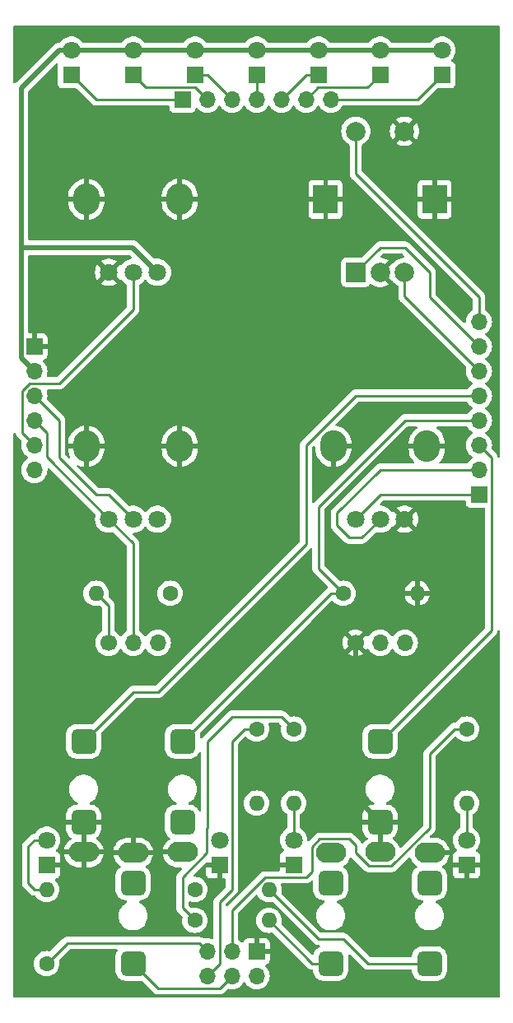
<source format=gbr>
%TF.GenerationSoftware,KiCad,Pcbnew,7.0.2*%
%TF.CreationDate,2023-04-23T21:02:48-07:00*%
%TF.ProjectId,rng_pcb_front,726e675f-7063-4625-9f66-726f6e742e6b,v2.0*%
%TF.SameCoordinates,Original*%
%TF.FileFunction,Copper,L2,Bot*%
%TF.FilePolarity,Positive*%
%FSLAX46Y46*%
G04 Gerber Fmt 4.6, Leading zero omitted, Abs format (unit mm)*
G04 Created by KiCad (PCBNEW 7.0.2) date 2023-04-23 21:02:48*
%MOMM*%
%LPD*%
G01*
G04 APERTURE LIST*
G04 Aperture macros list*
%AMRoundRect*
0 Rectangle with rounded corners*
0 $1 Rounding radius*
0 $2 $3 $4 $5 $6 $7 $8 $9 X,Y pos of 4 corners*
0 Add a 4 corners polygon primitive as box body*
4,1,4,$2,$3,$4,$5,$6,$7,$8,$9,$2,$3,0*
0 Add four circle primitives for the rounded corners*
1,1,$1+$1,$2,$3*
1,1,$1+$1,$4,$5*
1,1,$1+$1,$6,$7*
1,1,$1+$1,$8,$9*
0 Add four rect primitives between the rounded corners*
20,1,$1+$1,$2,$3,$4,$5,0*
20,1,$1+$1,$4,$5,$6,$7,0*
20,1,$1+$1,$6,$7,$8,$9,0*
20,1,$1+$1,$8,$9,$2,$3,0*%
G04 Aperture macros list end*
%TA.AperFunction,ComponentPad*%
%ADD10R,1.800000X1.800000*%
%TD*%
%TA.AperFunction,ComponentPad*%
%ADD11C,1.800000*%
%TD*%
%TA.AperFunction,ComponentPad*%
%ADD12O,3.100000X2.100000*%
%TD*%
%TA.AperFunction,ComponentPad*%
%ADD13RoundRect,0.650000X0.650000X0.650000X-0.650000X0.650000X-0.650000X-0.650000X0.650000X-0.650000X0*%
%TD*%
%TA.AperFunction,ComponentPad*%
%ADD14O,2.720000X3.240000*%
%TD*%
%TA.AperFunction,ComponentPad*%
%ADD15R,2.000000X2.000000*%
%TD*%
%TA.AperFunction,ComponentPad*%
%ADD16C,2.000000*%
%TD*%
%TA.AperFunction,ComponentPad*%
%ADD17R,2.500000X3.000000*%
%TD*%
%TA.AperFunction,ComponentPad*%
%ADD18C,1.600000*%
%TD*%
%TA.AperFunction,ComponentPad*%
%ADD19O,1.600000X1.600000*%
%TD*%
%TA.AperFunction,ComponentPad*%
%ADD20RoundRect,0.650000X-0.650000X-0.650000X0.650000X-0.650000X0.650000X0.650000X-0.650000X0.650000X0*%
%TD*%
%TA.AperFunction,ComponentPad*%
%ADD21C,1.700000*%
%TD*%
%TA.AperFunction,ComponentPad*%
%ADD22O,1.700000X1.700000*%
%TD*%
%TA.AperFunction,ComponentPad*%
%ADD23R,1.700000X1.700000*%
%TD*%
%TA.AperFunction,Conductor*%
%ADD24C,0.508000*%
%TD*%
%TA.AperFunction,Conductor*%
%ADD25C,0.254000*%
%TD*%
G04 APERTURE END LIST*
D10*
%TO.P,D1,1,K*%
%TO.N,GND*%
X54610000Y-137160000D03*
D11*
%TO.P,D1,2,A*%
%TO.N,Net-(D1-A)*%
X54610000Y-134620000D03*
%TD*%
D12*
%TO.P,J4,1*%
%TO.N,GND*%
X38100000Y-135920000D03*
D13*
%TO.P,J4,2*%
%TO.N,unconnected-(J4-Pad2)*%
X38100000Y-139020000D03*
%TO.P,J4,3*%
%TO.N,RANDOM_OUT*%
X38100000Y-147320000D03*
%TD*%
D11*
%TO.P,RV3,1,1*%
%TO.N,VREF_-5*%
X61000000Y-101600000D03*
%TO.P,RV3,2,2*%
%TO.N,POT_BIAS*%
X63500000Y-101600000D03*
%TO.P,RV3,3,3*%
%TO.N,GND*%
X66000000Y-101600000D03*
D14*
%TO.P,RV3,MP*%
X58700000Y-94100000D03*
X68300000Y-94100000D03*
%TD*%
D10*
%TO.P,D4,1,K*%
%TO.N,GND*%
X46990000Y-137160000D03*
D11*
%TO.P,D4,2,A*%
%TO.N,Net-(D4-A)*%
X46990000Y-134620000D03*
%TD*%
D12*
%TO.P,J6,1*%
%TO.N,GND*%
X68580000Y-135920000D03*
D13*
%TO.P,J6,2*%
%TO.N,unconnected-(J6-Pad2)*%
X68580000Y-139020000D03*
%TO.P,J6,3*%
%TO.N,Net-(J6-Pad3)*%
X68580000Y-147320000D03*
%TD*%
D15*
%TO.P,SW1,A,A*%
%TO.N,RE_A*%
X61000000Y-76200000D03*
D16*
%TO.P,SW1,B,B*%
%TO.N,RE_B*%
X66000000Y-76200000D03*
%TO.P,SW1,C,C*%
%TO.N,GND*%
X63500000Y-76200000D03*
D17*
%TO.P,SW1,MP*%
X57900000Y-68700000D03*
X69100000Y-68700000D03*
D16*
%TO.P,SW1,S1,S1*%
%TO.N,RE_SWITCH*%
X61000000Y-61700000D03*
%TO.P,SW1,S2,S2*%
%TO.N,GND*%
X66000000Y-61700000D03*
%TD*%
D18*
%TO.P,R1,1*%
%TO.N,INPUT_CV_ENABLE*%
X59690000Y-109220000D03*
D19*
%TO.P,R1,2*%
%TO.N,GND*%
X67310000Y-109220000D03*
%TD*%
D11*
%TO.P,RV1,1,1*%
%TO.N,GND*%
X35600000Y-76200000D03*
%TO.P,RV1,2,2*%
%TO.N,POT_RANDOM*%
X38100000Y-76200000D03*
%TO.P,RV1,3,3*%
%TO.N,+5V*%
X40600000Y-76200000D03*
D14*
%TO.P,RV1,MP*%
%TO.N,GND*%
X33300000Y-68700000D03*
X42900000Y-68700000D03*
%TD*%
D10*
%TO.P,D3,1,K*%
%TO.N,GND*%
X29210000Y-137160000D03*
D11*
%TO.P,D3,2,A*%
%TO.N,Net-(D3-A)*%
X29210000Y-134620000D03*
%TD*%
D10*
%TO.P,D10,1,K*%
%TO.N,Net-(D10-K)*%
X63500000Y-55880000D03*
D11*
%TO.P,D10,2,A*%
%TO.N,+5V*%
X63500000Y-53340000D03*
%TD*%
D18*
%TO.P,R6,1*%
%TO.N,GATE_B_OUT*%
X72390000Y-123190000D03*
D19*
%TO.P,R6,2*%
%TO.N,Net-(D2-A)*%
X72390000Y-130810000D03*
%TD*%
D18*
%TO.P,R8,1*%
%TO.N,ENABLED_LED*%
X50800000Y-123190000D03*
D19*
%TO.P,R8,2*%
%TO.N,Net-(D4-A)*%
X50800000Y-130810000D03*
%TD*%
D18*
%TO.P,R2,1*%
%TO.N,VREF_-5*%
X41910000Y-109220000D03*
D19*
%TO.P,R2,2*%
%TO.N,Net-(SW2-A)*%
X34290000Y-109220000D03*
%TD*%
D10*
%TO.P,D6,1,K*%
%TO.N,Net-(D6-K)*%
X38100000Y-55880000D03*
D11*
%TO.P,D6,2,A*%
%TO.N,+5V*%
X38100000Y-53340000D03*
%TD*%
D12*
%TO.P,J1,1*%
%TO.N,GND*%
X33020000Y-135860000D03*
D20*
%TO.P,J1,2*%
X33020000Y-132760000D03*
%TO.P,J1,3*%
%TO.N,INPUT_CV_CLOCK*%
X33020000Y-124460000D03*
%TD*%
D11*
%TO.P,RV2,1,1*%
%TO.N,GAIN_A*%
X35600000Y-101600000D03*
%TO.P,RV2,2,2*%
%TO.N,GAIN_B*%
X38100000Y-101600000D03*
%TO.P,RV2,3,3*%
%TO.N,unconnected-(RV2-Pad3)*%
X40600000Y-101600000D03*
D14*
%TO.P,RV2,MP*%
%TO.N,GND*%
X33300000Y-94100000D03*
X42900000Y-94100000D03*
%TD*%
D10*
%TO.P,D5,1,K*%
%TO.N,Net-(D5-K)*%
X31750000Y-55880000D03*
D11*
%TO.P,D5,2,A*%
%TO.N,+5V*%
X31750000Y-53340000D03*
%TD*%
D10*
%TO.P,D2,1,K*%
%TO.N,GND*%
X72390000Y-137160000D03*
D11*
%TO.P,D2,2,A*%
%TO.N,Net-(D2-A)*%
X72390000Y-134620000D03*
%TD*%
D18*
%TO.P,R4,1*%
%TO.N,GATE_B_OUT*%
X44450000Y-139700000D03*
D19*
%TO.P,R4,2*%
%TO.N,Net-(J6-Pad3)*%
X52070000Y-139700000D03*
%TD*%
D10*
%TO.P,D11,1,K*%
%TO.N,Net-(D11-K)*%
X69850000Y-55880000D03*
D11*
%TO.P,D11,2,A*%
%TO.N,+5V*%
X69850000Y-53340000D03*
%TD*%
D18*
%TO.P,R3,1*%
%TO.N,GATE_A_OUT*%
X44450000Y-142875000D03*
D19*
%TO.P,R3,2*%
%TO.N,Net-(J5-Pad3)*%
X52070000Y-142875000D03*
%TD*%
D12*
%TO.P,J5,1*%
%TO.N,GND*%
X58420000Y-135920000D03*
D13*
%TO.P,J5,2*%
%TO.N,unconnected-(J5-Pad2)*%
X58420000Y-139020000D03*
%TO.P,J5,3*%
%TO.N,Net-(J5-Pad3)*%
X58420000Y-147320000D03*
%TD*%
D10*
%TO.P,D8,1,K*%
%TO.N,Net-(D8-K)*%
X50800000Y-55880000D03*
D11*
%TO.P,D8,2,A*%
%TO.N,+5V*%
X50800000Y-53340000D03*
%TD*%
D18*
%TO.P,R5,1*%
%TO.N,GATE_A_OUT*%
X54610000Y-123190000D03*
D19*
%TO.P,R5,2*%
%TO.N,Net-(D1-A)*%
X54610000Y-130810000D03*
%TD*%
D12*
%TO.P,J3,1*%
%TO.N,GND*%
X63500000Y-135860000D03*
D20*
%TO.P,J3,2*%
X63500000Y-132760000D03*
%TO.P,J3,3*%
%TO.N,INPUT_CV_BIAS*%
X63500000Y-124460000D03*
%TD*%
D10*
%TO.P,D9,1,K*%
%TO.N,Net-(D9-K)*%
X57150000Y-55880000D03*
D11*
%TO.P,D9,2,A*%
%TO.N,+5V*%
X57150000Y-53340000D03*
%TD*%
D21*
%TO.P,SW2,1,A*%
%TO.N,Net-(SW2-A)*%
X35560000Y-114300000D03*
D22*
%TO.P,SW2,2,B*%
%TO.N,GAIN_A*%
X38100000Y-114300000D03*
%TO.P,SW2,3*%
%TO.N,N/C*%
X40640000Y-114300000D03*
%TD*%
D10*
%TO.P,D7,1,K*%
%TO.N,Net-(D7-K)*%
X44450000Y-55880000D03*
D11*
%TO.P,D7,2,A*%
%TO.N,+5V*%
X44450000Y-53340000D03*
%TD*%
D18*
%TO.P,R7,1*%
%TO.N,TRIG_IN_LED*%
X29210000Y-147320000D03*
D19*
%TO.P,R7,2*%
%TO.N,Net-(D3-A)*%
X29210000Y-139700000D03*
%TD*%
D12*
%TO.P,J2,1*%
%TO.N,GND*%
X43180000Y-135860000D03*
D20*
%TO.P,J2,2*%
%TO.N,+5V*%
X43180000Y-132760000D03*
%TO.P,J2,3*%
%TO.N,INPUT_CV_ENABLE*%
X43180000Y-124460000D03*
%TD*%
D21*
%TO.P,SW3,1,A*%
%TO.N,GND*%
X60960000Y-114300000D03*
D22*
%TO.P,SW3,2,B*%
%TO.N,TRIG_SWTICH*%
X63500000Y-114300000D03*
%TO.P,SW3,3,C*%
%TO.N,+5V*%
X66040000Y-114300000D03*
%TD*%
D23*
%TO.P,J8,1,Pin_1*%
%TO.N,GND*%
X50800000Y-146050000D03*
D22*
%TO.P,J8,2,Pin_2*%
%TO.N,GATE_A_OUT*%
X50800000Y-148590000D03*
%TO.P,J8,3,Pin_3*%
%TO.N,GATE_B_OUT*%
X48260000Y-146050000D03*
%TO.P,J8,4,Pin_4*%
%TO.N,RANDOM_OUT*%
X48260000Y-148590000D03*
%TO.P,J8,5,Pin_5*%
%TO.N,TRIG_IN_LED*%
X45720000Y-146050000D03*
%TO.P,J8,6,Pin_6*%
%TO.N,ENABLED_LED*%
X45720000Y-148590000D03*
%TD*%
D23*
%TO.P,J7,1,Pin_1*%
%TO.N,Net-(D5-K)*%
X43180000Y-58420000D03*
D22*
%TO.P,J7,2,Pin_2*%
%TO.N,Net-(D6-K)*%
X45720000Y-58420000D03*
%TO.P,J7,3,Pin_3*%
%TO.N,Net-(D7-K)*%
X48260000Y-58420000D03*
%TO.P,J7,4,Pin_4*%
%TO.N,Net-(D8-K)*%
X50800000Y-58420000D03*
%TO.P,J7,5,Pin_5*%
%TO.N,Net-(D9-K)*%
X53340000Y-58420000D03*
%TO.P,J7,6,Pin_6*%
%TO.N,Net-(D10-K)*%
X55880000Y-58420000D03*
%TO.P,J7,7,Pin_7*%
%TO.N,Net-(D11-K)*%
X58420000Y-58420000D03*
%TD*%
D23*
%TO.P,J9,1,Pin_1*%
%TO.N,GND*%
X27940000Y-83820000D03*
D22*
%TO.P,J9,2,Pin_2*%
%TO.N,+5V*%
X27940000Y-86360000D03*
%TO.P,J9,3,Pin_3*%
%TO.N,GAIN_B*%
X27940000Y-88900000D03*
%TO.P,J9,4,Pin_4*%
%TO.N,GAIN_A*%
X27940000Y-91440000D03*
%TO.P,J9,5,Pin_5*%
%TO.N,POT_RANDOM*%
X27940000Y-93980000D03*
%TO.P,J9,6,Pin_6*%
%TO.N,TRIG_SWTICH*%
X27940000Y-96520000D03*
%TD*%
D23*
%TO.P,J10,1,Pin_1*%
%TO.N,VREF_-5*%
X73660000Y-99060000D03*
D22*
%TO.P,J10,2,Pin_2*%
%TO.N,POT_BIAS*%
X73660000Y-96520000D03*
%TO.P,J10,3,Pin_3*%
%TO.N,INPUT_CV_BIAS*%
X73660000Y-93980000D03*
%TO.P,J10,4,Pin_4*%
%TO.N,INPUT_CV_ENABLE*%
X73660000Y-91440000D03*
%TO.P,J10,5,Pin_5*%
%TO.N,INPUT_CV_CLOCK*%
X73660000Y-88900000D03*
%TO.P,J10,6,Pin_6*%
%TO.N,RE_B*%
X73660000Y-86360000D03*
%TO.P,J10,7,Pin_7*%
%TO.N,RE_A*%
X73660000Y-83820000D03*
%TO.P,J10,8,Pin_8*%
%TO.N,RE_SWITCH*%
X73660000Y-81280000D03*
%TD*%
D24*
%TO.N,+5V*%
X40600000Y-76200000D02*
X38060000Y-73660000D01*
X43180000Y-132760000D02*
X43770000Y-132760000D01*
X26582000Y-73660000D02*
X26582000Y-85002000D01*
X69850000Y-53340000D02*
X63500000Y-53340000D01*
X26582000Y-57238000D02*
X26582000Y-73660000D01*
X57150000Y-53340000D02*
X63500000Y-53340000D01*
X38100000Y-53340000D02*
X31750000Y-53340000D01*
X50800000Y-53340000D02*
X44450000Y-53340000D01*
X38060000Y-73660000D02*
X26582000Y-73660000D01*
X26582000Y-85002000D02*
X27940000Y-86360000D01*
X44450000Y-53340000D02*
X38100000Y-53340000D01*
X30480000Y-53340000D02*
X26582000Y-57238000D01*
X57150000Y-53340000D02*
X50800000Y-53340000D01*
X31750000Y-53340000D02*
X30480000Y-53340000D01*
D25*
%TO.N,POT_RANDOM*%
X27940000Y-93980000D02*
X26670000Y-92710000D01*
X30480000Y-87630000D02*
X38100000Y-80010000D01*
X27469103Y-87630000D02*
X30480000Y-87630000D01*
X26670000Y-88429103D02*
X27469103Y-87630000D01*
X38100000Y-80010000D02*
X38100000Y-76200000D01*
X26670000Y-92710000D02*
X26670000Y-88429103D01*
D24*
%TO.N,GND*%
X60960000Y-130220000D02*
X63500000Y-132760000D01*
X60960000Y-114300000D02*
X60960000Y-130220000D01*
D25*
%TO.N,GAIN_B*%
X30480000Y-91440000D02*
X27940000Y-88900000D01*
X30480000Y-95250000D02*
X30480000Y-91440000D01*
X35560000Y-99060000D02*
X34290000Y-99060000D01*
X34290000Y-99060000D02*
X30480000Y-95250000D01*
X38100000Y-101600000D02*
X35560000Y-99060000D01*
%TO.N,GAIN_A*%
X29210000Y-92710000D02*
X29210000Y-95210000D01*
X29210000Y-95210000D02*
X35600000Y-101600000D01*
X38100000Y-114300000D02*
X38100000Y-104100000D01*
X38100000Y-104100000D02*
X35600000Y-101600000D01*
X27940000Y-91440000D02*
X29210000Y-92710000D01*
%TO.N,POT_BIAS*%
X60325000Y-103505000D02*
X59055000Y-102235000D01*
X59055000Y-102235000D02*
X59055000Y-100965000D01*
X63500000Y-101600000D02*
X61595000Y-103505000D01*
X61595000Y-103505000D02*
X60325000Y-103505000D01*
X59055000Y-100965000D02*
X63500000Y-96520000D01*
X63500000Y-96520000D02*
X73660000Y-96520000D01*
%TO.N,VREF_-5*%
X63500000Y-99060000D02*
X73660000Y-99060000D01*
X63500000Y-99100000D02*
X63500000Y-99060000D01*
X61000000Y-101600000D02*
X63500000Y-99100000D01*
%TO.N,RE_A*%
X63500000Y-73660000D02*
X61000000Y-76160000D01*
X66040000Y-73660000D02*
X63500000Y-73660000D01*
X68580000Y-78740000D02*
X68580000Y-76200000D01*
X68580000Y-76200000D02*
X66040000Y-73660000D01*
X61000000Y-76160000D02*
X61000000Y-76200000D01*
X73660000Y-83820000D02*
X68580000Y-78740000D01*
%TO.N,RE_B*%
X66000000Y-78700000D02*
X73660000Y-86360000D01*
X66000000Y-76200000D02*
X66000000Y-78700000D01*
%TO.N,RE_SWITCH*%
X73660000Y-78740000D02*
X61000000Y-66080000D01*
X61000000Y-66080000D02*
X61000000Y-61700000D01*
X73660000Y-81280000D02*
X73660000Y-78740000D01*
%TO.N,Net-(SW2-A)*%
X35560000Y-110490000D02*
X34290000Y-109220000D01*
X35560000Y-114300000D02*
X35560000Y-110490000D01*
%TO.N,Net-(D1-A)*%
X54610000Y-134620000D02*
X54610000Y-130810000D01*
%TO.N,Net-(D2-A)*%
X72390000Y-130810000D02*
X72390000Y-134620000D01*
%TO.N,Net-(D3-A)*%
X27940000Y-134620000D02*
X27305000Y-135255000D01*
X29210000Y-134620000D02*
X27940000Y-134620000D01*
X27940000Y-139700000D02*
X29210000Y-139700000D01*
X27305000Y-139065000D02*
X27940000Y-139700000D01*
X27305000Y-135255000D02*
X27305000Y-139065000D01*
%TO.N,Net-(D5-K)*%
X43180000Y-58420000D02*
X34290000Y-58420000D01*
X34290000Y-58420000D02*
X31750000Y-55880000D01*
%TO.N,Net-(D6-K)*%
X39381000Y-57161000D02*
X44461000Y-57161000D01*
X45720000Y-58420000D02*
X44461000Y-57161000D01*
X39381000Y-57161000D02*
X38100000Y-55880000D01*
%TO.N,Net-(D7-K)*%
X45720000Y-55880000D02*
X44450000Y-55880000D01*
X48260000Y-58420000D02*
X45720000Y-55880000D01*
%TO.N,Net-(D8-K)*%
X50800000Y-58420000D02*
X50800000Y-55880000D01*
%TO.N,Net-(D9-K)*%
X55880000Y-55880000D02*
X57150000Y-55880000D01*
X53340000Y-58420000D02*
X55880000Y-55880000D01*
%TO.N,Net-(D10-K)*%
X57139000Y-57161000D02*
X62219000Y-57161000D01*
X55880000Y-58420000D02*
X57139000Y-57161000D01*
X62219000Y-57161000D02*
X63500000Y-55880000D01*
%TO.N,Net-(D11-K)*%
X67310000Y-58420000D02*
X69850000Y-55880000D01*
X58420000Y-58420000D02*
X67310000Y-58420000D01*
%TO.N,INPUT_CV_CLOCK*%
X38100000Y-119380000D02*
X40640000Y-119380000D01*
X55880000Y-93980000D02*
X60960000Y-88900000D01*
X55880000Y-104140000D02*
X55880000Y-93980000D01*
X33020000Y-124460000D02*
X38100000Y-119380000D01*
X40640000Y-119380000D02*
X55880000Y-104140000D01*
X60960000Y-88900000D02*
X73660000Y-88900000D01*
%TO.N,INPUT_CV_ENABLE*%
X57150000Y-100330000D02*
X66040000Y-91440000D01*
X59690000Y-109220000D02*
X57150000Y-106680000D01*
X58420000Y-109220000D02*
X59690000Y-109220000D01*
X66040000Y-91440000D02*
X73660000Y-91440000D01*
X57150000Y-106680000D02*
X57150000Y-100330000D01*
X55880000Y-111760000D02*
X58420000Y-109220000D01*
X55880000Y-111760000D02*
X43180000Y-124460000D01*
%TO.N,INPUT_CV_BIAS*%
X74930000Y-113030000D02*
X63500000Y-124460000D01*
X74930000Y-95250000D02*
X74930000Y-113030000D01*
X73660000Y-93980000D02*
X74930000Y-95250000D01*
%TO.N,RANDOM_OUT*%
X40640000Y-149860000D02*
X46990000Y-149860000D01*
X46990000Y-149860000D02*
X48260000Y-148590000D01*
X38100000Y-147320000D02*
X40640000Y-149860000D01*
%TO.N,Net-(J5-Pad3)*%
X56515000Y-147320000D02*
X58420000Y-147320000D01*
X52070000Y-142875000D02*
X56515000Y-147320000D01*
%TO.N,Net-(J6-Pad3)*%
X57150000Y-144780000D02*
X52070000Y-139700000D01*
X62230000Y-147320000D02*
X59690000Y-144780000D01*
X68580000Y-147320000D02*
X62230000Y-147320000D01*
X59690000Y-144780000D02*
X57150000Y-144780000D01*
%TO.N,GATE_A_OUT*%
X45720000Y-133350000D02*
X45720000Y-124460000D01*
X44450000Y-142875000D02*
X43180000Y-141605000D01*
X43180000Y-141605000D02*
X43180000Y-138430000D01*
X43180000Y-138430000D02*
X45709000Y-135901000D01*
X45720000Y-124460000D02*
X48260000Y-121920000D01*
X45709000Y-133361000D02*
X45720000Y-133350000D01*
X48260000Y-121920000D02*
X53340000Y-121920000D01*
X45709000Y-135901000D02*
X45709000Y-133361000D01*
X53340000Y-121920000D02*
X54610000Y-123190000D01*
%TO.N,GATE_B_OUT*%
X56489000Y-135281000D02*
X57281000Y-134489000D01*
X71120000Y-123190000D02*
X72390000Y-123190000D01*
X56489000Y-137843000D02*
X56489000Y-135281000D01*
X57281000Y-134489000D02*
X60325000Y-134489000D01*
X51658813Y-138441000D02*
X55891000Y-138441000D01*
X60325000Y-134489000D02*
X60960000Y-135124000D01*
X55891000Y-138441000D02*
X56489000Y-137843000D01*
X62361000Y-137291000D02*
X64639000Y-137291000D01*
X60960000Y-135124000D02*
X60960000Y-135890000D01*
X64639000Y-137291000D02*
X68580000Y-133350000D01*
X48260000Y-141839813D02*
X51658813Y-138441000D01*
X60960000Y-135890000D02*
X62361000Y-137291000D01*
X48260000Y-146050000D02*
X48260000Y-141839813D01*
X68580000Y-125730000D02*
X71120000Y-123190000D01*
X68580000Y-133350000D02*
X68580000Y-125730000D01*
%TO.N,TRIG_IN_LED*%
X31330000Y-145200000D02*
X29210000Y-147320000D01*
X44870000Y-145200000D02*
X31330000Y-145200000D01*
X45720000Y-146050000D02*
X44870000Y-145200000D01*
%TO.N,ENABLED_LED*%
X49530000Y-123190000D02*
X50800000Y-123190000D01*
X48260000Y-124460000D02*
X49530000Y-123190000D01*
X46990000Y-140970000D02*
X48271000Y-139689000D01*
X48271000Y-139689000D02*
X48271000Y-124471000D01*
X48271000Y-124471000D02*
X48260000Y-124460000D01*
X45720000Y-148590000D02*
X46990000Y-147320000D01*
X46990000Y-147320000D02*
X46990000Y-140970000D01*
%TD*%
%TA.AperFunction,Conductor*%
%TO.N,GND*%
G36*
X33270000Y-135560000D02*
G01*
X32769999Y-135560000D01*
X32770000Y-133060000D01*
X33270000Y-133060000D01*
X33270000Y-135560000D01*
G37*
%TD.AperFunction*%
%TA.AperFunction,Conductor*%
G36*
X75742539Y-50820185D02*
G01*
X75788294Y-50872989D01*
X75799500Y-50924500D01*
X75799500Y-95122394D01*
X75779815Y-95189433D01*
X75727011Y-95235188D01*
X75657853Y-95245132D01*
X75594297Y-95216107D01*
X75556523Y-95157329D01*
X75556425Y-95156994D01*
X75553935Y-95148425D01*
X75549082Y-95131720D01*
X75545139Y-95112682D01*
X75542616Y-95092707D01*
X75526480Y-95051953D01*
X75522697Y-95040904D01*
X75518483Y-95026399D01*
X75510468Y-94998809D01*
X75500222Y-94981485D01*
X75491661Y-94964009D01*
X75484253Y-94945297D01*
X75458489Y-94909837D01*
X75452074Y-94900070D01*
X75429763Y-94862344D01*
X75415530Y-94848111D01*
X75402893Y-94833316D01*
X75391063Y-94817033D01*
X75391060Y-94817031D01*
X75391060Y-94817030D01*
X75357287Y-94789090D01*
X75348647Y-94781228D01*
X75000835Y-94433416D01*
X74967350Y-94372093D01*
X74968741Y-94313641D01*
X74974733Y-94291280D01*
X74995063Y-94215408D01*
X75015659Y-93980000D01*
X74995063Y-93744592D01*
X74933903Y-93516337D01*
X74834035Y-93302171D01*
X74698495Y-93108599D01*
X74531401Y-92941505D01*
X74345839Y-92811573D01*
X74302216Y-92756998D01*
X74295022Y-92687500D01*
X74326545Y-92625145D01*
X74345837Y-92608428D01*
X74531401Y-92478495D01*
X74698495Y-92311401D01*
X74834035Y-92117830D01*
X74933903Y-91903663D01*
X74995063Y-91675408D01*
X75015659Y-91440000D01*
X74995063Y-91204592D01*
X74933903Y-90976337D01*
X74834035Y-90762171D01*
X74698495Y-90568599D01*
X74531401Y-90401505D01*
X74345839Y-90271573D01*
X74302216Y-90216998D01*
X74295022Y-90147500D01*
X74326545Y-90085145D01*
X74345837Y-90068428D01*
X74531401Y-89938495D01*
X74698495Y-89771401D01*
X74834035Y-89577830D01*
X74933903Y-89363663D01*
X74995063Y-89135408D01*
X75015659Y-88900000D01*
X74995063Y-88664592D01*
X74933903Y-88436337D01*
X74834035Y-88222171D01*
X74698495Y-88028599D01*
X74531401Y-87861505D01*
X74345839Y-87731573D01*
X74302216Y-87676998D01*
X74295022Y-87607500D01*
X74326545Y-87545145D01*
X74345837Y-87528428D01*
X74531401Y-87398495D01*
X74698495Y-87231401D01*
X74834035Y-87037830D01*
X74933903Y-86823663D01*
X74995063Y-86595408D01*
X75015659Y-86360000D01*
X74995063Y-86124592D01*
X74933903Y-85896337D01*
X74834035Y-85682171D01*
X74698495Y-85488599D01*
X74531401Y-85321505D01*
X74345839Y-85191573D01*
X74302216Y-85136998D01*
X74295022Y-85067500D01*
X74326545Y-85005145D01*
X74345837Y-84988428D01*
X74531401Y-84858495D01*
X74698495Y-84691401D01*
X74834035Y-84497830D01*
X74933903Y-84283663D01*
X74995063Y-84055408D01*
X75015659Y-83820000D01*
X74995063Y-83584592D01*
X74933903Y-83356337D01*
X74834035Y-83142171D01*
X74698495Y-82948599D01*
X74531401Y-82781505D01*
X74345839Y-82651573D01*
X74302216Y-82596998D01*
X74295022Y-82527500D01*
X74326545Y-82465145D01*
X74345837Y-82448428D01*
X74531401Y-82318495D01*
X74698495Y-82151401D01*
X74834035Y-81957830D01*
X74933903Y-81743663D01*
X74995063Y-81515408D01*
X75015659Y-81280000D01*
X74995063Y-81044592D01*
X74933903Y-80816337D01*
X74834035Y-80602171D01*
X74698495Y-80408599D01*
X74531401Y-80241505D01*
X74340375Y-80107747D01*
X74296751Y-80053171D01*
X74287500Y-80006173D01*
X74287500Y-78822966D01*
X74289770Y-78802401D01*
X74289661Y-78798943D01*
X74287561Y-78732081D01*
X74287500Y-78728187D01*
X74287500Y-78704414D01*
X74287500Y-78700524D01*
X74286995Y-78696526D01*
X74286077Y-78684868D01*
X74285849Y-78677599D01*
X74284701Y-78641058D01*
X74279082Y-78621718D01*
X74275139Y-78602680D01*
X74272616Y-78582707D01*
X74256478Y-78541949D01*
X74252698Y-78530907D01*
X74240468Y-78488809D01*
X74230222Y-78471485D01*
X74221661Y-78454009D01*
X74214253Y-78435297D01*
X74188489Y-78399837D01*
X74182074Y-78390070D01*
X74159763Y-78352344D01*
X74145530Y-78338111D01*
X74132893Y-78323316D01*
X74121063Y-78307033D01*
X74121060Y-78307031D01*
X74121060Y-78307030D01*
X74087287Y-78279090D01*
X74078647Y-78271228D01*
X66051937Y-70244518D01*
X67350000Y-70244518D01*
X67350354Y-70251132D01*
X67356400Y-70307371D01*
X67406647Y-70442089D01*
X67492811Y-70557188D01*
X67607910Y-70643352D01*
X67742628Y-70693599D01*
X67798867Y-70699645D01*
X67805482Y-70700000D01*
X68850000Y-70700000D01*
X68850000Y-69918245D01*
X68947791Y-69943566D01*
X69150910Y-69953867D01*
X69350000Y-69923366D01*
X69350000Y-70700000D01*
X70394518Y-70700000D01*
X70401132Y-70699645D01*
X70457371Y-70693599D01*
X70592089Y-70643352D01*
X70707188Y-70557188D01*
X70793352Y-70442089D01*
X70843599Y-70307371D01*
X70849645Y-70251132D01*
X70850000Y-70244518D01*
X70850000Y-68950000D01*
X70100000Y-68950000D01*
X70100000Y-68450000D01*
X70850000Y-68450000D01*
X70850000Y-67155481D01*
X70849645Y-67148867D01*
X70843599Y-67092628D01*
X70793352Y-66957910D01*
X70707188Y-66842811D01*
X70592089Y-66756647D01*
X70457371Y-66706400D01*
X70401132Y-66700354D01*
X70394518Y-66700000D01*
X69350000Y-66700000D01*
X69350000Y-67481754D01*
X69252209Y-67456434D01*
X69049090Y-67446133D01*
X68850000Y-67476633D01*
X68850000Y-66700000D01*
X67805482Y-66700000D01*
X67798867Y-66700354D01*
X67742628Y-66706400D01*
X67607910Y-66756647D01*
X67492811Y-66842811D01*
X67406647Y-66957910D01*
X67356400Y-67092628D01*
X67350354Y-67148867D01*
X67350000Y-67155481D01*
X67350000Y-68450000D01*
X68100000Y-68450000D01*
X68100000Y-68950000D01*
X67350000Y-68950000D01*
X67350000Y-70244518D01*
X66051937Y-70244518D01*
X61663818Y-65856399D01*
X61630333Y-65795076D01*
X61627499Y-65768727D01*
X61627499Y-63140435D01*
X61647184Y-63073397D01*
X61692483Y-63031381D01*
X61823506Y-62960476D01*
X61824047Y-62960055D01*
X62019744Y-62807738D01*
X62188164Y-62624785D01*
X62324173Y-62416607D01*
X62424063Y-62188881D01*
X62485108Y-61947821D01*
X62505643Y-61700000D01*
X64494858Y-61700000D01*
X64515386Y-61947732D01*
X64576413Y-62188721D01*
X64676268Y-62416370D01*
X64776563Y-62569882D01*
X64776564Y-62569882D01*
X65516922Y-61829523D01*
X65540507Y-61909844D01*
X65618239Y-62030798D01*
X65726900Y-62124952D01*
X65857685Y-62184680D01*
X65867466Y-62186086D01*
X65129942Y-62923609D01*
X65129942Y-62923610D01*
X65176766Y-62960055D01*
X65395393Y-63078368D01*
X65630506Y-63159083D01*
X65875707Y-63200000D01*
X66124293Y-63200000D01*
X66369493Y-63159083D01*
X66604606Y-63078368D01*
X66823233Y-62960053D01*
X66870056Y-62923609D01*
X66132533Y-62186086D01*
X66142315Y-62184680D01*
X66273100Y-62124952D01*
X66381761Y-62030798D01*
X66459493Y-61909844D01*
X66483076Y-61829524D01*
X67223434Y-62569882D01*
X67323730Y-62416369D01*
X67423586Y-62188721D01*
X67484613Y-61947732D01*
X67505141Y-61700000D01*
X67484613Y-61452267D01*
X67423586Y-61211278D01*
X67323730Y-60983630D01*
X67223434Y-60830116D01*
X66483076Y-61570473D01*
X66459493Y-61490156D01*
X66381761Y-61369202D01*
X66273100Y-61275048D01*
X66142315Y-61215320D01*
X66132531Y-61213913D01*
X66870056Y-60476389D01*
X66870056Y-60476387D01*
X66823235Y-60439947D01*
X66604606Y-60321631D01*
X66369493Y-60240916D01*
X66124293Y-60200000D01*
X65875707Y-60200000D01*
X65630506Y-60240916D01*
X65395393Y-60321631D01*
X65176764Y-60439946D01*
X65129942Y-60476388D01*
X65129941Y-60476389D01*
X65867466Y-61213913D01*
X65857685Y-61215320D01*
X65726900Y-61275048D01*
X65618239Y-61369202D01*
X65540507Y-61490156D01*
X65516923Y-61570475D01*
X64776564Y-60830116D01*
X64676266Y-60983634D01*
X64576413Y-61211278D01*
X64515386Y-61452267D01*
X64494858Y-61700000D01*
X62505643Y-61700000D01*
X62485108Y-61452179D01*
X62424063Y-61211119D01*
X62324173Y-60983393D01*
X62188164Y-60775215D01*
X62019744Y-60592262D01*
X61870871Y-60476389D01*
X61823514Y-60439529D01*
X61823510Y-60439526D01*
X61823509Y-60439526D01*
X61604810Y-60321172D01*
X61604806Y-60321170D01*
X61604805Y-60321170D01*
X61369615Y-60240429D01*
X61124335Y-60199500D01*
X60875665Y-60199500D01*
X60630384Y-60240429D01*
X60395194Y-60321170D01*
X60176485Y-60439529D01*
X59980259Y-60592259D01*
X59811837Y-60775214D01*
X59675825Y-60983395D01*
X59585780Y-61188678D01*
X59575937Y-61211119D01*
X59535905Y-61369202D01*
X59514891Y-61452183D01*
X59494356Y-61700000D01*
X59514891Y-61947816D01*
X59514891Y-61947819D01*
X59514892Y-61947821D01*
X59575937Y-62188881D01*
X59620960Y-62291523D01*
X59675825Y-62416604D01*
X59675827Y-62416607D01*
X59811836Y-62624785D01*
X59980256Y-62807737D01*
X59980256Y-62807738D01*
X60176491Y-62960474D01*
X60307517Y-63031381D01*
X60357108Y-63080600D01*
X60372500Y-63140436D01*
X60372500Y-65997033D01*
X60370229Y-66017599D01*
X60372439Y-66087917D01*
X60372500Y-66091811D01*
X60372500Y-66119476D01*
X60372988Y-66123343D01*
X60372989Y-66123354D01*
X60373007Y-66123494D01*
X60373921Y-66135118D01*
X60375298Y-66178943D01*
X60380916Y-66198278D01*
X60384861Y-66217328D01*
X60387383Y-66237293D01*
X60403519Y-66278049D01*
X60407302Y-66289098D01*
X60419530Y-66331187D01*
X60419531Y-66331189D01*
X60419532Y-66331191D01*
X60429779Y-66348517D01*
X60438338Y-66365989D01*
X60445747Y-66384705D01*
X60471511Y-66420165D01*
X60477925Y-66429929D01*
X60500237Y-66467656D01*
X60514475Y-66481894D01*
X60527108Y-66496686D01*
X60538936Y-66512966D01*
X60572705Y-66540902D01*
X60581346Y-66548765D01*
X72996181Y-78963600D01*
X73029666Y-79024923D01*
X73032500Y-79051281D01*
X73032500Y-80006174D01*
X73012815Y-80073213D01*
X72979623Y-80107749D01*
X72788598Y-80241505D01*
X72621505Y-80408598D01*
X72485965Y-80602170D01*
X72386097Y-80816336D01*
X72324936Y-81044592D01*
X72303629Y-81288128D01*
X72278176Y-81353196D01*
X72221585Y-81394175D01*
X72151823Y-81398053D01*
X72092420Y-81365001D01*
X69243819Y-78516400D01*
X69210334Y-78455077D01*
X69207500Y-78428719D01*
X69207500Y-76282965D01*
X69209770Y-76262401D01*
X69207561Y-76192095D01*
X69207500Y-76188200D01*
X69207500Y-76164414D01*
X69207500Y-76160524D01*
X69207012Y-76156660D01*
X69206994Y-76156516D01*
X69206076Y-76144860D01*
X69204700Y-76101057D01*
X69199082Y-76081723D01*
X69195139Y-76062682D01*
X69192616Y-76042707D01*
X69176476Y-76001942D01*
X69172699Y-75990909D01*
X69166245Y-75968695D01*
X69160468Y-75948808D01*
X69150221Y-75931482D01*
X69141663Y-75914015D01*
X69134253Y-75895297D01*
X69108486Y-75859833D01*
X69102074Y-75850069D01*
X69079765Y-75812347D01*
X69079764Y-75812346D01*
X69079763Y-75812344D01*
X69065525Y-75798106D01*
X69052893Y-75783316D01*
X69046886Y-75775048D01*
X69041063Y-75767033D01*
X69041060Y-75767031D01*
X69041060Y-75767030D01*
X69007287Y-75739090D01*
X68998647Y-75731228D01*
X66542375Y-73274956D01*
X66529439Y-73258809D01*
X66478152Y-73210647D01*
X66475355Y-73207936D01*
X66458558Y-73191139D01*
X66455796Y-73188377D01*
X66452714Y-73185987D01*
X66452710Y-73185983D01*
X66452604Y-73185901D01*
X66443716Y-73178310D01*
X66436722Y-73171742D01*
X66411767Y-73148307D01*
X66409465Y-73147041D01*
X66394120Y-73138605D01*
X66377858Y-73127922D01*
X66361963Y-73115592D01*
X66321736Y-73098184D01*
X66311248Y-73093046D01*
X66272831Y-73071926D01*
X66253337Y-73066921D01*
X66234933Y-73060620D01*
X66216458Y-73052625D01*
X66173171Y-73045769D01*
X66161736Y-73043401D01*
X66119274Y-73032500D01*
X66119272Y-73032500D01*
X66099142Y-73032500D01*
X66079743Y-73030973D01*
X66059868Y-73027825D01*
X66059867Y-73027825D01*
X66039261Y-73029772D01*
X66016230Y-73031950D01*
X66004561Y-73032500D01*
X63582966Y-73032500D01*
X63562398Y-73030229D01*
X63492081Y-73032439D01*
X63488187Y-73032500D01*
X63460524Y-73032500D01*
X63456671Y-73032986D01*
X63456662Y-73032987D01*
X63456508Y-73033007D01*
X63444884Y-73033921D01*
X63401055Y-73035298D01*
X63381717Y-73040917D01*
X63362667Y-73044862D01*
X63342707Y-73047383D01*
X63301951Y-73063519D01*
X63290905Y-73067301D01*
X63248806Y-73079532D01*
X63231480Y-73089779D01*
X63214012Y-73098336D01*
X63195295Y-73105746D01*
X63159825Y-73131516D01*
X63150067Y-73137927D01*
X63112344Y-73160237D01*
X63112342Y-73160238D01*
X63112343Y-73160238D01*
X63098107Y-73174473D01*
X63083319Y-73187103D01*
X63067033Y-73198936D01*
X63039091Y-73232711D01*
X63031230Y-73241349D01*
X61609398Y-74663181D01*
X61548075Y-74696666D01*
X61521717Y-74699500D01*
X59955439Y-74699500D01*
X59955420Y-74699500D01*
X59952128Y-74699501D01*
X59948848Y-74699853D01*
X59948840Y-74699854D01*
X59892515Y-74705909D01*
X59757669Y-74756204D01*
X59642454Y-74842454D01*
X59556204Y-74957668D01*
X59522645Y-75047646D01*
X59505909Y-75092517D01*
X59499500Y-75152127D01*
X59499500Y-75155448D01*
X59499500Y-75155449D01*
X59499500Y-77244560D01*
X59499500Y-77244578D01*
X59499501Y-77247872D01*
X59499853Y-77251152D01*
X59499854Y-77251159D01*
X59505909Y-77307484D01*
X59522644Y-77352351D01*
X59556204Y-77442331D01*
X59642454Y-77557546D01*
X59757669Y-77643796D01*
X59892517Y-77694091D01*
X59952127Y-77700500D01*
X62047872Y-77700499D01*
X62107483Y-77694091D01*
X62242331Y-77643796D01*
X62357546Y-77557546D01*
X62443796Y-77442331D01*
X62443796Y-77442328D01*
X62445460Y-77440107D01*
X62501393Y-77398235D01*
X62571085Y-77393251D01*
X62620889Y-77416563D01*
X62676766Y-77460054D01*
X62895393Y-77578368D01*
X63130506Y-77659083D01*
X63375707Y-77700000D01*
X63624293Y-77700000D01*
X63869493Y-77659083D01*
X64104606Y-77578368D01*
X64323233Y-77460053D01*
X64370056Y-77423609D01*
X63632533Y-76686086D01*
X63642315Y-76684680D01*
X63773100Y-76624952D01*
X63881761Y-76530798D01*
X63959493Y-76409844D01*
X63983076Y-76329524D01*
X64732625Y-77079073D01*
X64766111Y-77085244D01*
X64803385Y-77118598D01*
X64804877Y-77117225D01*
X64811834Y-77124783D01*
X64811836Y-77124785D01*
X64980256Y-77307738D01*
X65120074Y-77416563D01*
X65150323Y-77440107D01*
X65176491Y-77460474D01*
X65307518Y-77531382D01*
X65357107Y-77580599D01*
X65372499Y-77640435D01*
X65372499Y-78617033D01*
X65370229Y-78637597D01*
X65372439Y-78707917D01*
X65372500Y-78711811D01*
X65372500Y-78739476D01*
X65372988Y-78743343D01*
X65372989Y-78743354D01*
X65373007Y-78743494D01*
X65373921Y-78755118D01*
X65375298Y-78798943D01*
X65380916Y-78818278D01*
X65384861Y-78837328D01*
X65387383Y-78857293D01*
X65403519Y-78898049D01*
X65407302Y-78909098D01*
X65419530Y-78951187D01*
X65419531Y-78951189D01*
X65419532Y-78951191D01*
X65429779Y-78968517D01*
X65438338Y-78985989D01*
X65445747Y-79004705D01*
X65471511Y-79040165D01*
X65477925Y-79049929D01*
X65500237Y-79087656D01*
X65514475Y-79101894D01*
X65527108Y-79116686D01*
X65538936Y-79132966D01*
X65572705Y-79160902D01*
X65581346Y-79168765D01*
X72319164Y-85906583D01*
X72352649Y-85967906D01*
X72351258Y-86026357D01*
X72324936Y-86124593D01*
X72304340Y-86360000D01*
X72324936Y-86595407D01*
X72369709Y-86762502D01*
X72386097Y-86823663D01*
X72485965Y-87037830D01*
X72621505Y-87231401D01*
X72788599Y-87398495D01*
X72974160Y-87528426D01*
X73017783Y-87583002D01*
X73024976Y-87652501D01*
X72993454Y-87714855D01*
X72974159Y-87731575D01*
X72788595Y-87861508D01*
X72621505Y-88028598D01*
X72487749Y-88219623D01*
X72433172Y-88263248D01*
X72386174Y-88272500D01*
X61042966Y-88272500D01*
X61022398Y-88270229D01*
X60952081Y-88272439D01*
X60948187Y-88272500D01*
X60920524Y-88272500D01*
X60916671Y-88272986D01*
X60916662Y-88272987D01*
X60916508Y-88273007D01*
X60904884Y-88273921D01*
X60861055Y-88275298D01*
X60841717Y-88280917D01*
X60822667Y-88284862D01*
X60802707Y-88287383D01*
X60761951Y-88303519D01*
X60750905Y-88307301D01*
X60708806Y-88319532D01*
X60691480Y-88329779D01*
X60674012Y-88338336D01*
X60655295Y-88345746D01*
X60619825Y-88371516D01*
X60610067Y-88377927D01*
X60572344Y-88400237D01*
X60572342Y-88400238D01*
X60572343Y-88400238D01*
X60558107Y-88414473D01*
X60543319Y-88427103D01*
X60527033Y-88438936D01*
X60499091Y-88472711D01*
X60491230Y-88481349D01*
X55494954Y-93477625D01*
X55478806Y-93490563D01*
X55430646Y-93541847D01*
X55427941Y-93544639D01*
X55408377Y-93564204D01*
X55406003Y-93567264D01*
X55405984Y-93567286D01*
X55405879Y-93567423D01*
X55398317Y-93576274D01*
X55368306Y-93608233D01*
X55358606Y-93625877D01*
X55347928Y-93642133D01*
X55335592Y-93658036D01*
X55318185Y-93698262D01*
X55313047Y-93708750D01*
X55291927Y-93747166D01*
X55286919Y-93766670D01*
X55280619Y-93785069D01*
X55272625Y-93803542D01*
X55265769Y-93846831D01*
X55263401Y-93858267D01*
X55252500Y-93900727D01*
X55252500Y-93920858D01*
X55250973Y-93940256D01*
X55247825Y-93960131D01*
X55251950Y-94003767D01*
X55252500Y-94015437D01*
X55252500Y-103828718D01*
X55232815Y-103895757D01*
X55216181Y-103916399D01*
X40416400Y-118716181D01*
X40355077Y-118749666D01*
X40328719Y-118752500D01*
X38182966Y-118752500D01*
X38162398Y-118750229D01*
X38092081Y-118752439D01*
X38088187Y-118752500D01*
X38060524Y-118752500D01*
X38056671Y-118752986D01*
X38056662Y-118752987D01*
X38056508Y-118753007D01*
X38044884Y-118753921D01*
X38001055Y-118755298D01*
X37981717Y-118760917D01*
X37962667Y-118764862D01*
X37942707Y-118767383D01*
X37901951Y-118783519D01*
X37890905Y-118787301D01*
X37848806Y-118799532D01*
X37831480Y-118809779D01*
X37814012Y-118818336D01*
X37795295Y-118825746D01*
X37759825Y-118851516D01*
X37750067Y-118857927D01*
X37712344Y-118880237D01*
X37712342Y-118880238D01*
X37712343Y-118880238D01*
X37698107Y-118894473D01*
X37683319Y-118907103D01*
X37667033Y-118918936D01*
X37639091Y-118952711D01*
X37631230Y-118961349D01*
X33957240Y-122635339D01*
X33895917Y-122668824D01*
X33841171Y-122668365D01*
X33829626Y-122665650D01*
X33743154Y-122659648D01*
X33743134Y-122659647D01*
X33741012Y-122659500D01*
X32298988Y-122659500D01*
X32296866Y-122659647D01*
X32296845Y-122659648D01*
X32210370Y-122665650D01*
X32002813Y-122714467D01*
X31807767Y-122800589D01*
X31807766Y-122800589D01*
X31807763Y-122800591D01*
X31767706Y-122828031D01*
X31631855Y-122921091D01*
X31481091Y-123071855D01*
X31481088Y-123071858D01*
X31481089Y-123071858D01*
X31360591Y-123247763D01*
X31360589Y-123247766D01*
X31360589Y-123247767D01*
X31274467Y-123442813D01*
X31225650Y-123650370D01*
X31219648Y-123736845D01*
X31219647Y-123736866D01*
X31219500Y-123738988D01*
X31219500Y-125181012D01*
X31219647Y-125183134D01*
X31219648Y-125183154D01*
X31225650Y-125269629D01*
X31274467Y-125477186D01*
X31343679Y-125633934D01*
X31360591Y-125672237D01*
X31481089Y-125848142D01*
X31631858Y-125998911D01*
X31807763Y-126119409D01*
X31898376Y-126159418D01*
X32002813Y-126205532D01*
X32210370Y-126254349D01*
X32298988Y-126260500D01*
X32301128Y-126260500D01*
X33738872Y-126260500D01*
X33741012Y-126260500D01*
X33829630Y-126254349D01*
X33933407Y-126229940D01*
X34037186Y-126205532D01*
X34089404Y-126182475D01*
X34232237Y-126119409D01*
X34408142Y-125998911D01*
X34558911Y-125848142D01*
X34679409Y-125672237D01*
X34765532Y-125477185D01*
X34814349Y-125269630D01*
X34820500Y-125181012D01*
X34820500Y-123738988D01*
X34814349Y-123650370D01*
X34811635Y-123638828D01*
X34815447Y-123569063D01*
X34844658Y-123522759D01*
X38323599Y-120043819D01*
X38384923Y-120010334D01*
X38411281Y-120007500D01*
X40557034Y-120007500D01*
X40577601Y-120009770D01*
X40580475Y-120009679D01*
X40580477Y-120009680D01*
X40647918Y-120007561D01*
X40651813Y-120007500D01*
X40675574Y-120007500D01*
X40679476Y-120007500D01*
X40683482Y-120006993D01*
X40695113Y-120006077D01*
X40738943Y-120004701D01*
X40758280Y-119999082D01*
X40777321Y-119995138D01*
X40797293Y-119992616D01*
X40838055Y-119976476D01*
X40849092Y-119972698D01*
X40891191Y-119960468D01*
X40908510Y-119950224D01*
X40925994Y-119941659D01*
X40944703Y-119934253D01*
X40980168Y-119908485D01*
X40989915Y-119902081D01*
X41027656Y-119879763D01*
X41041892Y-119865526D01*
X41056679Y-119852896D01*
X41072967Y-119841063D01*
X41100904Y-119807290D01*
X41108756Y-119798661D01*
X56265044Y-104642373D01*
X56281193Y-104629436D01*
X56283160Y-104627341D01*
X56283162Y-104627340D01*
X56308106Y-104600776D01*
X56368347Y-104565380D01*
X56438161Y-104568172D01*
X56495383Y-104608265D01*
X56521845Y-104672929D01*
X56522500Y-104685658D01*
X56522500Y-106597033D01*
X56520229Y-106617599D01*
X56522439Y-106687917D01*
X56522500Y-106691811D01*
X56522500Y-106719476D01*
X56522988Y-106723343D01*
X56522989Y-106723354D01*
X56523007Y-106723494D01*
X56523921Y-106735118D01*
X56525298Y-106778943D01*
X56530916Y-106798278D01*
X56534861Y-106817328D01*
X56537383Y-106837293D01*
X56553519Y-106878049D01*
X56557302Y-106889098D01*
X56569530Y-106931187D01*
X56569531Y-106931189D01*
X56569532Y-106931191D01*
X56579779Y-106948517D01*
X56588338Y-106965989D01*
X56595747Y-106984705D01*
X56621511Y-107020165D01*
X56627925Y-107029929D01*
X56650237Y-107067656D01*
X56664475Y-107081894D01*
X56677108Y-107096686D01*
X56688936Y-107112966D01*
X56722705Y-107140902D01*
X56731346Y-107148765D01*
X58089265Y-108506684D01*
X58122750Y-108568007D01*
X58117766Y-108637699D01*
X58075894Y-108693632D01*
X58064708Y-108701095D01*
X58032345Y-108720235D01*
X58018107Y-108734473D01*
X58003319Y-108747103D01*
X57987033Y-108758936D01*
X57959091Y-108792711D01*
X57951230Y-108801349D01*
X55492344Y-111260237D01*
X44117240Y-122635339D01*
X44055917Y-122668824D01*
X44001171Y-122668365D01*
X43989626Y-122665650D01*
X43903154Y-122659648D01*
X43903134Y-122659647D01*
X43901012Y-122659500D01*
X42458988Y-122659500D01*
X42456866Y-122659647D01*
X42456845Y-122659648D01*
X42370370Y-122665650D01*
X42162813Y-122714467D01*
X41967767Y-122800589D01*
X41967766Y-122800589D01*
X41967763Y-122800591D01*
X41927706Y-122828031D01*
X41791855Y-122921091D01*
X41641091Y-123071855D01*
X41641088Y-123071858D01*
X41641089Y-123071858D01*
X41520591Y-123247763D01*
X41520589Y-123247766D01*
X41520589Y-123247767D01*
X41434467Y-123442813D01*
X41385650Y-123650370D01*
X41379648Y-123736845D01*
X41379647Y-123736866D01*
X41379500Y-123738988D01*
X41379500Y-125181012D01*
X41379647Y-125183134D01*
X41379648Y-125183154D01*
X41385650Y-125269629D01*
X41434467Y-125477186D01*
X41503679Y-125633934D01*
X41520591Y-125672237D01*
X41641089Y-125848142D01*
X41791858Y-125998911D01*
X41967763Y-126119409D01*
X42058376Y-126159418D01*
X42162813Y-126205532D01*
X42370369Y-126254349D01*
X42370370Y-126254349D01*
X42458988Y-126260500D01*
X42461128Y-126260500D01*
X43898872Y-126260500D01*
X43901012Y-126260500D01*
X43989630Y-126254349D01*
X44093407Y-126229940D01*
X44197186Y-126205532D01*
X44249404Y-126182475D01*
X44392237Y-126119409D01*
X44568142Y-125998911D01*
X44718911Y-125848142D01*
X44839409Y-125672237D01*
X44855067Y-125636774D01*
X44900151Y-125583401D01*
X44966937Y-125562873D01*
X45034219Y-125581711D01*
X45080636Y-125633934D01*
X45092500Y-125686863D01*
X45092500Y-131533136D01*
X45072815Y-131600175D01*
X45020011Y-131645930D01*
X44950853Y-131655874D01*
X44887297Y-131626849D01*
X44855066Y-131583223D01*
X44854405Y-131581727D01*
X44839409Y-131547763D01*
X44718911Y-131371858D01*
X44568142Y-131221089D01*
X44392237Y-131100591D01*
X44367669Y-131089743D01*
X44197186Y-131014467D01*
X43989629Y-130965650D01*
X43903160Y-130959649D01*
X43903157Y-130959648D01*
X43901012Y-130959500D01*
X43899160Y-130959500D01*
X43832879Y-130937507D01*
X43788988Y-130883144D01*
X43781455Y-130813682D01*
X43812672Y-130751174D01*
X43844484Y-130726533D01*
X44003509Y-130640474D01*
X44199744Y-130487738D01*
X44368164Y-130304785D01*
X44504173Y-130096607D01*
X44604063Y-129868881D01*
X44665108Y-129627821D01*
X44685643Y-129380000D01*
X44665108Y-129132179D01*
X44604063Y-128891119D01*
X44504173Y-128663393D01*
X44368164Y-128455215D01*
X44199744Y-128272262D01*
X44177612Y-128255036D01*
X44003514Y-128119529D01*
X44003510Y-128119526D01*
X44003509Y-128119526D01*
X43784810Y-128001172D01*
X43784806Y-128001170D01*
X43784805Y-128001170D01*
X43549615Y-127920429D01*
X43304335Y-127879500D01*
X43055665Y-127879500D01*
X42810384Y-127920429D01*
X42575194Y-128001170D01*
X42356485Y-128119529D01*
X42160259Y-128272259D01*
X41991837Y-128455214D01*
X41855825Y-128663395D01*
X41765780Y-128868678D01*
X41755937Y-128891119D01*
X41694892Y-129132179D01*
X41694891Y-129132183D01*
X41674356Y-129380000D01*
X41694891Y-129627816D01*
X41694891Y-129627819D01*
X41694892Y-129627821D01*
X41755937Y-129868881D01*
X41800669Y-129970859D01*
X41855825Y-130096604D01*
X41855827Y-130096607D01*
X41991836Y-130304785D01*
X42160256Y-130487738D01*
X42160259Y-130487740D01*
X42356485Y-130640470D01*
X42356487Y-130640471D01*
X42356491Y-130640474D01*
X42515513Y-130726532D01*
X42565102Y-130775751D01*
X42580210Y-130843967D01*
X42556040Y-130909523D01*
X42500264Y-130951604D01*
X42460862Y-130959500D01*
X42458988Y-130959500D01*
X42456844Y-130959648D01*
X42456838Y-130959649D01*
X42370370Y-130965650D01*
X42162813Y-131014467D01*
X41967767Y-131100589D01*
X41967766Y-131100589D01*
X41967763Y-131100591D01*
X41804034Y-131212747D01*
X41791855Y-131221091D01*
X41641091Y-131371855D01*
X41641088Y-131371858D01*
X41641089Y-131371858D01*
X41520591Y-131547763D01*
X41520590Y-131547765D01*
X41520589Y-131547767D01*
X41434467Y-131742813D01*
X41385650Y-131950370D01*
X41379648Y-132036845D01*
X41379647Y-132036866D01*
X41379500Y-132038988D01*
X41379500Y-133481012D01*
X41379647Y-133483127D01*
X41379648Y-133483154D01*
X41385650Y-133569629D01*
X41434467Y-133777186D01*
X41500698Y-133927184D01*
X41520591Y-133972237D01*
X41641089Y-134148142D01*
X41791858Y-134298911D01*
X41855705Y-134342647D01*
X41899888Y-134396772D01*
X41907794Y-134466193D01*
X41876914Y-134528868D01*
X41851902Y-134549749D01*
X41745820Y-134616831D01*
X41558499Y-134782783D01*
X41400225Y-134976634D01*
X41275096Y-135193364D01*
X41186352Y-135427360D01*
X41149067Y-135610000D01*
X42513889Y-135610000D01*
X42474390Y-135634457D01*
X42406799Y-135723962D01*
X42376105Y-135831840D01*
X42386454Y-135943521D01*
X42436448Y-136043922D01*
X42508931Y-136110000D01*
X41148970Y-136110000D01*
X41156383Y-136171050D01*
X41226010Y-136411426D01*
X41333291Y-136637520D01*
X41475456Y-136843479D01*
X41648815Y-137023965D01*
X41848884Y-137174308D01*
X42070472Y-137290607D01*
X42307856Y-137369857D01*
X42554870Y-137410000D01*
X43013218Y-137410000D01*
X43080257Y-137429685D01*
X43126012Y-137482489D01*
X43135956Y-137551647D01*
X43106931Y-137615203D01*
X43100899Y-137621681D01*
X42794954Y-137927625D01*
X42778806Y-137940563D01*
X42730646Y-137991847D01*
X42727941Y-137994639D01*
X42708377Y-138014204D01*
X42706003Y-138017264D01*
X42705984Y-138017286D01*
X42705879Y-138017423D01*
X42698317Y-138026274D01*
X42668306Y-138058233D01*
X42658606Y-138075877D01*
X42647928Y-138092133D01*
X42635592Y-138108036D01*
X42618185Y-138148262D01*
X42613047Y-138158750D01*
X42591927Y-138197166D01*
X42586919Y-138216670D01*
X42580619Y-138235069D01*
X42572625Y-138253542D01*
X42565769Y-138296831D01*
X42563401Y-138308267D01*
X42552500Y-138350727D01*
X42552500Y-138370858D01*
X42550973Y-138390256D01*
X42547825Y-138410131D01*
X42551950Y-138453767D01*
X42552500Y-138465437D01*
X42552500Y-141522033D01*
X42550229Y-141542599D01*
X42552439Y-141612917D01*
X42552500Y-141616811D01*
X42552500Y-141644476D01*
X42552988Y-141648343D01*
X42552989Y-141648354D01*
X42553007Y-141648494D01*
X42553921Y-141660118D01*
X42555298Y-141703943D01*
X42560916Y-141723278D01*
X42564861Y-141742328D01*
X42567383Y-141762293D01*
X42583519Y-141803049D01*
X42587302Y-141814098D01*
X42599530Y-141856187D01*
X42599531Y-141856189D01*
X42599532Y-141856191D01*
X42609779Y-141873517D01*
X42618338Y-141890989D01*
X42625747Y-141909705D01*
X42651511Y-141945165D01*
X42657925Y-141954929D01*
X42680237Y-141992656D01*
X42694475Y-142006894D01*
X42707108Y-142021686D01*
X42718936Y-142037966D01*
X42752705Y-142065902D01*
X42761346Y-142073765D01*
X43149989Y-142462408D01*
X43183474Y-142523731D01*
X43182083Y-142582182D01*
X43164364Y-142648309D01*
X43144531Y-142875000D01*
X43164364Y-143101689D01*
X43223261Y-143321497D01*
X43319432Y-143527735D01*
X43449953Y-143714140D01*
X43610859Y-143875046D01*
X43797264Y-144005567D01*
X43797265Y-144005567D01*
X43797266Y-144005568D01*
X44003504Y-144101739D01*
X44223308Y-144160635D01*
X44360354Y-144172625D01*
X44449999Y-144180468D01*
X44449999Y-144180467D01*
X44450000Y-144180468D01*
X44676692Y-144160635D01*
X44896496Y-144101739D01*
X45102734Y-144005568D01*
X45289139Y-143875047D01*
X45450047Y-143714139D01*
X45580568Y-143527734D01*
X45676739Y-143321496D01*
X45735635Y-143101692D01*
X45755468Y-142875000D01*
X45735635Y-142648308D01*
X45676739Y-142428504D01*
X45580568Y-142222266D01*
X45476588Y-142073765D01*
X45450046Y-142035859D01*
X45289140Y-141874953D01*
X45102735Y-141744432D01*
X44896497Y-141648261D01*
X44676689Y-141589364D01*
X44450000Y-141569531D01*
X44223309Y-141589364D01*
X44157182Y-141607083D01*
X44087332Y-141605420D01*
X44037408Y-141574989D01*
X43843819Y-141381399D01*
X43810334Y-141320076D01*
X43807500Y-141293718D01*
X43807500Y-141029981D01*
X43827185Y-140962942D01*
X43879989Y-140917187D01*
X43949147Y-140907243D01*
X43983901Y-140917597D01*
X44003504Y-140926739D01*
X44223308Y-140985635D01*
X44374436Y-140998856D01*
X44449999Y-141005468D01*
X44449999Y-141005467D01*
X44450000Y-141005468D01*
X44676692Y-140985635D01*
X44896496Y-140926739D01*
X45102734Y-140830568D01*
X45289139Y-140700047D01*
X45450047Y-140539139D01*
X45580568Y-140352734D01*
X45676739Y-140146496D01*
X45735635Y-139926692D01*
X45755468Y-139700000D01*
X45735635Y-139473308D01*
X45676739Y-139253504D01*
X45580568Y-139047266D01*
X45571067Y-139033696D01*
X45450046Y-138860859D01*
X45289140Y-138699953D01*
X45102735Y-138569432D01*
X44896497Y-138473261D01*
X44676689Y-138414364D01*
X44449997Y-138394531D01*
X44408994Y-138398118D01*
X44340494Y-138384350D01*
X44290312Y-138335734D01*
X44274380Y-138267705D01*
X44297757Y-138201862D01*
X44310502Y-138186915D01*
X45551099Y-136946318D01*
X45612422Y-136912834D01*
X45638780Y-136910000D01*
X46614722Y-136910000D01*
X46566375Y-136993740D01*
X46536190Y-137125992D01*
X46546327Y-137261265D01*
X46595887Y-137387541D01*
X46613797Y-137410000D01*
X45590000Y-137410000D01*
X45590000Y-138104518D01*
X45590354Y-138111132D01*
X45596400Y-138167371D01*
X45646647Y-138302089D01*
X45732811Y-138417188D01*
X45847910Y-138503352D01*
X45982628Y-138553599D01*
X46038867Y-138559645D01*
X46045482Y-138560000D01*
X46740000Y-138560000D01*
X46740000Y-137534189D01*
X46792547Y-137570016D01*
X46922173Y-137610000D01*
X47023724Y-137610000D01*
X47124138Y-137594865D01*
X47240000Y-137539068D01*
X47240000Y-138560000D01*
X47519500Y-138560000D01*
X47586539Y-138579685D01*
X47632294Y-138632489D01*
X47643500Y-138684000D01*
X47643500Y-139377718D01*
X47623815Y-139444757D01*
X47607181Y-139465399D01*
X46604954Y-140467625D01*
X46588806Y-140480563D01*
X46540646Y-140531847D01*
X46537941Y-140534639D01*
X46518377Y-140554204D01*
X46516003Y-140557264D01*
X46515984Y-140557286D01*
X46515879Y-140557423D01*
X46508317Y-140566274D01*
X46478306Y-140598233D01*
X46468606Y-140615877D01*
X46457928Y-140632133D01*
X46445592Y-140648036D01*
X46428185Y-140688262D01*
X46423047Y-140698750D01*
X46401927Y-140737166D01*
X46396919Y-140756670D01*
X46390619Y-140775069D01*
X46382625Y-140793542D01*
X46375769Y-140836831D01*
X46373401Y-140848267D01*
X46362500Y-140890727D01*
X46362500Y-140910858D01*
X46360973Y-140930256D01*
X46357825Y-140950131D01*
X46361950Y-140993767D01*
X46362500Y-141005437D01*
X46362500Y-144664849D01*
X46342815Y-144731888D01*
X46290011Y-144777643D01*
X46220853Y-144787587D01*
X46186097Y-144777232D01*
X46183663Y-144776097D01*
X45955407Y-144714936D01*
X45720000Y-144694340D01*
X45484591Y-144714936D01*
X45384398Y-144741782D01*
X45314548Y-144740119D01*
X45267422Y-144712399D01*
X45241766Y-144688306D01*
X45224120Y-144678605D01*
X45207858Y-144667922D01*
X45191963Y-144655592D01*
X45151736Y-144638184D01*
X45141248Y-144633046D01*
X45102831Y-144611926D01*
X45083337Y-144606921D01*
X45064933Y-144600620D01*
X45046458Y-144592625D01*
X45003171Y-144585769D01*
X44991736Y-144583401D01*
X44949274Y-144572500D01*
X44949272Y-144572500D01*
X44929142Y-144572500D01*
X44909743Y-144570973D01*
X44889868Y-144567825D01*
X44889867Y-144567825D01*
X44869261Y-144569772D01*
X44846230Y-144571950D01*
X44834561Y-144572500D01*
X31412966Y-144572500D01*
X31392398Y-144570229D01*
X31322082Y-144572439D01*
X31318188Y-144572500D01*
X31290524Y-144572500D01*
X31286671Y-144572986D01*
X31286662Y-144572987D01*
X31286508Y-144573007D01*
X31274884Y-144573921D01*
X31231057Y-144575298D01*
X31211720Y-144580916D01*
X31192680Y-144584859D01*
X31172709Y-144587383D01*
X31131951Y-144603519D01*
X31120905Y-144607301D01*
X31078806Y-144619532D01*
X31061480Y-144629779D01*
X31044012Y-144638336D01*
X31025295Y-144645746D01*
X30989825Y-144671516D01*
X30980067Y-144677927D01*
X30942344Y-144700237D01*
X30942342Y-144700238D01*
X30942343Y-144700238D01*
X30928107Y-144714473D01*
X30913319Y-144727103D01*
X30897033Y-144738936D01*
X30869091Y-144772711D01*
X30861230Y-144781349D01*
X29622591Y-146019988D01*
X29561268Y-146053473D01*
X29502817Y-146052082D01*
X29436691Y-146034364D01*
X29210000Y-146014531D01*
X28983310Y-146034364D01*
X28763502Y-146093261D01*
X28557264Y-146189432D01*
X28370859Y-146319953D01*
X28209953Y-146480859D01*
X28079432Y-146667264D01*
X27983261Y-146873502D01*
X27924364Y-147093310D01*
X27904531Y-147320000D01*
X27924364Y-147546689D01*
X27983261Y-147766497D01*
X28079432Y-147972735D01*
X28209953Y-148159140D01*
X28370859Y-148320046D01*
X28557264Y-148450567D01*
X28557265Y-148450567D01*
X28557266Y-148450568D01*
X28763504Y-148546739D01*
X28983308Y-148605635D01*
X29210000Y-148625468D01*
X29436692Y-148605635D01*
X29656496Y-148546739D01*
X29862734Y-148450568D01*
X30049139Y-148320047D01*
X30210047Y-148159139D01*
X30340568Y-147972734D01*
X30436739Y-147766496D01*
X30495635Y-147546692D01*
X30515468Y-147320000D01*
X30512879Y-147290413D01*
X30499903Y-147142089D01*
X30495635Y-147093308D01*
X30477916Y-147027181D01*
X30479579Y-146957333D01*
X30510008Y-146907409D01*
X31553599Y-145863819D01*
X31614923Y-145830334D01*
X31641281Y-145827500D01*
X36397331Y-145827500D01*
X36464370Y-145847185D01*
X36510125Y-145899989D01*
X36520069Y-145969147D01*
X36499632Y-146021573D01*
X36440591Y-146107763D01*
X36440589Y-146107766D01*
X36440589Y-146107767D01*
X36354467Y-146302813D01*
X36305650Y-146510370D01*
X36299648Y-146596845D01*
X36299647Y-146596866D01*
X36299500Y-146598988D01*
X36299500Y-148041012D01*
X36299647Y-148043134D01*
X36299648Y-148043154D01*
X36305650Y-148129629D01*
X36354467Y-148337186D01*
X36429743Y-148507669D01*
X36440591Y-148532237D01*
X36561089Y-148708142D01*
X36711858Y-148858911D01*
X36887763Y-148979409D01*
X36978376Y-149019418D01*
X37082813Y-149065532D01*
X37278831Y-149111635D01*
X37290370Y-149114349D01*
X37378988Y-149120500D01*
X37381128Y-149120500D01*
X38818872Y-149120500D01*
X38821012Y-149120500D01*
X38853974Y-149118212D01*
X38909624Y-149114350D01*
X38909627Y-149114349D01*
X38909630Y-149114349D01*
X38921168Y-149111635D01*
X38990933Y-149115447D01*
X39037241Y-149144660D01*
X40137624Y-150245043D01*
X40150562Y-150261192D01*
X40201846Y-150309351D01*
X40204643Y-150312062D01*
X40224204Y-150331623D01*
X40227395Y-150334098D01*
X40236280Y-150341686D01*
X40268230Y-150371691D01*
X40268232Y-150371692D01*
X40268233Y-150371693D01*
X40285878Y-150381393D01*
X40302135Y-150392072D01*
X40318038Y-150404408D01*
X40357902Y-150421658D01*
X40358258Y-150421812D01*
X40368749Y-150426951D01*
X40407166Y-150448072D01*
X40426675Y-150453081D01*
X40445061Y-150459376D01*
X40463541Y-150467373D01*
X40506844Y-150474231D01*
X40518247Y-150476592D01*
X40560728Y-150487500D01*
X40580865Y-150487500D01*
X40600262Y-150489026D01*
X40620133Y-150492174D01*
X40663761Y-150488049D01*
X40675429Y-150487500D01*
X46907034Y-150487500D01*
X46927601Y-150489770D01*
X46930475Y-150489679D01*
X46930477Y-150489680D01*
X46997918Y-150487561D01*
X47001813Y-150487500D01*
X47025574Y-150487500D01*
X47029476Y-150487500D01*
X47033482Y-150486993D01*
X47045113Y-150486077D01*
X47088943Y-150484701D01*
X47108280Y-150479082D01*
X47127321Y-150475138D01*
X47147293Y-150472616D01*
X47188055Y-150456476D01*
X47199092Y-150452698D01*
X47241191Y-150440468D01*
X47258510Y-150430224D01*
X47275994Y-150421659D01*
X47294703Y-150414253D01*
X47330168Y-150388485D01*
X47339915Y-150382081D01*
X47377656Y-150359763D01*
X47391892Y-150345526D01*
X47406679Y-150332896D01*
X47422967Y-150321063D01*
X47450904Y-150287290D01*
X47458756Y-150278661D01*
X47806584Y-149930833D01*
X47867905Y-149897350D01*
X47926357Y-149898741D01*
X48024592Y-149925063D01*
X48181530Y-149938793D01*
X48259999Y-149945659D01*
X48259999Y-149945658D01*
X48260000Y-149945659D01*
X48495408Y-149925063D01*
X48723663Y-149863903D01*
X48937830Y-149764035D01*
X49131401Y-149628495D01*
X49298495Y-149461401D01*
X49428426Y-149275839D01*
X49483002Y-149232216D01*
X49552500Y-149225022D01*
X49614855Y-149256545D01*
X49631571Y-149275837D01*
X49761505Y-149461401D01*
X49928599Y-149628495D01*
X50122170Y-149764035D01*
X50336337Y-149863903D01*
X50564591Y-149925063D01*
X50564592Y-149925063D01*
X50799999Y-149945659D01*
X50799999Y-149945658D01*
X50800000Y-149945659D01*
X51035408Y-149925063D01*
X51263663Y-149863903D01*
X51477830Y-149764035D01*
X51671401Y-149628495D01*
X51838495Y-149461401D01*
X51974035Y-149267830D01*
X52073903Y-149053663D01*
X52135063Y-148825408D01*
X52155659Y-148590000D01*
X52135063Y-148354592D01*
X52073903Y-148126337D01*
X51974035Y-147912171D01*
X51838495Y-147718599D01*
X51716181Y-147596285D01*
X51682696Y-147534962D01*
X51687680Y-147465270D01*
X51729552Y-147409337D01*
X51760528Y-147392422D01*
X51892089Y-147343352D01*
X52007188Y-147257188D01*
X52093352Y-147142089D01*
X52143599Y-147007371D01*
X52149645Y-146951132D01*
X52150000Y-146944518D01*
X52150000Y-146300000D01*
X51233686Y-146300000D01*
X51259493Y-146259844D01*
X51300000Y-146121889D01*
X51300000Y-145978111D01*
X51259493Y-145840156D01*
X51233686Y-145800000D01*
X52149999Y-145800000D01*
X52150000Y-145155481D01*
X52149645Y-145148867D01*
X52143599Y-145092628D01*
X52093352Y-144957910D01*
X52007188Y-144842811D01*
X51892089Y-144756647D01*
X51757371Y-144706400D01*
X51701132Y-144700354D01*
X51694518Y-144700000D01*
X51050000Y-144700000D01*
X51050000Y-145614498D01*
X50942315Y-145565320D01*
X50835763Y-145550000D01*
X50764237Y-145550000D01*
X50657685Y-145565320D01*
X50550000Y-145614498D01*
X50550000Y-144700000D01*
X49905482Y-144700000D01*
X49898867Y-144700354D01*
X49842628Y-144706400D01*
X49707910Y-144756647D01*
X49592811Y-144842811D01*
X49506646Y-144957913D01*
X49457576Y-145089472D01*
X49415705Y-145145405D01*
X49350240Y-145169821D01*
X49281967Y-145154969D01*
X49253714Y-145133818D01*
X49131404Y-145011508D01*
X49131401Y-145011505D01*
X48940375Y-144877747D01*
X48896751Y-144823171D01*
X48887500Y-144776173D01*
X48887500Y-142151093D01*
X48907185Y-142084054D01*
X48923814Y-142063417D01*
X50717238Y-140269992D01*
X50778559Y-140236509D01*
X50848251Y-140241493D01*
X50904184Y-140283365D01*
X50917299Y-140305270D01*
X50939432Y-140352734D01*
X51069953Y-140539140D01*
X51230859Y-140700046D01*
X51417264Y-140830567D01*
X51417265Y-140830567D01*
X51417266Y-140830568D01*
X51623504Y-140926739D01*
X51843308Y-140985635D01*
X51994435Y-140998856D01*
X52069999Y-141005468D01*
X52069999Y-141005467D01*
X52070000Y-141005468D01*
X52296692Y-140985635D01*
X52362815Y-140967917D01*
X52432664Y-140969578D01*
X52482591Y-141000010D01*
X56647624Y-145165043D01*
X56660562Y-145181192D01*
X56711846Y-145229351D01*
X56714643Y-145232062D01*
X56734204Y-145251623D01*
X56737395Y-145254098D01*
X56746280Y-145261686D01*
X56778230Y-145291691D01*
X56778232Y-145291692D01*
X56778233Y-145291693D01*
X56795878Y-145301393D01*
X56812135Y-145312072D01*
X56828038Y-145324408D01*
X56868262Y-145341814D01*
X56878743Y-145346948D01*
X56917166Y-145368072D01*
X56936217Y-145372963D01*
X56936660Y-145373077D01*
X56955069Y-145379380D01*
X56967214Y-145384635D01*
X56973542Y-145387374D01*
X57016851Y-145394233D01*
X57028258Y-145396595D01*
X57070728Y-145407500D01*
X57090859Y-145407500D01*
X57110256Y-145409026D01*
X57130133Y-145412175D01*
X57170208Y-145408386D01*
X57173770Y-145408050D01*
X57185439Y-145407500D01*
X57193137Y-145407500D01*
X57260176Y-145427185D01*
X57305931Y-145479989D01*
X57315875Y-145549147D01*
X57286850Y-145612703D01*
X57243226Y-145644932D01*
X57207763Y-145660591D01*
X57207760Y-145660592D01*
X57207762Y-145660592D01*
X57031855Y-145781091D01*
X56881091Y-145931855D01*
X56881088Y-145931858D01*
X56881089Y-145931858D01*
X56760591Y-146107763D01*
X56760589Y-146107766D01*
X56760589Y-146107767D01*
X56674466Y-146302816D01*
X56670361Y-146320269D01*
X56635849Y-146381020D01*
X56573970Y-146413468D01*
X56504373Y-146407311D01*
X56461975Y-146379556D01*
X53370010Y-143287591D01*
X53336525Y-143226268D01*
X53337917Y-143167815D01*
X53355635Y-143101692D01*
X53375468Y-142875000D01*
X53355635Y-142648310D01*
X53355635Y-142648309D01*
X53355635Y-142648308D01*
X53296739Y-142428504D01*
X53200568Y-142222266D01*
X53096588Y-142073765D01*
X53070046Y-142035859D01*
X52909140Y-141874953D01*
X52722735Y-141744432D01*
X52516497Y-141648261D01*
X52296689Y-141589364D01*
X52069999Y-141569531D01*
X51843310Y-141589364D01*
X51623502Y-141648261D01*
X51417264Y-141744432D01*
X51230859Y-141874953D01*
X51069953Y-142035859D01*
X50939432Y-142222264D01*
X50843261Y-142428502D01*
X50784364Y-142648310D01*
X50764531Y-142875000D01*
X50784364Y-143101689D01*
X50843261Y-143321497D01*
X50939432Y-143527735D01*
X51069953Y-143714140D01*
X51230859Y-143875046D01*
X51417264Y-144005567D01*
X51417265Y-144005567D01*
X51417266Y-144005568D01*
X51623504Y-144101739D01*
X51843308Y-144160635D01*
X51980354Y-144172625D01*
X52069999Y-144180468D01*
X52069999Y-144180467D01*
X52070000Y-144180468D01*
X52296692Y-144160635D01*
X52362815Y-144142917D01*
X52432664Y-144144578D01*
X52482591Y-144175010D01*
X56012624Y-147705043D01*
X56025562Y-147721192D01*
X56076846Y-147769351D01*
X56079643Y-147772062D01*
X56099204Y-147791623D01*
X56102395Y-147794098D01*
X56111280Y-147801686D01*
X56143230Y-147831691D01*
X56143232Y-147831692D01*
X56143233Y-147831693D01*
X56160878Y-147841393D01*
X56177135Y-147852072D01*
X56193038Y-147864408D01*
X56233258Y-147881812D01*
X56243749Y-147886951D01*
X56282166Y-147908072D01*
X56301675Y-147913081D01*
X56320061Y-147919376D01*
X56338541Y-147927373D01*
X56381844Y-147934231D01*
X56393247Y-147936592D01*
X56435728Y-147947500D01*
X56455865Y-147947500D01*
X56475262Y-147949026D01*
X56483831Y-147950384D01*
X56510606Y-147954625D01*
X56510117Y-147957711D01*
X56554578Y-147966320D01*
X56605104Y-148014579D01*
X56621366Y-148067901D01*
X56625650Y-148129630D01*
X56674467Y-148337186D01*
X56749743Y-148507669D01*
X56760591Y-148532237D01*
X56881089Y-148708142D01*
X57031858Y-148858911D01*
X57207763Y-148979409D01*
X57298376Y-149019418D01*
X57402813Y-149065532D01*
X57598831Y-149111635D01*
X57610370Y-149114349D01*
X57698988Y-149120500D01*
X57701128Y-149120500D01*
X59138872Y-149120500D01*
X59141012Y-149120500D01*
X59229630Y-149114349D01*
X59333407Y-149089940D01*
X59437186Y-149065532D01*
X59489404Y-149042475D01*
X59632237Y-148979409D01*
X59808142Y-148858911D01*
X59958911Y-148708142D01*
X60079409Y-148532237D01*
X60165532Y-148337185D01*
X60214349Y-148129630D01*
X60220500Y-148041012D01*
X60220500Y-146598988D01*
X60216482Y-146541099D01*
X60213654Y-146500345D01*
X60217134Y-146500103D01*
X60219950Y-146448297D01*
X60260859Y-146391655D01*
X60325896Y-146366122D01*
X60394413Y-146379804D01*
X60424537Y-146401956D01*
X61727624Y-147705043D01*
X61740562Y-147721192D01*
X61791846Y-147769351D01*
X61794643Y-147772062D01*
X61814204Y-147791623D01*
X61817395Y-147794098D01*
X61826280Y-147801686D01*
X61858230Y-147831691D01*
X61858232Y-147831692D01*
X61858233Y-147831693D01*
X61875878Y-147841393D01*
X61892135Y-147852072D01*
X61908038Y-147864408D01*
X61948258Y-147881812D01*
X61958749Y-147886951D01*
X61997166Y-147908072D01*
X62016675Y-147913081D01*
X62035061Y-147919376D01*
X62053541Y-147927373D01*
X62096844Y-147934231D01*
X62108247Y-147936592D01*
X62150728Y-147947500D01*
X62170865Y-147947500D01*
X62190262Y-147949026D01*
X62210133Y-147952174D01*
X62253761Y-147948049D01*
X62265429Y-147947500D01*
X66657318Y-147947500D01*
X66724357Y-147967185D01*
X66770112Y-148019989D01*
X66781020Y-148062915D01*
X66785650Y-148129629D01*
X66834467Y-148337186D01*
X66909743Y-148507669D01*
X66920591Y-148532237D01*
X67041089Y-148708142D01*
X67191858Y-148858911D01*
X67367763Y-148979409D01*
X67458376Y-149019418D01*
X67562813Y-149065532D01*
X67758831Y-149111635D01*
X67770370Y-149114349D01*
X67858988Y-149120500D01*
X67861128Y-149120500D01*
X69298872Y-149120500D01*
X69301012Y-149120500D01*
X69389630Y-149114349D01*
X69493407Y-149089940D01*
X69597186Y-149065532D01*
X69649404Y-149042475D01*
X69792237Y-148979409D01*
X69968142Y-148858911D01*
X70118911Y-148708142D01*
X70239409Y-148532237D01*
X70325532Y-148337185D01*
X70374349Y-148129630D01*
X70380500Y-148041012D01*
X70380500Y-146598988D01*
X70374349Y-146510370D01*
X70371934Y-146500103D01*
X70325532Y-146302813D01*
X70245646Y-146121889D01*
X70239409Y-146107763D01*
X70118911Y-145931858D01*
X69968142Y-145781089D01*
X69792237Y-145660591D01*
X69756779Y-145644935D01*
X69597186Y-145574467D01*
X69389629Y-145525650D01*
X69303154Y-145519648D01*
X69303134Y-145519647D01*
X69301012Y-145519500D01*
X67858988Y-145519500D01*
X67856866Y-145519647D01*
X67856845Y-145519648D01*
X67770370Y-145525650D01*
X67562813Y-145574467D01*
X67367767Y-145660589D01*
X67367766Y-145660589D01*
X67367763Y-145660591D01*
X67282202Y-145719202D01*
X67191855Y-145781091D01*
X67041091Y-145931855D01*
X67041088Y-145931858D01*
X67041089Y-145931858D01*
X66920591Y-146107763D01*
X66920589Y-146107766D01*
X66920589Y-146107767D01*
X66834467Y-146302813D01*
X66785650Y-146510370D01*
X66781020Y-146577085D01*
X66756742Y-146642601D01*
X66700896Y-146684590D01*
X66657318Y-146692500D01*
X62541281Y-146692500D01*
X62474242Y-146672815D01*
X62453600Y-146656181D01*
X60192375Y-144394956D01*
X60179439Y-144378809D01*
X60128152Y-144330647D01*
X60125355Y-144327936D01*
X60108558Y-144311139D01*
X60105796Y-144308377D01*
X60102714Y-144305987D01*
X60102710Y-144305983D01*
X60102604Y-144305901D01*
X60093716Y-144298310D01*
X60061767Y-144268307D01*
X60059465Y-144267041D01*
X60044120Y-144258605D01*
X60027858Y-144247922D01*
X60011963Y-144235592D01*
X59971736Y-144218184D01*
X59961248Y-144213046D01*
X59922831Y-144191926D01*
X59903337Y-144186921D01*
X59884933Y-144180620D01*
X59866458Y-144172625D01*
X59823171Y-144165769D01*
X59811736Y-144163401D01*
X59769274Y-144152500D01*
X59769272Y-144152500D01*
X59749142Y-144152500D01*
X59729743Y-144150973D01*
X59709868Y-144147825D01*
X59709867Y-144147825D01*
X59689261Y-144149772D01*
X59666230Y-144151950D01*
X59654561Y-144152500D01*
X57461281Y-144152500D01*
X57394242Y-144132815D01*
X57373600Y-144116181D01*
X53370010Y-140112591D01*
X53336525Y-140051268D01*
X53337917Y-139992815D01*
X53355635Y-139926692D01*
X53371256Y-139748141D01*
X53375468Y-139700000D01*
X53355635Y-139473308D01*
X53296739Y-139253504D01*
X53292728Y-139244904D01*
X53282237Y-139175827D01*
X53310757Y-139112043D01*
X53369233Y-139073804D01*
X53405111Y-139068500D01*
X55808034Y-139068500D01*
X55828601Y-139070770D01*
X55831475Y-139070679D01*
X55831477Y-139070680D01*
X55898918Y-139068561D01*
X55902813Y-139068500D01*
X55926574Y-139068500D01*
X55930476Y-139068500D01*
X55934482Y-139067993D01*
X55946113Y-139067077D01*
X55989943Y-139065701D01*
X56009280Y-139060082D01*
X56028321Y-139056138D01*
X56048293Y-139053616D01*
X56089055Y-139037476D01*
X56100092Y-139033698D01*
X56142191Y-139021468D01*
X56159510Y-139011224D01*
X56176994Y-139002659D01*
X56195703Y-138995253D01*
X56231168Y-138969485D01*
X56240915Y-138963081D01*
X56278656Y-138940763D01*
X56292892Y-138926526D01*
X56307679Y-138913896D01*
X56323967Y-138902063D01*
X56351904Y-138868290D01*
X56359757Y-138859660D01*
X56407820Y-138811597D01*
X56469143Y-138778114D01*
X56538835Y-138783099D01*
X56594768Y-138824971D01*
X56619184Y-138890435D01*
X56619500Y-138899280D01*
X56619500Y-139741012D01*
X56619647Y-139743134D01*
X56619648Y-139743154D01*
X56625650Y-139829629D01*
X56674467Y-140037186D01*
X56732612Y-140168871D01*
X56760591Y-140232237D01*
X56881089Y-140408142D01*
X57031858Y-140558911D01*
X57207763Y-140679409D01*
X57298376Y-140719418D01*
X57402813Y-140765532D01*
X57610370Y-140814349D01*
X57698988Y-140820500D01*
X57700825Y-140820500D01*
X57767104Y-140842481D01*
X57811004Y-140896837D01*
X57818547Y-140966298D01*
X57787340Y-141028811D01*
X57755512Y-141053467D01*
X57596490Y-141139526D01*
X57400259Y-141292259D01*
X57400256Y-141292261D01*
X57400256Y-141292262D01*
X57344828Y-141352473D01*
X57231837Y-141475214D01*
X57095825Y-141683395D01*
X57005780Y-141888678D01*
X56995937Y-141911119D01*
X56935167Y-142151093D01*
X56934891Y-142152183D01*
X56914356Y-142400000D01*
X56934891Y-142647816D01*
X56934891Y-142647819D01*
X56934892Y-142647821D01*
X56995937Y-142888881D01*
X57040960Y-142991523D01*
X57095825Y-143116604D01*
X57095827Y-143116607D01*
X57231836Y-143324785D01*
X57400256Y-143507738D01*
X57400259Y-143507740D01*
X57596485Y-143660470D01*
X57596487Y-143660471D01*
X57596491Y-143660474D01*
X57815190Y-143778828D01*
X58050386Y-143859571D01*
X58295665Y-143900500D01*
X58544335Y-143900500D01*
X58789614Y-143859571D01*
X59024810Y-143778828D01*
X59243509Y-143660474D01*
X59439744Y-143507738D01*
X59608164Y-143324785D01*
X59744173Y-143116607D01*
X59844063Y-142888881D01*
X59905108Y-142647821D01*
X59925643Y-142400000D01*
X59905108Y-142152179D01*
X59844063Y-141911119D01*
X59744173Y-141683393D01*
X59608164Y-141475215D01*
X59439744Y-141292262D01*
X59359646Y-141229919D01*
X59243514Y-141139529D01*
X59243510Y-141139526D01*
X59243509Y-141139526D01*
X59084486Y-141053467D01*
X59034897Y-141004248D01*
X59019789Y-140936031D01*
X59043960Y-140870476D01*
X59099735Y-140828395D01*
X59139148Y-140820500D01*
X59141012Y-140820500D01*
X59229630Y-140814349D01*
X59396637Y-140775069D01*
X59437186Y-140765532D01*
X59489404Y-140742475D01*
X59632237Y-140679409D01*
X59808142Y-140558911D01*
X59958911Y-140408142D01*
X60079409Y-140232237D01*
X60144401Y-140085043D01*
X60165532Y-140037186D01*
X60214349Y-139829629D01*
X60215268Y-139816389D01*
X60220500Y-139741012D01*
X60220500Y-138298988D01*
X60214349Y-138210370D01*
X60191008Y-138111132D01*
X60165532Y-138002813D01*
X60115888Y-137890380D01*
X60079409Y-137807763D01*
X59958911Y-137631858D01*
X59808142Y-137481089D01*
X59808141Y-137481088D01*
X59808140Y-137481087D01*
X59744295Y-137437352D01*
X59700112Y-137383226D01*
X59692206Y-137313805D01*
X59723087Y-137251130D01*
X59748098Y-137230249D01*
X59854183Y-137163164D01*
X60041500Y-136997216D01*
X60199774Y-136803365D01*
X60324903Y-136586635D01*
X60379067Y-136443819D01*
X60421245Y-136388116D01*
X60486843Y-136364059D01*
X60555033Y-136379286D01*
X60582690Y-136400109D01*
X61858624Y-137676043D01*
X61871562Y-137692192D01*
X61922846Y-137740351D01*
X61925643Y-137743062D01*
X61945204Y-137762623D01*
X61948395Y-137765098D01*
X61957280Y-137772686D01*
X61989230Y-137802691D01*
X61989232Y-137802692D01*
X61989233Y-137802693D01*
X62006878Y-137812393D01*
X62023135Y-137823072D01*
X62039038Y-137835408D01*
X62078902Y-137852658D01*
X62079258Y-137852812D01*
X62089749Y-137857951D01*
X62128166Y-137879072D01*
X62147663Y-137884078D01*
X62166069Y-137890379D01*
X62184541Y-137898373D01*
X62227841Y-137905230D01*
X62239248Y-137907592D01*
X62281728Y-137918500D01*
X62301859Y-137918500D01*
X62321257Y-137920026D01*
X62341133Y-137923175D01*
X62381208Y-137919386D01*
X62384770Y-137919050D01*
X62396439Y-137918500D01*
X64556034Y-137918500D01*
X64576601Y-137920770D01*
X64579475Y-137920679D01*
X64579477Y-137920680D01*
X64646918Y-137918561D01*
X64650813Y-137918500D01*
X64674574Y-137918500D01*
X64678476Y-137918500D01*
X64682482Y-137917993D01*
X64694113Y-137917077D01*
X64737943Y-137915701D01*
X64757280Y-137910082D01*
X64776321Y-137906138D01*
X64796293Y-137903616D01*
X64837055Y-137887476D01*
X64848092Y-137883698D01*
X64890191Y-137871468D01*
X64907510Y-137861224D01*
X64924994Y-137852659D01*
X64943703Y-137845253D01*
X64979168Y-137819485D01*
X64988915Y-137813081D01*
X65026656Y-137790763D01*
X65040892Y-137776526D01*
X65055679Y-137763896D01*
X65071967Y-137752063D01*
X65099914Y-137718279D01*
X65107755Y-137709662D01*
X66414726Y-136402692D01*
X66476044Y-136369210D01*
X66545736Y-136374194D01*
X66601669Y-136416066D01*
X66621506Y-136455876D01*
X66626010Y-136471427D01*
X66733291Y-136697520D01*
X66875456Y-136903479D01*
X67048815Y-137083965D01*
X67255366Y-137239178D01*
X67297135Y-137295188D01*
X67301992Y-137364889D01*
X67268395Y-137426151D01*
X67250952Y-137440608D01*
X67191857Y-137481089D01*
X67041091Y-137631855D01*
X67041088Y-137631858D01*
X67041089Y-137631858D01*
X66920591Y-137807763D01*
X66920589Y-137807766D01*
X66920589Y-137807767D01*
X66834467Y-138002813D01*
X66785650Y-138210370D01*
X66779648Y-138296845D01*
X66779647Y-138296866D01*
X66779500Y-138298988D01*
X66779500Y-139741012D01*
X66779647Y-139743134D01*
X66779648Y-139743154D01*
X66785650Y-139829629D01*
X66834467Y-140037186D01*
X66892612Y-140168871D01*
X66920591Y-140232237D01*
X67041089Y-140408142D01*
X67191858Y-140558911D01*
X67367763Y-140679409D01*
X67458376Y-140719418D01*
X67562813Y-140765532D01*
X67770369Y-140814349D01*
X67770370Y-140814349D01*
X67858988Y-140820500D01*
X67860825Y-140820500D01*
X67927104Y-140842481D01*
X67971004Y-140896837D01*
X67978547Y-140966298D01*
X67947340Y-141028811D01*
X67915512Y-141053467D01*
X67756490Y-141139526D01*
X67560259Y-141292259D01*
X67560256Y-141292261D01*
X67560256Y-141292262D01*
X67504828Y-141352473D01*
X67391837Y-141475214D01*
X67255825Y-141683395D01*
X67165780Y-141888678D01*
X67155937Y-141911119D01*
X67095167Y-142151093D01*
X67094891Y-142152183D01*
X67074356Y-142400000D01*
X67094891Y-142647816D01*
X67094891Y-142647819D01*
X67094892Y-142647821D01*
X67155937Y-142888881D01*
X67200960Y-142991523D01*
X67255825Y-143116604D01*
X67255827Y-143116607D01*
X67391836Y-143324785D01*
X67560256Y-143507738D01*
X67560259Y-143507740D01*
X67756485Y-143660470D01*
X67756487Y-143660471D01*
X67756491Y-143660474D01*
X67975190Y-143778828D01*
X68210386Y-143859571D01*
X68455665Y-143900500D01*
X68704335Y-143900500D01*
X68949614Y-143859571D01*
X69184810Y-143778828D01*
X69403509Y-143660474D01*
X69599744Y-143507738D01*
X69768164Y-143324785D01*
X69904173Y-143116607D01*
X70004063Y-142888881D01*
X70065108Y-142647821D01*
X70085643Y-142400000D01*
X70065108Y-142152179D01*
X70004063Y-141911119D01*
X69904173Y-141683393D01*
X69768164Y-141475215D01*
X69599744Y-141292262D01*
X69519646Y-141229919D01*
X69403514Y-141139529D01*
X69403510Y-141139526D01*
X69403509Y-141139526D01*
X69244486Y-141053467D01*
X69194897Y-141004248D01*
X69179789Y-140936031D01*
X69203960Y-140870476D01*
X69259735Y-140828395D01*
X69299148Y-140820500D01*
X69301012Y-140820500D01*
X69389630Y-140814349D01*
X69556637Y-140775069D01*
X69597186Y-140765532D01*
X69649404Y-140742475D01*
X69792237Y-140679409D01*
X69968142Y-140558911D01*
X70118911Y-140408142D01*
X70239409Y-140232237D01*
X70304401Y-140085043D01*
X70325532Y-140037186D01*
X70374349Y-139829629D01*
X70375268Y-139816389D01*
X70380500Y-139741012D01*
X70380500Y-138298988D01*
X70374349Y-138210370D01*
X70351008Y-138111132D01*
X70325532Y-138002813D01*
X70275888Y-137890380D01*
X70239409Y-137807763D01*
X70118911Y-137631858D01*
X69968142Y-137481089D01*
X69968141Y-137481088D01*
X69968140Y-137481087D01*
X69904295Y-137437352D01*
X69860112Y-137383226D01*
X69852206Y-137313805D01*
X69883087Y-137251130D01*
X69908098Y-137230249D01*
X70014183Y-137163164D01*
X70201500Y-136997216D01*
X70359774Y-136803365D01*
X70484903Y-136586635D01*
X70573647Y-136352639D01*
X70610933Y-136170000D01*
X69246111Y-136170000D01*
X69285610Y-136145543D01*
X69353201Y-136056038D01*
X69383895Y-135948160D01*
X69373546Y-135836479D01*
X69323552Y-135736078D01*
X69251069Y-135670000D01*
X70611030Y-135670000D01*
X70603616Y-135608949D01*
X70533989Y-135368573D01*
X70426708Y-135142479D01*
X70284543Y-134936520D01*
X70111184Y-134756034D01*
X69930155Y-134619999D01*
X70984699Y-134619999D01*
X71003865Y-134851299D01*
X71003865Y-134851301D01*
X71003866Y-134851305D01*
X71054465Y-135051113D01*
X71060844Y-135076303D01*
X71112153Y-135193275D01*
X71154076Y-135288849D01*
X71281021Y-135483153D01*
X71376167Y-135586509D01*
X71407089Y-135649164D01*
X71399229Y-135718590D01*
X71355082Y-135772745D01*
X71328272Y-135786673D01*
X71247913Y-135816646D01*
X71132811Y-135902811D01*
X71046647Y-136017910D01*
X70996400Y-136152628D01*
X70990354Y-136208867D01*
X70990000Y-136215481D01*
X70990000Y-136910000D01*
X72014722Y-136910000D01*
X71966375Y-136993740D01*
X71936190Y-137125992D01*
X71946327Y-137261265D01*
X71995887Y-137387541D01*
X72013797Y-137410000D01*
X70990000Y-137410000D01*
X70990000Y-138104518D01*
X70990354Y-138111132D01*
X70996400Y-138167371D01*
X71046647Y-138302089D01*
X71132811Y-138417188D01*
X71247910Y-138503352D01*
X71382628Y-138553599D01*
X71438867Y-138559645D01*
X71445482Y-138560000D01*
X72140000Y-138560000D01*
X72139999Y-137534189D01*
X72192547Y-137570016D01*
X72322173Y-137610000D01*
X72423724Y-137610000D01*
X72524138Y-137594865D01*
X72640000Y-137539068D01*
X72640000Y-138560000D01*
X73334518Y-138560000D01*
X73341132Y-138559645D01*
X73397371Y-138553599D01*
X73532089Y-138503352D01*
X73647188Y-138417188D01*
X73733352Y-138302089D01*
X73783599Y-138167371D01*
X73789645Y-138111132D01*
X73790000Y-138104518D01*
X73790000Y-137410000D01*
X72765278Y-137410000D01*
X72813625Y-137326260D01*
X72843810Y-137194008D01*
X72833673Y-137058735D01*
X72784113Y-136932459D01*
X72766203Y-136910000D01*
X73790000Y-136910000D01*
X73790000Y-136215481D01*
X73789645Y-136208867D01*
X73783599Y-136152628D01*
X73733352Y-136017910D01*
X73647188Y-135902811D01*
X73532088Y-135816647D01*
X73451728Y-135786674D01*
X73395794Y-135744802D01*
X73371378Y-135679337D01*
X73386230Y-135611065D01*
X73403826Y-135586516D01*
X73498979Y-135483153D01*
X73625924Y-135288849D01*
X73719157Y-135076300D01*
X73776134Y-134851305D01*
X73795300Y-134620000D01*
X73776134Y-134388695D01*
X73719157Y-134163700D01*
X73625924Y-133951151D01*
X73498979Y-133756847D01*
X73341784Y-133586087D01*
X73158626Y-133443530D01*
X73132276Y-133429270D01*
X73082482Y-133402322D01*
X73032891Y-133353103D01*
X73017500Y-133293268D01*
X73017500Y-132022787D01*
X73037185Y-131955748D01*
X73070377Y-131921212D01*
X73229140Y-131810046D01*
X73390046Y-131649140D01*
X73424332Y-131600175D01*
X73520568Y-131462734D01*
X73616739Y-131256496D01*
X73675635Y-131036692D01*
X73695468Y-130810000D01*
X73675635Y-130583308D01*
X73616739Y-130363504D01*
X73520568Y-130157266D01*
X73478095Y-130096607D01*
X73390046Y-129970859D01*
X73229140Y-129809953D01*
X73042735Y-129679432D01*
X72836497Y-129583261D01*
X72616689Y-129524364D01*
X72389999Y-129504531D01*
X72163310Y-129524364D01*
X71943502Y-129583261D01*
X71737264Y-129679432D01*
X71550859Y-129809953D01*
X71389953Y-129970859D01*
X71259432Y-130157264D01*
X71163261Y-130363502D01*
X71104364Y-130583310D01*
X71084531Y-130810000D01*
X71104364Y-131036689D01*
X71163261Y-131256497D01*
X71259432Y-131462735D01*
X71389953Y-131649140D01*
X71550859Y-131810046D01*
X71709623Y-131921212D01*
X71753248Y-131975788D01*
X71762500Y-132022787D01*
X71762500Y-133293268D01*
X71742815Y-133360307D01*
X71697518Y-133402322D01*
X71621377Y-133443528D01*
X71438215Y-133586087D01*
X71281020Y-133756848D01*
X71154076Y-133951150D01*
X71060844Y-134163696D01*
X71060842Y-134163700D01*
X71060843Y-134163700D01*
X71003867Y-134388694D01*
X71003865Y-134388700D01*
X70984699Y-134619999D01*
X69930155Y-134619999D01*
X69911115Y-134605691D01*
X69689527Y-134489392D01*
X69452143Y-134410142D01*
X69205130Y-134370000D01*
X68746781Y-134370000D01*
X68679742Y-134350315D01*
X68633987Y-134297511D01*
X68624043Y-134228353D01*
X68653068Y-134164797D01*
X68659100Y-134158319D01*
X68810109Y-134007310D01*
X68965047Y-133852371D01*
X68981190Y-133839439D01*
X68983159Y-133837341D01*
X68983162Y-133837340D01*
X69029368Y-133788134D01*
X69031985Y-133785433D01*
X69051624Y-133765796D01*
X69054105Y-133762596D01*
X69061693Y-133753713D01*
X69091693Y-133721767D01*
X69101389Y-133704127D01*
X69112075Y-133687861D01*
X69124407Y-133671963D01*
X69124406Y-133671963D01*
X69124408Y-133671962D01*
X69141819Y-133631725D01*
X69146951Y-133621250D01*
X69168072Y-133582834D01*
X69173077Y-133563340D01*
X69179383Y-133544923D01*
X69187373Y-133526460D01*
X69187372Y-133526460D01*
X69187374Y-133526458D01*
X69194232Y-133483154D01*
X69196596Y-133471736D01*
X69207500Y-133429272D01*
X69207500Y-133409141D01*
X69209027Y-133389742D01*
X69212175Y-133369867D01*
X69208050Y-133326230D01*
X69207500Y-133314561D01*
X69207500Y-126041280D01*
X69227185Y-125974241D01*
X69243814Y-125953604D01*
X71194166Y-124003251D01*
X71255487Y-123969768D01*
X71325179Y-123974752D01*
X71381112Y-124016624D01*
X71383418Y-124019808D01*
X71389952Y-124029139D01*
X71550859Y-124190046D01*
X71737264Y-124320567D01*
X71737265Y-124320567D01*
X71737266Y-124320568D01*
X71943504Y-124416739D01*
X72163308Y-124475635D01*
X72314435Y-124488857D01*
X72389999Y-124495468D01*
X72389999Y-124495467D01*
X72390000Y-124495468D01*
X72616692Y-124475635D01*
X72836496Y-124416739D01*
X73042734Y-124320568D01*
X73229139Y-124190047D01*
X73390047Y-124029139D01*
X73520568Y-123842734D01*
X73616739Y-123636496D01*
X73675635Y-123416692D01*
X73695468Y-123190000D01*
X73675635Y-122963308D01*
X73616739Y-122743504D01*
X73520568Y-122537266D01*
X73499660Y-122507405D01*
X73390046Y-122350859D01*
X73229140Y-122189953D01*
X73042735Y-122059432D01*
X72836497Y-121963261D01*
X72616689Y-121904364D01*
X72389999Y-121884531D01*
X72163310Y-121904364D01*
X71943502Y-121963261D01*
X71737264Y-122059432D01*
X71550859Y-122189953D01*
X71389953Y-122350859D01*
X71280340Y-122507405D01*
X71225763Y-122551030D01*
X71182661Y-122560221D01*
X71117131Y-122562280D01*
X71112094Y-122562439D01*
X71108200Y-122562500D01*
X71080524Y-122562500D01*
X71076652Y-122562988D01*
X71076635Y-122562990D01*
X71076493Y-122563008D01*
X71064874Y-122563922D01*
X71021057Y-122565299D01*
X71001724Y-122570916D01*
X70982679Y-122574860D01*
X70962707Y-122577383D01*
X70921954Y-122593518D01*
X70910907Y-122597300D01*
X70868804Y-122609532D01*
X70851476Y-122619780D01*
X70834009Y-122628337D01*
X70815298Y-122635745D01*
X70779837Y-122661509D01*
X70770077Y-122667920D01*
X70732345Y-122690235D01*
X70718107Y-122704473D01*
X70703319Y-122717103D01*
X70687033Y-122728936D01*
X70659091Y-122762711D01*
X70651230Y-122771349D01*
X68194954Y-125227625D01*
X68178806Y-125240563D01*
X68130646Y-125291847D01*
X68127941Y-125294639D01*
X68108377Y-125314204D01*
X68106003Y-125317264D01*
X68105984Y-125317286D01*
X68105879Y-125317423D01*
X68098317Y-125326274D01*
X68068306Y-125358233D01*
X68058606Y-125375877D01*
X68047928Y-125392133D01*
X68035592Y-125408036D01*
X68018185Y-125448262D01*
X68013047Y-125458750D01*
X67991927Y-125497166D01*
X67986919Y-125516670D01*
X67980619Y-125535069D01*
X67972625Y-125553542D01*
X67965769Y-125596831D01*
X67963401Y-125608267D01*
X67952500Y-125650727D01*
X67952500Y-125670858D01*
X67950973Y-125690256D01*
X67947825Y-125710131D01*
X67951950Y-125753767D01*
X67952500Y-125765437D01*
X67952500Y-133038718D01*
X67932815Y-133105757D01*
X67916181Y-133126399D01*
X65665277Y-135377302D01*
X65603954Y-135410787D01*
X65534262Y-135405803D01*
X65478329Y-135363931D01*
X65458491Y-135324116D01*
X65453989Y-135308572D01*
X65346708Y-135082479D01*
X65204543Y-134876520D01*
X65031184Y-134696034D01*
X64824212Y-134540504D01*
X64782443Y-134484494D01*
X64777586Y-134414793D01*
X64811184Y-134353531D01*
X64828627Y-134339073D01*
X64887823Y-134298522D01*
X65038522Y-134147823D01*
X65158971Y-133971988D01*
X65245056Y-133777026D01*
X65293852Y-133569560D01*
X65299851Y-133483127D01*
X65300000Y-133478844D01*
X65300000Y-133010000D01*
X64166111Y-133010000D01*
X64205610Y-132985543D01*
X64273201Y-132896038D01*
X64303895Y-132788160D01*
X64293546Y-132676479D01*
X64243552Y-132576078D01*
X64171069Y-132510000D01*
X65299998Y-132510000D01*
X65299999Y-132041157D01*
X65299851Y-132036899D01*
X65293851Y-131950433D01*
X65245056Y-131742973D01*
X65158971Y-131548011D01*
X65038522Y-131372176D01*
X64887823Y-131221477D01*
X64711988Y-131101028D01*
X64517026Y-131014943D01*
X64309560Y-130966147D01*
X64223130Y-130960148D01*
X64218329Y-130959982D01*
X64152014Y-130937982D01*
X64108120Y-130883621D01*
X64100584Y-130814158D01*
X64131798Y-130751649D01*
X64163617Y-130727003D01*
X64323509Y-130640474D01*
X64519744Y-130487738D01*
X64688164Y-130304785D01*
X64824173Y-130096607D01*
X64924063Y-129868881D01*
X64985108Y-129627821D01*
X65005643Y-129380000D01*
X64985108Y-129132179D01*
X64924063Y-128891119D01*
X64824173Y-128663393D01*
X64688164Y-128455215D01*
X64519744Y-128272262D01*
X64497612Y-128255036D01*
X64323514Y-128119529D01*
X64323510Y-128119526D01*
X64323509Y-128119526D01*
X64104810Y-128001172D01*
X64104806Y-128001170D01*
X64104805Y-128001170D01*
X63869615Y-127920429D01*
X63624335Y-127879500D01*
X63375665Y-127879500D01*
X63130384Y-127920429D01*
X62895194Y-128001170D01*
X62676485Y-128119529D01*
X62480259Y-128272259D01*
X62311837Y-128455214D01*
X62175825Y-128663395D01*
X62085780Y-128868678D01*
X62075937Y-128891119D01*
X62014892Y-129132179D01*
X62014891Y-129132183D01*
X61994356Y-129380000D01*
X62014891Y-129627816D01*
X62014891Y-129627819D01*
X62014892Y-129627821D01*
X62075937Y-129868881D01*
X62120669Y-129970859D01*
X62175825Y-130096604D01*
X62175827Y-130096607D01*
X62311836Y-130304785D01*
X62480256Y-130487738D01*
X62480259Y-130487740D01*
X62676485Y-130640470D01*
X62676487Y-130640471D01*
X62676491Y-130640474D01*
X62836385Y-130727004D01*
X62885974Y-130776223D01*
X62901082Y-130844439D01*
X62876912Y-130909995D01*
X62821136Y-130952076D01*
X62781673Y-130959983D01*
X62776896Y-130960148D01*
X62690433Y-130966148D01*
X62482973Y-131014943D01*
X62288011Y-131101028D01*
X62112176Y-131221477D01*
X61961477Y-131372176D01*
X61841028Y-131548011D01*
X61754943Y-131742973D01*
X61706147Y-131950439D01*
X61700148Y-132036872D01*
X61700000Y-132041155D01*
X61700000Y-132510000D01*
X62833889Y-132510000D01*
X62794390Y-132534457D01*
X62726799Y-132623962D01*
X62696105Y-132731840D01*
X62706454Y-132843521D01*
X62756448Y-132943922D01*
X62828931Y-133010000D01*
X61700001Y-133010000D01*
X61700001Y-133478842D01*
X61700148Y-133483100D01*
X61706148Y-133569566D01*
X61754943Y-133777026D01*
X61841028Y-133971988D01*
X61961477Y-134147823D01*
X62112176Y-134298522D01*
X62176164Y-134342355D01*
X62220347Y-134396481D01*
X62228253Y-134465902D01*
X62197372Y-134528577D01*
X62172362Y-134549458D01*
X62065817Y-134616834D01*
X61878502Y-134782780D01*
X61759168Y-134928938D01*
X61701521Y-134968417D01*
X61631681Y-134970463D01*
X61571822Y-134934426D01*
X61544040Y-134885105D01*
X61541546Y-134876520D01*
X61540468Y-134872809D01*
X61537142Y-134867185D01*
X61530221Y-134855482D01*
X61521662Y-134838011D01*
X61514253Y-134819297D01*
X61488489Y-134783837D01*
X61482074Y-134774070D01*
X61459766Y-134736347D01*
X61459764Y-134736345D01*
X61445525Y-134722106D01*
X61432893Y-134707316D01*
X61424696Y-134696034D01*
X61421063Y-134691033D01*
X61421060Y-134691031D01*
X61421060Y-134691030D01*
X61387287Y-134663090D01*
X61378647Y-134655228D01*
X60827375Y-134103956D01*
X60814439Y-134087809D01*
X60763152Y-134039647D01*
X60760355Y-134036936D01*
X60743558Y-134020139D01*
X60740796Y-134017377D01*
X60737714Y-134014987D01*
X60737710Y-134014983D01*
X60737604Y-134014901D01*
X60728716Y-134007310D01*
X60715925Y-133995298D01*
X60696767Y-133977307D01*
X60687545Y-133972237D01*
X60679120Y-133967605D01*
X60662858Y-133956922D01*
X60646963Y-133944592D01*
X60606736Y-133927184D01*
X60596248Y-133922046D01*
X60557831Y-133900926D01*
X60538337Y-133895921D01*
X60519933Y-133889620D01*
X60501458Y-133881625D01*
X60458171Y-133874769D01*
X60446736Y-133872401D01*
X60404274Y-133861500D01*
X60404272Y-133861500D01*
X60384142Y-133861500D01*
X60364743Y-133859973D01*
X60344868Y-133856825D01*
X60344867Y-133856825D01*
X60324261Y-133858772D01*
X60301230Y-133860950D01*
X60289561Y-133861500D01*
X57363966Y-133861500D01*
X57343399Y-133859229D01*
X57273095Y-133861439D01*
X57269200Y-133861500D01*
X57241524Y-133861500D01*
X57237652Y-133861988D01*
X57237635Y-133861990D01*
X57237493Y-133862008D01*
X57225874Y-133862922D01*
X57182057Y-133864299D01*
X57162724Y-133869916D01*
X57143678Y-133873860D01*
X57123705Y-133876383D01*
X57082953Y-133892518D01*
X57071905Y-133896301D01*
X57029807Y-133908532D01*
X57012480Y-133918779D01*
X56995012Y-133927336D01*
X56976295Y-133934746D01*
X56940825Y-133960516D01*
X56931067Y-133966927D01*
X56893344Y-133989237D01*
X56893342Y-133989238D01*
X56893343Y-133989238D01*
X56879107Y-134003473D01*
X56864319Y-134016103D01*
X56848033Y-134027936D01*
X56820091Y-134061711D01*
X56812230Y-134070349D01*
X56223388Y-134659191D01*
X56162065Y-134692676D01*
X56092373Y-134687692D01*
X56036440Y-134645820D01*
X56012130Y-134581752D01*
X55996134Y-134388695D01*
X55939157Y-134163700D01*
X55845924Y-133951151D01*
X55718979Y-133756847D01*
X55561784Y-133586087D01*
X55378626Y-133443530D01*
X55352276Y-133429270D01*
X55302482Y-133402322D01*
X55252891Y-133353103D01*
X55237500Y-133293268D01*
X55237500Y-132022787D01*
X55257185Y-131955748D01*
X55290377Y-131921212D01*
X55449140Y-131810046D01*
X55610046Y-131649140D01*
X55644332Y-131600175D01*
X55740568Y-131462734D01*
X55836739Y-131256496D01*
X55895635Y-131036692D01*
X55915468Y-130810000D01*
X55895635Y-130583308D01*
X55836739Y-130363504D01*
X55740568Y-130157266D01*
X55698095Y-130096607D01*
X55610046Y-129970859D01*
X55449140Y-129809953D01*
X55262735Y-129679432D01*
X55056497Y-129583261D01*
X54836689Y-129524364D01*
X54609999Y-129504531D01*
X54383310Y-129524364D01*
X54163502Y-129583261D01*
X53957264Y-129679432D01*
X53770859Y-129809953D01*
X53609953Y-129970859D01*
X53479432Y-130157264D01*
X53383261Y-130363502D01*
X53324364Y-130583310D01*
X53304531Y-130809999D01*
X53324364Y-131036689D01*
X53383261Y-131256497D01*
X53479432Y-131462735D01*
X53609953Y-131649140D01*
X53770859Y-131810046D01*
X53929623Y-131921212D01*
X53973248Y-131975788D01*
X53982500Y-132022787D01*
X53982499Y-133293268D01*
X53962814Y-133360308D01*
X53917518Y-133402322D01*
X53841375Y-133443529D01*
X53658215Y-133586087D01*
X53501020Y-133756848D01*
X53374076Y-133951150D01*
X53280844Y-134163696D01*
X53280842Y-134163700D01*
X53280843Y-134163700D01*
X53223867Y-134388694D01*
X53223865Y-134388700D01*
X53204699Y-134620000D01*
X53223865Y-134851299D01*
X53223865Y-134851301D01*
X53223866Y-134851305D01*
X53274465Y-135051113D01*
X53280844Y-135076303D01*
X53332153Y-135193275D01*
X53374076Y-135288849D01*
X53501021Y-135483153D01*
X53596167Y-135586509D01*
X53627089Y-135649164D01*
X53619229Y-135718590D01*
X53575082Y-135772745D01*
X53548272Y-135786673D01*
X53467913Y-135816646D01*
X53352811Y-135902811D01*
X53266647Y-136017910D01*
X53216400Y-136152628D01*
X53210354Y-136208867D01*
X53210000Y-136215481D01*
X53210000Y-136910000D01*
X54234722Y-136910000D01*
X54186375Y-136993740D01*
X54156190Y-137125992D01*
X54166327Y-137261265D01*
X54215887Y-137387541D01*
X54233797Y-137410000D01*
X53210000Y-137410000D01*
X53210000Y-137689500D01*
X53190315Y-137756539D01*
X53137511Y-137802294D01*
X53086000Y-137813500D01*
X51741779Y-137813500D01*
X51721216Y-137811229D01*
X51650908Y-137813439D01*
X51647013Y-137813500D01*
X51619337Y-137813500D01*
X51615465Y-137813988D01*
X51615448Y-137813990D01*
X51615306Y-137814008D01*
X51603687Y-137814922D01*
X51559870Y-137816299D01*
X51540537Y-137821916D01*
X51521492Y-137825860D01*
X51501520Y-137828383D01*
X51460767Y-137844518D01*
X51449720Y-137848300D01*
X51407617Y-137860532D01*
X51390289Y-137870780D01*
X51372822Y-137879337D01*
X51354111Y-137886745D01*
X51318650Y-137912509D01*
X51308890Y-137918920D01*
X51271158Y-137941235D01*
X51256920Y-137955473D01*
X51242132Y-137968103D01*
X51225846Y-137979936D01*
X51197904Y-138013711D01*
X51190043Y-138022349D01*
X47874954Y-141337438D01*
X47858804Y-141350377D01*
X47831888Y-141379039D01*
X47771646Y-141414432D01*
X47701832Y-141411636D01*
X47644612Y-141371541D01*
X47618153Y-141306875D01*
X47617500Y-141294161D01*
X47617500Y-141281269D01*
X47637190Y-141214232D01*
X47653814Y-141193603D01*
X48656044Y-140191373D01*
X48672190Y-140178439D01*
X48674159Y-140176341D01*
X48674162Y-140176340D01*
X48720384Y-140127117D01*
X48723001Y-140124416D01*
X48742624Y-140104795D01*
X48745094Y-140101609D01*
X48752681Y-140092725D01*
X48782693Y-140060767D01*
X48792389Y-140043127D01*
X48803075Y-140026861D01*
X48815407Y-140010963D01*
X48815406Y-140010963D01*
X48815408Y-140010962D01*
X48832819Y-139970725D01*
X48837951Y-139960250D01*
X48856401Y-139926692D01*
X48859072Y-139921834D01*
X48864077Y-139902340D01*
X48870383Y-139883923D01*
X48878373Y-139865460D01*
X48878372Y-139865460D01*
X48878374Y-139865458D01*
X48885231Y-139822155D01*
X48887596Y-139810736D01*
X48898500Y-139768272D01*
X48898500Y-139748141D01*
X48900027Y-139728742D01*
X48903175Y-139708867D01*
X48899050Y-139665230D01*
X48898500Y-139653561D01*
X48898500Y-132460000D01*
X48898500Y-130809999D01*
X49494531Y-130809999D01*
X49514364Y-131036689D01*
X49573261Y-131256497D01*
X49669432Y-131462735D01*
X49799953Y-131649140D01*
X49960859Y-131810046D01*
X50147264Y-131940567D01*
X50147265Y-131940567D01*
X50147266Y-131940568D01*
X50353504Y-132036739D01*
X50573308Y-132095635D01*
X50800000Y-132115468D01*
X51026692Y-132095635D01*
X51246496Y-132036739D01*
X51452734Y-131940568D01*
X51639139Y-131810047D01*
X51800047Y-131649139D01*
X51930568Y-131462734D01*
X52026739Y-131256496D01*
X52085635Y-131036692D01*
X52105468Y-130810000D01*
X52085635Y-130583308D01*
X52026739Y-130363504D01*
X51930568Y-130157266D01*
X51888095Y-130096607D01*
X51800046Y-129970859D01*
X51639140Y-129809953D01*
X51452735Y-129679432D01*
X51246497Y-129583261D01*
X51026689Y-129524364D01*
X50800000Y-129504531D01*
X50573310Y-129524364D01*
X50353502Y-129583261D01*
X50147264Y-129679432D01*
X49960859Y-129809953D01*
X49799953Y-129970859D01*
X49669432Y-130157264D01*
X49573261Y-130363502D01*
X49514364Y-130583310D01*
X49494531Y-130809999D01*
X48898500Y-130809999D01*
X48898500Y-124760276D01*
X48918184Y-124693241D01*
X48934809Y-124672609D01*
X49604165Y-124003252D01*
X49665488Y-123969768D01*
X49735180Y-123974752D01*
X49791113Y-124016624D01*
X49793422Y-124019812D01*
X49799954Y-124029141D01*
X49960859Y-124190046D01*
X50147264Y-124320567D01*
X50147265Y-124320567D01*
X50147266Y-124320568D01*
X50353504Y-124416739D01*
X50573308Y-124475635D01*
X50800000Y-124495468D01*
X51026692Y-124475635D01*
X51246496Y-124416739D01*
X51452734Y-124320568D01*
X51639139Y-124190047D01*
X51800047Y-124029139D01*
X51930568Y-123842734D01*
X52026739Y-123636496D01*
X52085635Y-123416692D01*
X52105468Y-123190000D01*
X52085635Y-122963308D01*
X52026739Y-122743504D01*
X52017600Y-122723905D01*
X52007108Y-122654828D01*
X52035628Y-122591044D01*
X52094104Y-122552804D01*
X52129982Y-122547500D01*
X53028719Y-122547500D01*
X53095758Y-122567185D01*
X53116400Y-122583819D01*
X53309989Y-122777408D01*
X53343474Y-122838731D01*
X53342083Y-122897182D01*
X53324364Y-122963309D01*
X53304531Y-123190000D01*
X53324364Y-123416689D01*
X53383261Y-123636497D01*
X53479432Y-123842735D01*
X53609953Y-124029140D01*
X53770859Y-124190046D01*
X53957264Y-124320567D01*
X53957265Y-124320567D01*
X53957266Y-124320568D01*
X54163504Y-124416739D01*
X54383308Y-124475635D01*
X54534435Y-124488857D01*
X54609999Y-124495468D01*
X54609999Y-124495467D01*
X54610000Y-124495468D01*
X54836692Y-124475635D01*
X55056496Y-124416739D01*
X55262734Y-124320568D01*
X55449139Y-124190047D01*
X55610047Y-124029139D01*
X55740568Y-123842734D01*
X55836739Y-123636496D01*
X55895635Y-123416692D01*
X55915468Y-123190000D01*
X55895635Y-122963308D01*
X55836739Y-122743504D01*
X55740568Y-122537266D01*
X55719660Y-122507405D01*
X55610046Y-122350859D01*
X55449140Y-122189953D01*
X55262735Y-122059432D01*
X55056497Y-121963261D01*
X54836689Y-121904364D01*
X54610000Y-121884531D01*
X54383309Y-121904364D01*
X54317182Y-121922083D01*
X54247332Y-121920420D01*
X54197408Y-121889989D01*
X53842375Y-121534956D01*
X53829439Y-121518809D01*
X53778152Y-121470647D01*
X53775355Y-121467936D01*
X53758558Y-121451139D01*
X53755796Y-121448377D01*
X53752714Y-121445987D01*
X53752710Y-121445983D01*
X53752604Y-121445901D01*
X53743716Y-121438310D01*
X53739630Y-121434473D01*
X53711767Y-121408307D01*
X53709465Y-121407041D01*
X53694120Y-121398605D01*
X53677858Y-121387922D01*
X53661963Y-121375592D01*
X53621736Y-121358184D01*
X53611248Y-121353046D01*
X53572831Y-121331926D01*
X53553337Y-121326921D01*
X53534933Y-121320620D01*
X53516458Y-121312625D01*
X53473171Y-121305769D01*
X53461736Y-121303401D01*
X53419274Y-121292500D01*
X53419272Y-121292500D01*
X53399142Y-121292500D01*
X53379743Y-121290973D01*
X53359868Y-121287825D01*
X53359867Y-121287825D01*
X53339261Y-121289772D01*
X53316230Y-121291950D01*
X53304561Y-121292500D01*
X48342966Y-121292500D01*
X48322403Y-121290229D01*
X48252095Y-121292439D01*
X48248200Y-121292500D01*
X48220524Y-121292500D01*
X48216652Y-121292988D01*
X48216635Y-121292990D01*
X48216493Y-121293008D01*
X48204874Y-121293922D01*
X48161057Y-121295299D01*
X48141724Y-121300916D01*
X48122679Y-121304860D01*
X48102707Y-121307383D01*
X48061954Y-121323518D01*
X48050907Y-121327300D01*
X48008804Y-121339532D01*
X47991476Y-121349780D01*
X47974009Y-121358337D01*
X47955298Y-121365745D01*
X47919837Y-121391509D01*
X47910077Y-121397920D01*
X47872345Y-121420235D01*
X47858107Y-121434473D01*
X47843319Y-121447103D01*
X47827033Y-121458936D01*
X47799091Y-121492711D01*
X47791230Y-121501349D01*
X45334954Y-123957625D01*
X45318806Y-123970563D01*
X45270646Y-124021847D01*
X45267941Y-124024639D01*
X45248377Y-124044204D01*
X45246003Y-124047264D01*
X45245984Y-124047286D01*
X45245879Y-124047423D01*
X45238317Y-124056274D01*
X45197586Y-124099650D01*
X45195123Y-124097337D01*
X45163609Y-124128669D01*
X45095293Y-124143322D01*
X45029900Y-124118714D01*
X44988192Y-124062658D01*
X44980500Y-124019664D01*
X44980500Y-123741128D01*
X44980500Y-123738988D01*
X44974349Y-123650370D01*
X44971635Y-123638828D01*
X44975447Y-123569063D01*
X45004658Y-123522759D01*
X54227419Y-114300000D01*
X59604842Y-114300000D01*
X59625430Y-114535318D01*
X59686569Y-114763492D01*
X59786400Y-114977580D01*
X59845073Y-115061373D01*
X60476922Y-114429523D01*
X60500507Y-114509844D01*
X60578239Y-114630798D01*
X60686900Y-114724952D01*
X60817685Y-114784680D01*
X60827466Y-114786086D01*
X60198625Y-115414925D01*
X60282420Y-115473599D01*
X60496507Y-115573430D01*
X60724681Y-115634569D01*
X60960000Y-115655157D01*
X61195318Y-115634569D01*
X61423492Y-115573430D01*
X61637576Y-115473600D01*
X61721373Y-115414925D01*
X61092533Y-114786086D01*
X61102315Y-114784680D01*
X61233100Y-114724952D01*
X61341761Y-114630798D01*
X61419493Y-114509844D01*
X61443076Y-114429524D01*
X62074925Y-115061373D01*
X62128119Y-114985405D01*
X62182696Y-114941780D01*
X62252194Y-114934586D01*
X62314549Y-114966109D01*
X62331265Y-114985400D01*
X62461505Y-115171401D01*
X62628599Y-115338495D01*
X62822170Y-115474035D01*
X63036337Y-115573903D01*
X63264592Y-115635063D01*
X63500000Y-115655659D01*
X63735408Y-115635063D01*
X63963663Y-115573903D01*
X64177830Y-115474035D01*
X64371401Y-115338495D01*
X64538495Y-115171401D01*
X64668426Y-114985839D01*
X64723002Y-114942216D01*
X64792500Y-114935022D01*
X64854855Y-114966545D01*
X64871571Y-114985837D01*
X65001505Y-115171401D01*
X65168599Y-115338495D01*
X65362170Y-115474035D01*
X65576337Y-115573903D01*
X65804592Y-115635063D01*
X66040000Y-115655659D01*
X66275408Y-115635063D01*
X66503663Y-115573903D01*
X66717830Y-115474035D01*
X66911401Y-115338495D01*
X67078495Y-115171401D01*
X67214035Y-114977830D01*
X67313903Y-114763663D01*
X67375063Y-114535408D01*
X67395659Y-114300000D01*
X67375063Y-114064592D01*
X67313903Y-113836337D01*
X67214035Y-113622171D01*
X67078495Y-113428599D01*
X66911401Y-113261505D01*
X66717830Y-113125965D01*
X66503663Y-113026097D01*
X66407808Y-113000413D01*
X66275407Y-112964936D01*
X66040000Y-112944340D01*
X65804592Y-112964936D01*
X65576336Y-113026097D01*
X65362170Y-113125965D01*
X65168598Y-113261505D01*
X65001505Y-113428598D01*
X64871575Y-113614159D01*
X64816998Y-113657784D01*
X64747500Y-113664978D01*
X64685145Y-113633455D01*
X64668425Y-113614159D01*
X64615536Y-113538625D01*
X64538495Y-113428599D01*
X64371401Y-113261505D01*
X64177830Y-113125965D01*
X63963663Y-113026097D01*
X63867808Y-113000413D01*
X63735407Y-112964936D01*
X63499999Y-112944340D01*
X63264592Y-112964936D01*
X63036336Y-113026097D01*
X62822170Y-113125965D01*
X62628598Y-113261505D01*
X62461508Y-113428595D01*
X62461505Y-113428598D01*
X62461505Y-113428599D01*
X62384465Y-113538625D01*
X62331270Y-113614595D01*
X62276693Y-113658219D01*
X62207194Y-113665412D01*
X62144840Y-113633890D01*
X62128120Y-113614595D01*
X62074925Y-113538626D01*
X62074925Y-113538625D01*
X61443076Y-114170474D01*
X61419493Y-114090156D01*
X61341761Y-113969202D01*
X61233100Y-113875048D01*
X61102315Y-113815320D01*
X61092533Y-113813913D01*
X61721373Y-113185073D01*
X61721373Y-113185072D01*
X61637580Y-113126400D01*
X61423492Y-113026569D01*
X61195318Y-112965430D01*
X60960000Y-112944842D01*
X60724681Y-112965430D01*
X60496507Y-113026569D01*
X60282422Y-113126399D01*
X60198625Y-113185072D01*
X60827466Y-113813913D01*
X60817685Y-113815320D01*
X60686900Y-113875048D01*
X60578239Y-113969202D01*
X60500507Y-114090156D01*
X60476923Y-114170476D01*
X59845072Y-113538625D01*
X59786399Y-113622422D01*
X59686569Y-113836507D01*
X59625430Y-114064681D01*
X59604842Y-114300000D01*
X54227419Y-114300000D01*
X56351623Y-112175796D01*
X56410182Y-112117237D01*
X56410195Y-112117222D01*
X58494166Y-110033251D01*
X58555487Y-109999768D01*
X58625179Y-110004752D01*
X58681112Y-110046624D01*
X58683418Y-110049808D01*
X58689952Y-110059139D01*
X58850859Y-110220046D01*
X59037264Y-110350567D01*
X59037265Y-110350567D01*
X59037266Y-110350568D01*
X59243504Y-110446739D01*
X59463308Y-110505635D01*
X59690000Y-110525468D01*
X59916692Y-110505635D01*
X60136496Y-110446739D01*
X60342734Y-110350568D01*
X60529139Y-110220047D01*
X60690047Y-110059139D01*
X60820568Y-109872734D01*
X60916739Y-109666496D01*
X60969390Y-109470000D01*
X66031128Y-109470000D01*
X66083733Y-109666326D01*
X66179865Y-109872480D01*
X66310341Y-110058819D01*
X66471180Y-110219658D01*
X66657519Y-110350134D01*
X66863673Y-110446266D01*
X67059999Y-110498871D01*
X67060000Y-110498871D01*
X67060000Y-109535686D01*
X67071955Y-109547641D01*
X67184852Y-109605165D01*
X67278519Y-109620000D01*
X67341481Y-109620000D01*
X67435148Y-109605165D01*
X67548045Y-109547641D01*
X67560000Y-109535686D01*
X67560000Y-110498871D01*
X67756326Y-110446266D01*
X67962480Y-110350134D01*
X68148819Y-110219658D01*
X68309658Y-110058819D01*
X68440134Y-109872480D01*
X68536266Y-109666326D01*
X68588872Y-109470000D01*
X67625686Y-109470000D01*
X67637641Y-109458045D01*
X67695165Y-109345148D01*
X67714986Y-109220000D01*
X67695165Y-109094852D01*
X67637641Y-108981955D01*
X67625686Y-108970000D01*
X68588872Y-108970000D01*
X68588871Y-108969999D01*
X68536266Y-108773673D01*
X68440134Y-108567519D01*
X68309658Y-108381180D01*
X68148819Y-108220341D01*
X67962480Y-108089865D01*
X67756326Y-107993733D01*
X67560000Y-107941126D01*
X67560000Y-108904314D01*
X67548045Y-108892359D01*
X67435148Y-108834835D01*
X67341481Y-108820000D01*
X67278519Y-108820000D01*
X67184852Y-108834835D01*
X67071955Y-108892359D01*
X67060000Y-108904314D01*
X67060000Y-107941127D01*
X67059999Y-107941126D01*
X66863673Y-107993733D01*
X66657519Y-108089865D01*
X66471180Y-108220341D01*
X66310341Y-108381180D01*
X66179865Y-108567519D01*
X66083733Y-108773673D01*
X66031128Y-108969999D01*
X66031128Y-108970000D01*
X66994314Y-108970000D01*
X66982359Y-108981955D01*
X66924835Y-109094852D01*
X66905014Y-109220000D01*
X66924835Y-109345148D01*
X66982359Y-109458045D01*
X66994314Y-109470000D01*
X66031128Y-109470000D01*
X60969390Y-109470000D01*
X60975635Y-109446692D01*
X60995468Y-109220000D01*
X60975635Y-108993308D01*
X60916739Y-108773504D01*
X60820568Y-108567266D01*
X60778149Y-108506684D01*
X60690046Y-108380859D01*
X60529140Y-108219953D01*
X60342735Y-108089432D01*
X60136497Y-107993261D01*
X59916689Y-107934364D01*
X59690000Y-107914531D01*
X59463309Y-107934364D01*
X59397182Y-107952083D01*
X59327332Y-107950420D01*
X59277408Y-107919989D01*
X57813819Y-106456399D01*
X57780334Y-106395076D01*
X57777500Y-106368718D01*
X57777500Y-100641281D01*
X57797185Y-100574242D01*
X57813819Y-100553600D01*
X66263600Y-92103819D01*
X66324923Y-92070334D01*
X66351281Y-92067500D01*
X67192672Y-92067500D01*
X67259711Y-92087185D01*
X67305466Y-92139989D01*
X67315410Y-92209147D01*
X67286385Y-92272703D01*
X67257268Y-92297346D01*
X67214848Y-92323234D01*
X67005571Y-92497396D01*
X66823877Y-92700178D01*
X66673648Y-92927251D01*
X66558084Y-93173768D01*
X66479643Y-93434498D01*
X66440000Y-93703869D01*
X66440000Y-93850000D01*
X67750000Y-93850000D01*
X67750000Y-94350000D01*
X66440000Y-94350000D01*
X66440000Y-94425712D01*
X66440165Y-94430234D01*
X66454898Y-94631543D01*
X66514098Y-94897295D01*
X66611362Y-95151601D01*
X66744615Y-95389032D01*
X66911018Y-95604534D01*
X66988497Y-95679232D01*
X67023096Y-95739933D01*
X67019386Y-95809704D01*
X66978543Y-95866393D01*
X66913536Y-95892002D01*
X66902432Y-95892500D01*
X63582966Y-95892500D01*
X63562399Y-95890229D01*
X63492095Y-95892439D01*
X63488200Y-95892500D01*
X63460524Y-95892500D01*
X63456652Y-95892988D01*
X63456635Y-95892990D01*
X63456493Y-95893008D01*
X63444874Y-95893922D01*
X63401057Y-95895299D01*
X63381724Y-95900916D01*
X63362678Y-95904860D01*
X63342705Y-95907383D01*
X63301953Y-95923518D01*
X63290905Y-95927301D01*
X63248807Y-95939532D01*
X63231480Y-95949779D01*
X63214012Y-95958336D01*
X63195295Y-95965746D01*
X63159825Y-95991516D01*
X63150067Y-95997927D01*
X63112344Y-96020237D01*
X63112342Y-96020238D01*
X63112343Y-96020238D01*
X63098107Y-96034473D01*
X63083319Y-96047103D01*
X63067033Y-96058936D01*
X63039091Y-96092711D01*
X63031230Y-96101349D01*
X58669954Y-100462625D01*
X58653806Y-100475563D01*
X58605646Y-100526847D01*
X58602941Y-100529639D01*
X58583377Y-100549204D01*
X58581003Y-100552264D01*
X58580984Y-100552286D01*
X58580879Y-100552423D01*
X58573317Y-100561274D01*
X58543306Y-100593233D01*
X58533606Y-100610877D01*
X58522928Y-100627133D01*
X58510592Y-100643036D01*
X58493185Y-100683262D01*
X58488047Y-100693750D01*
X58466927Y-100732166D01*
X58461919Y-100751670D01*
X58455619Y-100770069D01*
X58447625Y-100788542D01*
X58440769Y-100831831D01*
X58438401Y-100843267D01*
X58427500Y-100885727D01*
X58427500Y-100905858D01*
X58425973Y-100925256D01*
X58422825Y-100945131D01*
X58426950Y-100988767D01*
X58427500Y-101000437D01*
X58427500Y-102152033D01*
X58425229Y-102172599D01*
X58427439Y-102242917D01*
X58427500Y-102246811D01*
X58427500Y-102274476D01*
X58427988Y-102278343D01*
X58427989Y-102278354D01*
X58428007Y-102278494D01*
X58428921Y-102290118D01*
X58430298Y-102333943D01*
X58435916Y-102353278D01*
X58439861Y-102372328D01*
X58442383Y-102392293D01*
X58458519Y-102433049D01*
X58462302Y-102444098D01*
X58474530Y-102486187D01*
X58474531Y-102486189D01*
X58474532Y-102486191D01*
X58484779Y-102503517D01*
X58493338Y-102520989D01*
X58500747Y-102539705D01*
X58526511Y-102575165D01*
X58532925Y-102584929D01*
X58555237Y-102622656D01*
X58569475Y-102636894D01*
X58582108Y-102651686D01*
X58593936Y-102667966D01*
X58627705Y-102695902D01*
X58636346Y-102703765D01*
X59822624Y-103890043D01*
X59835562Y-103906192D01*
X59886846Y-103954351D01*
X59889643Y-103957062D01*
X59909204Y-103976623D01*
X59912395Y-103979098D01*
X59921280Y-103986686D01*
X59953230Y-104016691D01*
X59953232Y-104016692D01*
X59953233Y-104016693D01*
X59970878Y-104026393D01*
X59987135Y-104037072D01*
X60003038Y-104049408D01*
X60042902Y-104066658D01*
X60043258Y-104066812D01*
X60053749Y-104071951D01*
X60092166Y-104093072D01*
X60111663Y-104098078D01*
X60130069Y-104104379D01*
X60148541Y-104112373D01*
X60191841Y-104119230D01*
X60203248Y-104121592D01*
X60245728Y-104132500D01*
X60265859Y-104132500D01*
X60285257Y-104134026D01*
X60305133Y-104137175D01*
X60345208Y-104133386D01*
X60348770Y-104133050D01*
X60360439Y-104132500D01*
X61512034Y-104132500D01*
X61532601Y-104134770D01*
X61535475Y-104134679D01*
X61535477Y-104134680D01*
X61602918Y-104132561D01*
X61606813Y-104132500D01*
X61630574Y-104132500D01*
X61634476Y-104132500D01*
X61638482Y-104131993D01*
X61650113Y-104131077D01*
X61693943Y-104129701D01*
X61713280Y-104124082D01*
X61732321Y-104120138D01*
X61752293Y-104117616D01*
X61793055Y-104101476D01*
X61804092Y-104097698D01*
X61846191Y-104085468D01*
X61863510Y-104075224D01*
X61880994Y-104066659D01*
X61899703Y-104059253D01*
X61935168Y-104033485D01*
X61944915Y-104027081D01*
X61982656Y-104004763D01*
X61996892Y-103990526D01*
X62011679Y-103977896D01*
X62027967Y-103966063D01*
X62055904Y-103932290D01*
X62063756Y-103923661D01*
X63003586Y-102983831D01*
X63064907Y-102950348D01*
X63131529Y-102954233D01*
X63155019Y-102962298D01*
X63383951Y-103000500D01*
X63383952Y-103000500D01*
X63616048Y-103000500D01*
X63616049Y-103000500D01*
X63844981Y-102962298D01*
X64064503Y-102886936D01*
X64268626Y-102776470D01*
X64451784Y-102633913D01*
X64608979Y-102463153D01*
X64646489Y-102405738D01*
X64699635Y-102360382D01*
X64768866Y-102350958D01*
X64832202Y-102380460D01*
X64846914Y-102397437D01*
X64848811Y-102397634D01*
X65516922Y-101729523D01*
X65540507Y-101809844D01*
X65618239Y-101930798D01*
X65726900Y-102024952D01*
X65857685Y-102084680D01*
X65867466Y-102086086D01*
X65201199Y-102752351D01*
X65231650Y-102776051D01*
X65435700Y-102886477D01*
X65655140Y-102961811D01*
X65883993Y-103000000D01*
X66116007Y-103000000D01*
X66344859Y-102961811D01*
X66564296Y-102886478D01*
X66768353Y-102776048D01*
X66798798Y-102752351D01*
X66132533Y-102086086D01*
X66142315Y-102084680D01*
X66273100Y-102024952D01*
X66381761Y-101930798D01*
X66459493Y-101809844D01*
X66483076Y-101729524D01*
X67151186Y-102397634D01*
X67235483Y-102268607D01*
X67328680Y-102056138D01*
X67385638Y-101831217D01*
X67404798Y-101599999D01*
X67385638Y-101368782D01*
X67328680Y-101143860D01*
X67235484Y-100931392D01*
X67151186Y-100802364D01*
X66483076Y-101470474D01*
X66459493Y-101390156D01*
X66381761Y-101269202D01*
X66273100Y-101175048D01*
X66142315Y-101115320D01*
X66132534Y-101113913D01*
X66798799Y-100447648D01*
X66798799Y-100447647D01*
X66768349Y-100423948D01*
X66564299Y-100313522D01*
X66344859Y-100238188D01*
X66116007Y-100200000D01*
X65883993Y-100200000D01*
X65655140Y-100238188D01*
X65435703Y-100313521D01*
X65231645Y-100423952D01*
X65201200Y-100447646D01*
X65201200Y-100447647D01*
X65867466Y-101113913D01*
X65857685Y-101115320D01*
X65726900Y-101175048D01*
X65618239Y-101269202D01*
X65540507Y-101390156D01*
X65516923Y-101470476D01*
X64848811Y-100802364D01*
X64844029Y-100802860D01*
X64800957Y-100839618D01*
X64731726Y-100849040D01*
X64668391Y-100819538D01*
X64646491Y-100794263D01*
X64608979Y-100736847D01*
X64451784Y-100566087D01*
X64268626Y-100423530D01*
X64064503Y-100313064D01*
X64064499Y-100313062D01*
X64064498Y-100313062D01*
X63844984Y-100237702D01*
X63634686Y-100202610D01*
X63616049Y-100199500D01*
X63587280Y-100199500D01*
X63520241Y-100179815D01*
X63474486Y-100127011D01*
X63464542Y-100057853D01*
X63493567Y-99994297D01*
X63499599Y-99987819D01*
X63565404Y-99922015D01*
X63763599Y-99723819D01*
X63824923Y-99690334D01*
X63851281Y-99687500D01*
X72185501Y-99687500D01*
X72252540Y-99707185D01*
X72298295Y-99759989D01*
X72309501Y-99811500D01*
X72309501Y-99957872D01*
X72309853Y-99961152D01*
X72309854Y-99961159D01*
X72314894Y-100008038D01*
X72315909Y-100017483D01*
X72366204Y-100152331D01*
X72452454Y-100267546D01*
X72567669Y-100353796D01*
X72702517Y-100404091D01*
X72762127Y-100410500D01*
X74178500Y-100410499D01*
X74245539Y-100430184D01*
X74291294Y-100482987D01*
X74302500Y-100534499D01*
X74302500Y-112718718D01*
X74282815Y-112785757D01*
X74266181Y-112806399D01*
X64437240Y-122635339D01*
X64375917Y-122668824D01*
X64321171Y-122668365D01*
X64309626Y-122665650D01*
X64223154Y-122659648D01*
X64223134Y-122659647D01*
X64221012Y-122659500D01*
X62778988Y-122659500D01*
X62776866Y-122659647D01*
X62776845Y-122659648D01*
X62690370Y-122665650D01*
X62482813Y-122714467D01*
X62287767Y-122800589D01*
X62287766Y-122800589D01*
X62287763Y-122800591D01*
X62247706Y-122828031D01*
X62111855Y-122921091D01*
X61961091Y-123071855D01*
X61961088Y-123071858D01*
X61961089Y-123071858D01*
X61840591Y-123247763D01*
X61840589Y-123247766D01*
X61840589Y-123247767D01*
X61754467Y-123442813D01*
X61705650Y-123650370D01*
X61699648Y-123736845D01*
X61699647Y-123736866D01*
X61699500Y-123738988D01*
X61699500Y-125181012D01*
X61699647Y-125183134D01*
X61699648Y-125183154D01*
X61705650Y-125269629D01*
X61754467Y-125477186D01*
X61823679Y-125633934D01*
X61840591Y-125672237D01*
X61961089Y-125848142D01*
X62111858Y-125998911D01*
X62287763Y-126119409D01*
X62378376Y-126159418D01*
X62482813Y-126205532D01*
X62690370Y-126254349D01*
X62778988Y-126260500D01*
X62781128Y-126260500D01*
X64218872Y-126260500D01*
X64221012Y-126260500D01*
X64309630Y-126254349D01*
X64413407Y-126229940D01*
X64517186Y-126205532D01*
X64569404Y-126182475D01*
X64712237Y-126119409D01*
X64888142Y-125998911D01*
X65038911Y-125848142D01*
X65159409Y-125672237D01*
X65245532Y-125477185D01*
X65294349Y-125269630D01*
X65300500Y-125181012D01*
X65300500Y-123738988D01*
X65294349Y-123650370D01*
X65294349Y-123650369D01*
X65291635Y-123638828D01*
X65295447Y-123569063D01*
X65324658Y-123522759D01*
X75315044Y-113532373D01*
X75331190Y-113519439D01*
X75333159Y-113517341D01*
X75333162Y-113517340D01*
X75379384Y-113468117D01*
X75382001Y-113465416D01*
X75401623Y-113445796D01*
X75404086Y-113442619D01*
X75411684Y-113433720D01*
X75441693Y-113401767D01*
X75451387Y-113384131D01*
X75462078Y-113367856D01*
X75474408Y-113351962D01*
X75474408Y-113351961D01*
X75491818Y-113311727D01*
X75496944Y-113301262D01*
X75518072Y-113262834D01*
X75523078Y-113243330D01*
X75529376Y-113224937D01*
X75537374Y-113206459D01*
X75544231Y-113163154D01*
X75546600Y-113151720D01*
X75555397Y-113117463D01*
X75591137Y-113057427D01*
X75653662Y-113026243D01*
X75723120Y-113033814D01*
X75777460Y-113077734D01*
X75799427Y-113144061D01*
X75799500Y-113148305D01*
X75799500Y-150675500D01*
X75779815Y-150742539D01*
X75727011Y-150788294D01*
X75675500Y-150799500D01*
X25924500Y-150799500D01*
X25857461Y-150779815D01*
X25811706Y-150727011D01*
X25800500Y-150675500D01*
X25800500Y-135235133D01*
X26672825Y-135235133D01*
X26675506Y-135263489D01*
X26676950Y-135278767D01*
X26677500Y-135290437D01*
X26677500Y-138982033D01*
X26675229Y-139002599D01*
X26677439Y-139072917D01*
X26677500Y-139076811D01*
X26677500Y-139104476D01*
X26677988Y-139108343D01*
X26677989Y-139108354D01*
X26678007Y-139108494D01*
X26678921Y-139120118D01*
X26680298Y-139163943D01*
X26685916Y-139183278D01*
X26689861Y-139202328D01*
X26692383Y-139222293D01*
X26708519Y-139263049D01*
X26712302Y-139274098D01*
X26724530Y-139316187D01*
X26724531Y-139316189D01*
X26724532Y-139316191D01*
X26734779Y-139333517D01*
X26743338Y-139350989D01*
X26750747Y-139369705D01*
X26776511Y-139405165D01*
X26782925Y-139414929D01*
X26805235Y-139452653D01*
X26805237Y-139452656D01*
X26819475Y-139466894D01*
X26832108Y-139481686D01*
X26843936Y-139497966D01*
X26877705Y-139525902D01*
X26886346Y-139533765D01*
X27437624Y-140085043D01*
X27450562Y-140101192D01*
X27501846Y-140149351D01*
X27504643Y-140152062D01*
X27524205Y-140171624D01*
X27527405Y-140174106D01*
X27536276Y-140181684D01*
X27565271Y-140208912D01*
X27568233Y-140211693D01*
X27585878Y-140221393D01*
X27602134Y-140232071D01*
X27618038Y-140244408D01*
X27658271Y-140261818D01*
X27668743Y-140266948D01*
X27707166Y-140288072D01*
X27726217Y-140292963D01*
X27726660Y-140293077D01*
X27745069Y-140299380D01*
X27757214Y-140304635D01*
X27763542Y-140307374D01*
X27806851Y-140314233D01*
X27818258Y-140316595D01*
X27860728Y-140327500D01*
X27880859Y-140327500D01*
X27900256Y-140329026D01*
X27920133Y-140332175D01*
X27960208Y-140328386D01*
X27963770Y-140328050D01*
X27975439Y-140327500D01*
X27997213Y-140327500D01*
X28064252Y-140347185D01*
X28098788Y-140380377D01*
X28209953Y-140539140D01*
X28370859Y-140700046D01*
X28557264Y-140830567D01*
X28557265Y-140830567D01*
X28557266Y-140830568D01*
X28763504Y-140926739D01*
X28983308Y-140985635D01*
X29210000Y-141005468D01*
X29436692Y-140985635D01*
X29656496Y-140926739D01*
X29862734Y-140830568D01*
X30049139Y-140700047D01*
X30210047Y-140539139D01*
X30340568Y-140352734D01*
X30436739Y-140146496D01*
X30495635Y-139926692D01*
X30515468Y-139700000D01*
X30495635Y-139473308D01*
X30436739Y-139253504D01*
X30340568Y-139047266D01*
X30331067Y-139033696D01*
X30210046Y-138860859D01*
X30116589Y-138767402D01*
X30083104Y-138706079D01*
X30088088Y-138636387D01*
X30129960Y-138580454D01*
X30191018Y-138556431D01*
X30217375Y-138553597D01*
X30352089Y-138503352D01*
X30467188Y-138417188D01*
X30553352Y-138302089D01*
X30603599Y-138167371D01*
X30609645Y-138111132D01*
X30610000Y-138104518D01*
X30610000Y-137410000D01*
X29585278Y-137410000D01*
X29633625Y-137326260D01*
X29663810Y-137194008D01*
X29653673Y-137058735D01*
X29604113Y-136932459D01*
X29586203Y-136910000D01*
X30610000Y-136910000D01*
X30610000Y-136215481D01*
X30609645Y-136208867D01*
X30603599Y-136152628D01*
X30587700Y-136110000D01*
X30988970Y-136110000D01*
X30996383Y-136171050D01*
X31066010Y-136411426D01*
X31173291Y-136637520D01*
X31315456Y-136843479D01*
X31488815Y-137023965D01*
X31688884Y-137174308D01*
X31910472Y-137290607D01*
X32147856Y-137369857D01*
X32394870Y-137410000D01*
X32770000Y-137410000D01*
X32770000Y-136160000D01*
X33270000Y-136160000D01*
X33270000Y-137410000D01*
X33579985Y-137410000D01*
X33584945Y-137409800D01*
X33769445Y-137394905D01*
X34012435Y-137335013D01*
X34242664Y-137236922D01*
X34454179Y-137103167D01*
X34641500Y-136937216D01*
X34799774Y-136743365D01*
X34924903Y-136526635D01*
X35013647Y-136292639D01*
X35038684Y-136170000D01*
X36068970Y-136170000D01*
X36076383Y-136231050D01*
X36146010Y-136471426D01*
X36253291Y-136697520D01*
X36395456Y-136903479D01*
X36568815Y-137083965D01*
X36775366Y-137239178D01*
X36817135Y-137295188D01*
X36821992Y-137364889D01*
X36788395Y-137426151D01*
X36770952Y-137440608D01*
X36711857Y-137481089D01*
X36561091Y-137631855D01*
X36561088Y-137631858D01*
X36561089Y-137631858D01*
X36440591Y-137807763D01*
X36440589Y-137807766D01*
X36440589Y-137807767D01*
X36354467Y-138002813D01*
X36305650Y-138210370D01*
X36299648Y-138296845D01*
X36299647Y-138296866D01*
X36299500Y-138298988D01*
X36299500Y-139741012D01*
X36299647Y-139743134D01*
X36299648Y-139743154D01*
X36305650Y-139829629D01*
X36354467Y-140037186D01*
X36412612Y-140168871D01*
X36440591Y-140232237D01*
X36561089Y-140408142D01*
X36711858Y-140558911D01*
X36887763Y-140679409D01*
X36978376Y-140719418D01*
X37082813Y-140765532D01*
X37290369Y-140814349D01*
X37290370Y-140814349D01*
X37378988Y-140820500D01*
X37380825Y-140820500D01*
X37447104Y-140842481D01*
X37491004Y-140896837D01*
X37498547Y-140966298D01*
X37467340Y-141028811D01*
X37435512Y-141053467D01*
X37276490Y-141139526D01*
X37080259Y-141292259D01*
X37080256Y-141292261D01*
X37080256Y-141292262D01*
X37024828Y-141352473D01*
X36911837Y-141475214D01*
X36775825Y-141683395D01*
X36685780Y-141888678D01*
X36675937Y-141911119D01*
X36615167Y-142151093D01*
X36614891Y-142152183D01*
X36594356Y-142400000D01*
X36614891Y-142647816D01*
X36614891Y-142647819D01*
X36614892Y-142647821D01*
X36675937Y-142888881D01*
X36720960Y-142991523D01*
X36775825Y-143116604D01*
X36775827Y-143116607D01*
X36911836Y-143324785D01*
X37080256Y-143507738D01*
X37080259Y-143507740D01*
X37276485Y-143660470D01*
X37276487Y-143660471D01*
X37276491Y-143660474D01*
X37495190Y-143778828D01*
X37730386Y-143859571D01*
X37975665Y-143900500D01*
X38224335Y-143900500D01*
X38469614Y-143859571D01*
X38704810Y-143778828D01*
X38923509Y-143660474D01*
X39119744Y-143507738D01*
X39288164Y-143324785D01*
X39424173Y-143116607D01*
X39524063Y-142888881D01*
X39585108Y-142647821D01*
X39605643Y-142400000D01*
X39585108Y-142152179D01*
X39524063Y-141911119D01*
X39424173Y-141683393D01*
X39288164Y-141475215D01*
X39119744Y-141292262D01*
X39039646Y-141229919D01*
X38923514Y-141139529D01*
X38923510Y-141139526D01*
X38923509Y-141139526D01*
X38764486Y-141053467D01*
X38714897Y-141004248D01*
X38699789Y-140936031D01*
X38723960Y-140870476D01*
X38779735Y-140828395D01*
X38819148Y-140820500D01*
X38821012Y-140820500D01*
X38909630Y-140814349D01*
X39076637Y-140775069D01*
X39117186Y-140765532D01*
X39169404Y-140742475D01*
X39312237Y-140679409D01*
X39488142Y-140558911D01*
X39638911Y-140408142D01*
X39759409Y-140232237D01*
X39824401Y-140085043D01*
X39845532Y-140037186D01*
X39894349Y-139829629D01*
X39895268Y-139816389D01*
X39900500Y-139741012D01*
X39900500Y-138298988D01*
X39894349Y-138210370D01*
X39871008Y-138111132D01*
X39845532Y-138002813D01*
X39795888Y-137890380D01*
X39759409Y-137807763D01*
X39638911Y-137631858D01*
X39488142Y-137481089D01*
X39488141Y-137481088D01*
X39488140Y-137481087D01*
X39424295Y-137437352D01*
X39380112Y-137383226D01*
X39372206Y-137313805D01*
X39403087Y-137251130D01*
X39428098Y-137230249D01*
X39534183Y-137163164D01*
X39721500Y-136997216D01*
X39879774Y-136803365D01*
X40004903Y-136586635D01*
X40093647Y-136352639D01*
X40130933Y-136170000D01*
X38766111Y-136170000D01*
X38805610Y-136145543D01*
X38873201Y-136056038D01*
X38903895Y-135948160D01*
X38893546Y-135836479D01*
X38843552Y-135736078D01*
X38771069Y-135670000D01*
X40131030Y-135670000D01*
X40123616Y-135608949D01*
X40053989Y-135368573D01*
X39946708Y-135142479D01*
X39804543Y-134936520D01*
X39631184Y-134756034D01*
X39431115Y-134605691D01*
X39209527Y-134489392D01*
X38972143Y-134410142D01*
X38725130Y-134370000D01*
X38350000Y-134370000D01*
X38350000Y-135620000D01*
X37850000Y-135620000D01*
X37850000Y-134370000D01*
X37540015Y-134370000D01*
X37535054Y-134370199D01*
X37350554Y-134385094D01*
X37107564Y-134444986D01*
X36877335Y-134543077D01*
X36665820Y-134676832D01*
X36478499Y-134842783D01*
X36320225Y-135036634D01*
X36195096Y-135253364D01*
X36106352Y-135487360D01*
X36069067Y-135670000D01*
X37433889Y-135670000D01*
X37394390Y-135694457D01*
X37326799Y-135783962D01*
X37296105Y-135891840D01*
X37306454Y-136003521D01*
X37356448Y-136103922D01*
X37428931Y-136170000D01*
X36068970Y-136170000D01*
X35038684Y-136170000D01*
X35050933Y-136110000D01*
X33686111Y-136110000D01*
X33725610Y-136085543D01*
X33793201Y-135996038D01*
X33823895Y-135888160D01*
X33813546Y-135776479D01*
X33763552Y-135676078D01*
X33691069Y-135610000D01*
X35051030Y-135610000D01*
X35043616Y-135548949D01*
X34973989Y-135308573D01*
X34866708Y-135082479D01*
X34724543Y-134876520D01*
X34551184Y-134696034D01*
X34344212Y-134540504D01*
X34302443Y-134484494D01*
X34297586Y-134414793D01*
X34331184Y-134353531D01*
X34348627Y-134339073D01*
X34407823Y-134298522D01*
X34558522Y-134147823D01*
X34678971Y-133971988D01*
X34765056Y-133777026D01*
X34813852Y-133569560D01*
X34819851Y-133483127D01*
X34820000Y-133478844D01*
X34820000Y-133010000D01*
X33686111Y-133010000D01*
X33725610Y-132985543D01*
X33793201Y-132896038D01*
X33823895Y-132788160D01*
X33813546Y-132676479D01*
X33763552Y-132576078D01*
X33691069Y-132510000D01*
X34819999Y-132510000D01*
X34819999Y-132041157D01*
X34819851Y-132036899D01*
X34813851Y-131950433D01*
X34765056Y-131742973D01*
X34678971Y-131548011D01*
X34558522Y-131372176D01*
X34407823Y-131221477D01*
X34231988Y-131101028D01*
X34037026Y-131014943D01*
X33829560Y-130966147D01*
X33743130Y-130960148D01*
X33738329Y-130959982D01*
X33672014Y-130937982D01*
X33628120Y-130883621D01*
X33620584Y-130814158D01*
X33651798Y-130751649D01*
X33683617Y-130727003D01*
X33843509Y-130640474D01*
X34039744Y-130487738D01*
X34208164Y-130304785D01*
X34344173Y-130096607D01*
X34444063Y-129868881D01*
X34505108Y-129627821D01*
X34525643Y-129380000D01*
X34505108Y-129132179D01*
X34444063Y-128891119D01*
X34344173Y-128663393D01*
X34208164Y-128455215D01*
X34039744Y-128272262D01*
X34017612Y-128255036D01*
X33843514Y-128119529D01*
X33843510Y-128119526D01*
X33843509Y-128119526D01*
X33624810Y-128001172D01*
X33624806Y-128001170D01*
X33624805Y-128001170D01*
X33389615Y-127920429D01*
X33144335Y-127879500D01*
X32895665Y-127879500D01*
X32650384Y-127920429D01*
X32415194Y-128001170D01*
X32196485Y-128119529D01*
X32000259Y-128272259D01*
X31831837Y-128455214D01*
X31695825Y-128663395D01*
X31605780Y-128868678D01*
X31595937Y-128891119D01*
X31534892Y-129132179D01*
X31534891Y-129132183D01*
X31514356Y-129380000D01*
X31534891Y-129627816D01*
X31534891Y-129627819D01*
X31534892Y-129627821D01*
X31595937Y-129868881D01*
X31640669Y-129970859D01*
X31695825Y-130096604D01*
X31695827Y-130096607D01*
X31831836Y-130304785D01*
X32000256Y-130487738D01*
X32000259Y-130487740D01*
X32196485Y-130640470D01*
X32196487Y-130640471D01*
X32196491Y-130640474D01*
X32356385Y-130727004D01*
X32405974Y-130776223D01*
X32421082Y-130844439D01*
X32396912Y-130909995D01*
X32341136Y-130952076D01*
X32301673Y-130959983D01*
X32296896Y-130960148D01*
X32210433Y-130966148D01*
X32002973Y-131014943D01*
X31808011Y-131101028D01*
X31632176Y-131221477D01*
X31481477Y-131372176D01*
X31361028Y-131548011D01*
X31274943Y-131742973D01*
X31226147Y-131950439D01*
X31220148Y-132036872D01*
X31220000Y-132041155D01*
X31220000Y-132510000D01*
X32353889Y-132510000D01*
X32314390Y-132534457D01*
X32246799Y-132623962D01*
X32216105Y-132731840D01*
X32226454Y-132843521D01*
X32276448Y-132943922D01*
X32348931Y-133010000D01*
X31220001Y-133010000D01*
X31220001Y-133478842D01*
X31220148Y-133483100D01*
X31226148Y-133569566D01*
X31274943Y-133777026D01*
X31361028Y-133971988D01*
X31481477Y-134147823D01*
X31632176Y-134298522D01*
X31696164Y-134342355D01*
X31740347Y-134396481D01*
X31748253Y-134465902D01*
X31717372Y-134528577D01*
X31692362Y-134549458D01*
X31585817Y-134616834D01*
X31398499Y-134782783D01*
X31240225Y-134976634D01*
X31115096Y-135193364D01*
X31026352Y-135427360D01*
X30989067Y-135610000D01*
X32353889Y-135610000D01*
X32314390Y-135634457D01*
X32246799Y-135723962D01*
X32216105Y-135831840D01*
X32226454Y-135943521D01*
X32276448Y-136043922D01*
X32348931Y-136110000D01*
X30988970Y-136110000D01*
X30587700Y-136110000D01*
X30553352Y-136017910D01*
X30467188Y-135902811D01*
X30352088Y-135816647D01*
X30271728Y-135786674D01*
X30215794Y-135744802D01*
X30191378Y-135679337D01*
X30206230Y-135611065D01*
X30223826Y-135586516D01*
X30318979Y-135483153D01*
X30445924Y-135288849D01*
X30539157Y-135076300D01*
X30596134Y-134851305D01*
X30615300Y-134620000D01*
X30596134Y-134388695D01*
X30539157Y-134163700D01*
X30445924Y-133951151D01*
X30318979Y-133756847D01*
X30161784Y-133586087D01*
X29978626Y-133443530D01*
X29774503Y-133333064D01*
X29774499Y-133333062D01*
X29774498Y-133333062D01*
X29554984Y-133257702D01*
X29383282Y-133229050D01*
X29326049Y-133219500D01*
X29093951Y-133219500D01*
X29048164Y-133227140D01*
X28865015Y-133257702D01*
X28645501Y-133333062D01*
X28645497Y-133333063D01*
X28645497Y-133333064D01*
X28595155Y-133360308D01*
X28441372Y-133443531D01*
X28258215Y-133586087D01*
X28101018Y-133756849D01*
X27982753Y-133937868D01*
X27929607Y-133983224D01*
X27882842Y-133993985D01*
X27841057Y-133995298D01*
X27821720Y-134000916D01*
X27802680Y-134004859D01*
X27782709Y-134007383D01*
X27741951Y-134023519D01*
X27730905Y-134027300D01*
X27688807Y-134039531D01*
X27671480Y-134049778D01*
X27654019Y-134058333D01*
X27635297Y-134065746D01*
X27599839Y-134091508D01*
X27590077Y-134097920D01*
X27552347Y-134120233D01*
X27538107Y-134134473D01*
X27523319Y-134147103D01*
X27507033Y-134158936D01*
X27479091Y-134192711D01*
X27471230Y-134201349D01*
X26919954Y-134752625D01*
X26903806Y-134765563D01*
X26855646Y-134816847D01*
X26852941Y-134819639D01*
X26833377Y-134839204D01*
X26831003Y-134842264D01*
X26830984Y-134842286D01*
X26830879Y-134842423D01*
X26823317Y-134851274D01*
X26793306Y-134883233D01*
X26783606Y-134900877D01*
X26772928Y-134917133D01*
X26760592Y-134933036D01*
X26743185Y-134973262D01*
X26738047Y-134983750D01*
X26716927Y-135022166D01*
X26711919Y-135041670D01*
X26705619Y-135060069D01*
X26697625Y-135078542D01*
X26690769Y-135121831D01*
X26688401Y-135133267D01*
X26677500Y-135175727D01*
X26677500Y-135195858D01*
X26675972Y-135215256D01*
X26672825Y-135235133D01*
X25800500Y-135235133D01*
X25800500Y-92837609D01*
X25820185Y-92770570D01*
X25872989Y-92724815D01*
X25942147Y-92714871D01*
X26005703Y-92743896D01*
X26043477Y-92802674D01*
X26043577Y-92803017D01*
X26050916Y-92828280D01*
X26054861Y-92847328D01*
X26057383Y-92867293D01*
X26073519Y-92908049D01*
X26077302Y-92919098D01*
X26089530Y-92961187D01*
X26089531Y-92961189D01*
X26089532Y-92961191D01*
X26099779Y-92978517D01*
X26108338Y-92995989D01*
X26115747Y-93014705D01*
X26141511Y-93050165D01*
X26147925Y-93059929D01*
X26170237Y-93097656D01*
X26184475Y-93111894D01*
X26197108Y-93126686D01*
X26208936Y-93142966D01*
X26242705Y-93170902D01*
X26251346Y-93178765D01*
X26599164Y-93526583D01*
X26632649Y-93587906D01*
X26631258Y-93646357D01*
X26604936Y-93744593D01*
X26584340Y-93980000D01*
X26604936Y-94215407D01*
X26631258Y-94313641D01*
X26666097Y-94443663D01*
X26765965Y-94657830D01*
X26901505Y-94851401D01*
X27068599Y-95018495D01*
X27254160Y-95148426D01*
X27297783Y-95203002D01*
X27304976Y-95272501D01*
X27273454Y-95334855D01*
X27254159Y-95351575D01*
X27068595Y-95481508D01*
X26901505Y-95648598D01*
X26765965Y-95842170D01*
X26666097Y-96056336D01*
X26604936Y-96284592D01*
X26584340Y-96520000D01*
X26604936Y-96755407D01*
X26649709Y-96922501D01*
X26666097Y-96983663D01*
X26765965Y-97197830D01*
X26901505Y-97391401D01*
X27068599Y-97558495D01*
X27262170Y-97694035D01*
X27476337Y-97793903D01*
X27704592Y-97855063D01*
X27940000Y-97875659D01*
X28175408Y-97855063D01*
X28403663Y-97793903D01*
X28617830Y-97694035D01*
X28811401Y-97558495D01*
X28978495Y-97391401D01*
X29114035Y-97197830D01*
X29213903Y-96983663D01*
X29275063Y-96755408D01*
X29295659Y-96520000D01*
X29293048Y-96490166D01*
X29306815Y-96421666D01*
X29355430Y-96371483D01*
X29423459Y-96355549D01*
X29489302Y-96378924D01*
X29504258Y-96391677D01*
X34218079Y-101105498D01*
X34251564Y-101166821D01*
X34250604Y-101223619D01*
X34213865Y-101368698D01*
X34194699Y-101600000D01*
X34213865Y-101831299D01*
X34213865Y-101831301D01*
X34213866Y-101831305D01*
X34244824Y-101953553D01*
X34270844Y-102056303D01*
X34318841Y-102165724D01*
X34364076Y-102268849D01*
X34491021Y-102463153D01*
X34648216Y-102633913D01*
X34831374Y-102776470D01*
X35035497Y-102886936D01*
X35145258Y-102924616D01*
X35255015Y-102962297D01*
X35255017Y-102962297D01*
X35255019Y-102962298D01*
X35483951Y-103000500D01*
X35483952Y-103000500D01*
X35716048Y-103000500D01*
X35716049Y-103000500D01*
X35944981Y-102962298D01*
X35968470Y-102954233D01*
X36038268Y-102951083D01*
X36096415Y-102983834D01*
X37436181Y-104323600D01*
X37469666Y-104384923D01*
X37472500Y-104411281D01*
X37472500Y-113026174D01*
X37452815Y-113093213D01*
X37419623Y-113127749D01*
X37228598Y-113261505D01*
X37061505Y-113428598D01*
X36931575Y-113614159D01*
X36876998Y-113657784D01*
X36807500Y-113664978D01*
X36745145Y-113633455D01*
X36728425Y-113614159D01*
X36675536Y-113538625D01*
X36598495Y-113428599D01*
X36431401Y-113261505D01*
X36240375Y-113127747D01*
X36196751Y-113073171D01*
X36187500Y-113026173D01*
X36187500Y-110572965D01*
X36189770Y-110552401D01*
X36188752Y-110520010D01*
X36187561Y-110482095D01*
X36187500Y-110478200D01*
X36187500Y-110454414D01*
X36187500Y-110450524D01*
X36187012Y-110446660D01*
X36186994Y-110446516D01*
X36186076Y-110434860D01*
X36184700Y-110391057D01*
X36179082Y-110371723D01*
X36175139Y-110352682D01*
X36172616Y-110332707D01*
X36156480Y-110291953D01*
X36152697Y-110280904D01*
X36140468Y-110238809D01*
X36130222Y-110221485D01*
X36121661Y-110204009D01*
X36114253Y-110185297D01*
X36088489Y-110149837D01*
X36082074Y-110140070D01*
X36059763Y-110102344D01*
X36045530Y-110088111D01*
X36032893Y-110073316D01*
X36021063Y-110057033D01*
X36021060Y-110057031D01*
X36021060Y-110057030D01*
X35987287Y-110029090D01*
X35978647Y-110021228D01*
X35590010Y-109632591D01*
X35556525Y-109571268D01*
X35557917Y-109512815D01*
X35575635Y-109446692D01*
X35595468Y-109220000D01*
X35575635Y-108993310D01*
X35575635Y-108993308D01*
X35516739Y-108773504D01*
X35420568Y-108567266D01*
X35378149Y-108506684D01*
X35290046Y-108380859D01*
X35129140Y-108219953D01*
X34942735Y-108089432D01*
X34736497Y-107993261D01*
X34516689Y-107934364D01*
X34289999Y-107914531D01*
X34063310Y-107934364D01*
X33843502Y-107993261D01*
X33637264Y-108089432D01*
X33450859Y-108219953D01*
X33289953Y-108380859D01*
X33159432Y-108567264D01*
X33063261Y-108773502D01*
X33004364Y-108993310D01*
X32984531Y-109220000D01*
X33004364Y-109446689D01*
X33063261Y-109666497D01*
X33159432Y-109872735D01*
X33289953Y-110059140D01*
X33450859Y-110220046D01*
X33637264Y-110350567D01*
X33637265Y-110350567D01*
X33637266Y-110350568D01*
X33843504Y-110446739D01*
X34063308Y-110505635D01*
X34214435Y-110518856D01*
X34289999Y-110525468D01*
X34289999Y-110525467D01*
X34290000Y-110525468D01*
X34516692Y-110505635D01*
X34582815Y-110487917D01*
X34652664Y-110489578D01*
X34702591Y-110520010D01*
X34896181Y-110713600D01*
X34929666Y-110774923D01*
X34932500Y-110801281D01*
X34932500Y-113026174D01*
X34912815Y-113093213D01*
X34879623Y-113127749D01*
X34688598Y-113261505D01*
X34521505Y-113428598D01*
X34385965Y-113622170D01*
X34286097Y-113836336D01*
X34224936Y-114064592D01*
X34204340Y-114300000D01*
X34224936Y-114535407D01*
X34250496Y-114630798D01*
X34286097Y-114763663D01*
X34385965Y-114977830D01*
X34521505Y-115171401D01*
X34688599Y-115338495D01*
X34882170Y-115474035D01*
X35096337Y-115573903D01*
X35322748Y-115634569D01*
X35324592Y-115635063D01*
X35559999Y-115655659D01*
X35559999Y-115655658D01*
X35560000Y-115655659D01*
X35795408Y-115635063D01*
X36023663Y-115573903D01*
X36237830Y-115474035D01*
X36431401Y-115338495D01*
X36598495Y-115171401D01*
X36728426Y-114985839D01*
X36783002Y-114942216D01*
X36852500Y-114935022D01*
X36914855Y-114966545D01*
X36931571Y-114985837D01*
X37061505Y-115171401D01*
X37228599Y-115338495D01*
X37422170Y-115474035D01*
X37636337Y-115573903D01*
X37862748Y-115634569D01*
X37864592Y-115635063D01*
X38099999Y-115655659D01*
X38099999Y-115655658D01*
X38100000Y-115655659D01*
X38335408Y-115635063D01*
X38563663Y-115573903D01*
X38777830Y-115474035D01*
X38971401Y-115338495D01*
X39138495Y-115171401D01*
X39268426Y-114985839D01*
X39323002Y-114942216D01*
X39392500Y-114935022D01*
X39454855Y-114966545D01*
X39471571Y-114985837D01*
X39601505Y-115171401D01*
X39768599Y-115338495D01*
X39962170Y-115474035D01*
X40176337Y-115573903D01*
X40404592Y-115635063D01*
X40640000Y-115655659D01*
X40875408Y-115635063D01*
X41103663Y-115573903D01*
X41317830Y-115474035D01*
X41511401Y-115338495D01*
X41678495Y-115171401D01*
X41814035Y-114977830D01*
X41913903Y-114763663D01*
X41975063Y-114535408D01*
X41995659Y-114300000D01*
X41975063Y-114064592D01*
X41913903Y-113836337D01*
X41814035Y-113622171D01*
X41678495Y-113428599D01*
X41511401Y-113261505D01*
X41317830Y-113125965D01*
X41103663Y-113026097D01*
X41007808Y-113000413D01*
X40875407Y-112964936D01*
X40640000Y-112944340D01*
X40404592Y-112964936D01*
X40176336Y-113026097D01*
X39962170Y-113125965D01*
X39768598Y-113261505D01*
X39601505Y-113428598D01*
X39471575Y-113614159D01*
X39416998Y-113657784D01*
X39347500Y-113664978D01*
X39285145Y-113633455D01*
X39268425Y-113614159D01*
X39215536Y-113538625D01*
X39138495Y-113428599D01*
X38971401Y-113261505D01*
X38780375Y-113127747D01*
X38736751Y-113073171D01*
X38727500Y-113026173D01*
X38727500Y-109220000D01*
X40604531Y-109220000D01*
X40624364Y-109446689D01*
X40683261Y-109666497D01*
X40779432Y-109872735D01*
X40909953Y-110059140D01*
X41070859Y-110220046D01*
X41257264Y-110350567D01*
X41257265Y-110350567D01*
X41257266Y-110350568D01*
X41463504Y-110446739D01*
X41683308Y-110505635D01*
X41834436Y-110518856D01*
X41909999Y-110525468D01*
X41909999Y-110525467D01*
X41910000Y-110525468D01*
X42136692Y-110505635D01*
X42356496Y-110446739D01*
X42562734Y-110350568D01*
X42749139Y-110220047D01*
X42910047Y-110059139D01*
X43040568Y-109872734D01*
X43136739Y-109666496D01*
X43195635Y-109446692D01*
X43215468Y-109220000D01*
X43195635Y-108993308D01*
X43136739Y-108773504D01*
X43040568Y-108567266D01*
X42998149Y-108506684D01*
X42910046Y-108380859D01*
X42749140Y-108219953D01*
X42562735Y-108089432D01*
X42356497Y-107993261D01*
X42136689Y-107934364D01*
X41909999Y-107914531D01*
X41683310Y-107934364D01*
X41463502Y-107993261D01*
X41257264Y-108089432D01*
X41070859Y-108219953D01*
X40909953Y-108380859D01*
X40779432Y-108567264D01*
X40683261Y-108773502D01*
X40624364Y-108993310D01*
X40604531Y-109220000D01*
X38727500Y-109220000D01*
X38727500Y-104182966D01*
X38729770Y-104162401D01*
X38728815Y-104132011D01*
X38727561Y-104092081D01*
X38727500Y-104088187D01*
X38727500Y-104064414D01*
X38727500Y-104060524D01*
X38726995Y-104056526D01*
X38726077Y-104044868D01*
X38725832Y-104037074D01*
X38724701Y-104001057D01*
X38719083Y-103981722D01*
X38715138Y-103962679D01*
X38712616Y-103942707D01*
X38696481Y-103901955D01*
X38692698Y-103890907D01*
X38692447Y-103890043D01*
X38680468Y-103848809D01*
X38670222Y-103831485D01*
X38661661Y-103814009D01*
X38654253Y-103795297D01*
X38628489Y-103759837D01*
X38622074Y-103750070D01*
X38599763Y-103712344D01*
X38585530Y-103698111D01*
X38572893Y-103683316D01*
X38561063Y-103667033D01*
X38561060Y-103667031D01*
X38561060Y-103667030D01*
X38527287Y-103639090D01*
X38518647Y-103631228D01*
X38099600Y-103212181D01*
X38066115Y-103150858D01*
X38071099Y-103081166D01*
X38112971Y-103025233D01*
X38178435Y-103000816D01*
X38187281Y-103000500D01*
X38216048Y-103000500D01*
X38216049Y-103000500D01*
X38444981Y-102962298D01*
X38664503Y-102886936D01*
X38868626Y-102776470D01*
X39051784Y-102633913D01*
X39208979Y-102463153D01*
X39246193Y-102406192D01*
X39299335Y-102360838D01*
X39368566Y-102351414D01*
X39431902Y-102380915D01*
X39453807Y-102406194D01*
X39491018Y-102463149D01*
X39491021Y-102463153D01*
X39648216Y-102633913D01*
X39831374Y-102776470D01*
X40035497Y-102886936D01*
X40145257Y-102924616D01*
X40255015Y-102962297D01*
X40255017Y-102962297D01*
X40255019Y-102962298D01*
X40483951Y-103000500D01*
X40483952Y-103000500D01*
X40716048Y-103000500D01*
X40716049Y-103000500D01*
X40944981Y-102962298D01*
X41164503Y-102886936D01*
X41368626Y-102776470D01*
X41551784Y-102633913D01*
X41708979Y-102463153D01*
X41835924Y-102268849D01*
X41929157Y-102056300D01*
X41986134Y-101831305D01*
X42005300Y-101600000D01*
X41986134Y-101368695D01*
X41929157Y-101143700D01*
X41835924Y-100931151D01*
X41708979Y-100736847D01*
X41551784Y-100566087D01*
X41368626Y-100423530D01*
X41164503Y-100313064D01*
X41164499Y-100313062D01*
X41164498Y-100313062D01*
X40944984Y-100237702D01*
X40734686Y-100202610D01*
X40716049Y-100199500D01*
X40483951Y-100199500D01*
X40465314Y-100202610D01*
X40255015Y-100237702D01*
X40035501Y-100313062D01*
X39831372Y-100423531D01*
X39648215Y-100566087D01*
X39530694Y-100693750D01*
X39491021Y-100736847D01*
X39475168Y-100761113D01*
X39453809Y-100793805D01*
X39400662Y-100839161D01*
X39331431Y-100848585D01*
X39268095Y-100819083D01*
X39246191Y-100793805D01*
X39208979Y-100736847D01*
X39051784Y-100566087D01*
X38868626Y-100423530D01*
X38664503Y-100313064D01*
X38664499Y-100313062D01*
X38664498Y-100313062D01*
X38444984Y-100237702D01*
X38234686Y-100202610D01*
X38216049Y-100199500D01*
X37983951Y-100199500D01*
X37965314Y-100202610D01*
X37755014Y-100237702D01*
X37731525Y-100245766D01*
X37661726Y-100248914D01*
X37603584Y-100216165D01*
X36062375Y-98674956D01*
X36049439Y-98658809D01*
X35998152Y-98610647D01*
X35995355Y-98607936D01*
X35978558Y-98591139D01*
X35975796Y-98588377D01*
X35972714Y-98585987D01*
X35972710Y-98585983D01*
X35972604Y-98585901D01*
X35963716Y-98578310D01*
X35931767Y-98548307D01*
X35929465Y-98547041D01*
X35914120Y-98538605D01*
X35897858Y-98527922D01*
X35881963Y-98515592D01*
X35841736Y-98498184D01*
X35831248Y-98493046D01*
X35792831Y-98471926D01*
X35773337Y-98466921D01*
X35754933Y-98460620D01*
X35736458Y-98452625D01*
X35693171Y-98445769D01*
X35681736Y-98443401D01*
X35639274Y-98432500D01*
X35639272Y-98432500D01*
X35619142Y-98432500D01*
X35599743Y-98430973D01*
X35579868Y-98427825D01*
X35579867Y-98427825D01*
X35569966Y-98428761D01*
X35536230Y-98431950D01*
X35524561Y-98432500D01*
X34601282Y-98432500D01*
X34534243Y-98412815D01*
X34513601Y-98396181D01*
X32355382Y-96237962D01*
X32321897Y-96176639D01*
X32326881Y-96106947D01*
X32368753Y-96051014D01*
X32434217Y-96026597D01*
X32499761Y-96040003D01*
X32570593Y-96076420D01*
X32828291Y-96164334D01*
X33049999Y-96205285D01*
X33050000Y-96205285D01*
X33050000Y-94944852D01*
X33187047Y-94993559D01*
X33337886Y-95003877D01*
X33485915Y-94973116D01*
X33550000Y-94939909D01*
X33550000Y-96203716D01*
X33550001Y-96203717D01*
X33638748Y-96193952D01*
X33902162Y-96125088D01*
X34152742Y-96018602D01*
X34385154Y-95876763D01*
X34594428Y-95702603D01*
X34776122Y-95499821D01*
X34926351Y-95272748D01*
X35041915Y-95026231D01*
X35120356Y-94765501D01*
X35160000Y-94496130D01*
X35160000Y-94425712D01*
X41040000Y-94425712D01*
X41040165Y-94430234D01*
X41054898Y-94631543D01*
X41114098Y-94897295D01*
X41211362Y-95151601D01*
X41344615Y-95389032D01*
X41511018Y-95604534D01*
X41707022Y-95793505D01*
X41928463Y-95951933D01*
X42170593Y-96076420D01*
X42428291Y-96164334D01*
X42649999Y-96205285D01*
X42650000Y-96205285D01*
X42650000Y-94944852D01*
X42787047Y-94993559D01*
X42937886Y-95003877D01*
X43085915Y-94973116D01*
X43150000Y-94939909D01*
X43150000Y-96203716D01*
X43150001Y-96203717D01*
X43238748Y-96193952D01*
X43502162Y-96125088D01*
X43752742Y-96018602D01*
X43985154Y-95876763D01*
X44194428Y-95702603D01*
X44376122Y-95499821D01*
X44526351Y-95272748D01*
X44641915Y-95026231D01*
X44720356Y-94765501D01*
X44760000Y-94496130D01*
X44760000Y-94350000D01*
X43450000Y-94350000D01*
X43450000Y-93850000D01*
X44760000Y-93850000D01*
X44760000Y-93774287D01*
X44759834Y-93769765D01*
X44745101Y-93568456D01*
X44685901Y-93302704D01*
X44588637Y-93048398D01*
X44455384Y-92810967D01*
X44288981Y-92595465D01*
X44092977Y-92406494D01*
X43871536Y-92248066D01*
X43629406Y-92123579D01*
X43371709Y-92035665D01*
X43150000Y-91994713D01*
X43150000Y-93255147D01*
X43012953Y-93206441D01*
X42862114Y-93196123D01*
X42714085Y-93226884D01*
X42650000Y-93260090D01*
X42650000Y-91996281D01*
X42561250Y-92006048D01*
X42297837Y-92074911D01*
X42047257Y-92181397D01*
X41814845Y-92323236D01*
X41605571Y-92497396D01*
X41423877Y-92700178D01*
X41273648Y-92927251D01*
X41158084Y-93173768D01*
X41079643Y-93434498D01*
X41040000Y-93703869D01*
X41040000Y-93850000D01*
X42350000Y-93850000D01*
X42350000Y-94350000D01*
X41040000Y-94350000D01*
X41040000Y-94425712D01*
X35160000Y-94425712D01*
X35160000Y-94350000D01*
X33850000Y-94350000D01*
X33850000Y-93850000D01*
X35160000Y-93850000D01*
X35160000Y-93774287D01*
X35159834Y-93769765D01*
X35145101Y-93568456D01*
X35085901Y-93302704D01*
X34988637Y-93048398D01*
X34855384Y-92810967D01*
X34688981Y-92595465D01*
X34492977Y-92406494D01*
X34271536Y-92248066D01*
X34029406Y-92123579D01*
X33771709Y-92035665D01*
X33550000Y-91994713D01*
X33550000Y-93255147D01*
X33412953Y-93206441D01*
X33262114Y-93196123D01*
X33114085Y-93226884D01*
X33049999Y-93260090D01*
X33050000Y-91996281D01*
X32961250Y-92006048D01*
X32697837Y-92074911D01*
X32447257Y-92181397D01*
X32214845Y-92323236D01*
X32005571Y-92497396D01*
X31823877Y-92700178D01*
X31673648Y-92927251D01*
X31558084Y-93173768D01*
X31479643Y-93434498D01*
X31440000Y-93703869D01*
X31440000Y-93850000D01*
X32750000Y-93850000D01*
X32750000Y-94350000D01*
X31440000Y-94350000D01*
X31440000Y-94425712D01*
X31440165Y-94430234D01*
X31454898Y-94631543D01*
X31514098Y-94897295D01*
X31614604Y-95160077D01*
X31612135Y-95161021D01*
X31624648Y-95215506D01*
X31600988Y-95281248D01*
X31545542Y-95323762D01*
X31475912Y-95329550D01*
X31414207Y-95296775D01*
X31413189Y-95295769D01*
X31143819Y-95026399D01*
X31110334Y-94965076D01*
X31107500Y-94938718D01*
X31107500Y-91522965D01*
X31109770Y-91502403D01*
X31109679Y-91499525D01*
X31109680Y-91499523D01*
X31107559Y-91432093D01*
X31107499Y-91428195D01*
X31107500Y-91400524D01*
X31107010Y-91396645D01*
X31106994Y-91396516D01*
X31106076Y-91384860D01*
X31104700Y-91341057D01*
X31099082Y-91321723D01*
X31095139Y-91302682D01*
X31092616Y-91282707D01*
X31076476Y-91241942D01*
X31072699Y-91230909D01*
X31065053Y-91204592D01*
X31060468Y-91188808D01*
X31050221Y-91171482D01*
X31041663Y-91154015D01*
X31034253Y-91135297D01*
X31008486Y-91099833D01*
X31002074Y-91090069D01*
X30979765Y-91052347D01*
X30979764Y-91052346D01*
X30979763Y-91052344D01*
X30965525Y-91038106D01*
X30952893Y-91023316D01*
X30945188Y-91012711D01*
X30941063Y-91007033D01*
X30941060Y-91007031D01*
X30941060Y-91007030D01*
X30907287Y-90979090D01*
X30898647Y-90971228D01*
X29280835Y-89353416D01*
X29247350Y-89292093D01*
X29248741Y-89233641D01*
X29275063Y-89135408D01*
X29295659Y-88900000D01*
X29275063Y-88664592D01*
X29213903Y-88436337D01*
X29213902Y-88436334D01*
X29212770Y-88433906D01*
X29212139Y-88429754D01*
X29211095Y-88425857D01*
X29211529Y-88425740D01*
X29202277Y-88364829D01*
X29230796Y-88301045D01*
X29289272Y-88262804D01*
X29325151Y-88257500D01*
X30397034Y-88257500D01*
X30417601Y-88259770D01*
X30420475Y-88259679D01*
X30420477Y-88259680D01*
X30487918Y-88257561D01*
X30491813Y-88257500D01*
X30515574Y-88257500D01*
X30519476Y-88257500D01*
X30523482Y-88256993D01*
X30535113Y-88256077D01*
X30578943Y-88254701D01*
X30598280Y-88249082D01*
X30617321Y-88245138D01*
X30637293Y-88242616D01*
X30678055Y-88226476D01*
X30689092Y-88222698D01*
X30731191Y-88210468D01*
X30748510Y-88200224D01*
X30765994Y-88191659D01*
X30784703Y-88184253D01*
X30820168Y-88158485D01*
X30829915Y-88152081D01*
X30867656Y-88129763D01*
X30881892Y-88115526D01*
X30896679Y-88102896D01*
X30912967Y-88091063D01*
X30940904Y-88057290D01*
X30948756Y-88048661D01*
X38485044Y-80512373D01*
X38501190Y-80499439D01*
X38503159Y-80497341D01*
X38503162Y-80497340D01*
X38549384Y-80448117D01*
X38552001Y-80445416D01*
X38571623Y-80425796D01*
X38574086Y-80422619D01*
X38581684Y-80413720D01*
X38611693Y-80381767D01*
X38621392Y-80364122D01*
X38632071Y-80347864D01*
X38644408Y-80331962D01*
X38661817Y-80291728D01*
X38666954Y-80281245D01*
X38688072Y-80242834D01*
X38693080Y-80223326D01*
X38699377Y-80204935D01*
X38707373Y-80186459D01*
X38714230Y-80143160D01*
X38716596Y-80131737D01*
X38727500Y-80089272D01*
X38727500Y-80069135D01*
X38729027Y-80049736D01*
X38732174Y-80029867D01*
X38728050Y-79986238D01*
X38727500Y-79974569D01*
X38727500Y-77526731D01*
X38747185Y-77459692D01*
X38792484Y-77417676D01*
X38868627Y-77376470D01*
X39051780Y-77233916D01*
X39051779Y-77233916D01*
X39051784Y-77233913D01*
X39208979Y-77063153D01*
X39246193Y-77006192D01*
X39299335Y-76960838D01*
X39368566Y-76951414D01*
X39431902Y-76980915D01*
X39453807Y-77006194D01*
X39491018Y-77063149D01*
X39491021Y-77063153D01*
X39648216Y-77233913D01*
X39831374Y-77376470D01*
X40035497Y-77486936D01*
X40145258Y-77524616D01*
X40255015Y-77562297D01*
X40255017Y-77562297D01*
X40255019Y-77562298D01*
X40483951Y-77600500D01*
X40483952Y-77600500D01*
X40716048Y-77600500D01*
X40716049Y-77600500D01*
X40944981Y-77562298D01*
X41164503Y-77486936D01*
X41368626Y-77376470D01*
X41551784Y-77233913D01*
X41708979Y-77063153D01*
X41835924Y-76868849D01*
X41929157Y-76656300D01*
X41986134Y-76431305D01*
X42005300Y-76200000D01*
X41986134Y-75968695D01*
X41929157Y-75743700D01*
X41835924Y-75531151D01*
X41708979Y-75336847D01*
X41551784Y-75166087D01*
X41368626Y-75023530D01*
X41164503Y-74913064D01*
X41164499Y-74913062D01*
X41164498Y-74913062D01*
X40944984Y-74837702D01*
X40773282Y-74809050D01*
X40716049Y-74799500D01*
X40483951Y-74799500D01*
X40360573Y-74820087D01*
X40291208Y-74811705D01*
X40252483Y-74785459D01*
X38638766Y-73171742D01*
X38626983Y-73158108D01*
X38612539Y-73138706D01*
X38574364Y-73106673D01*
X38566389Y-73099365D01*
X38564993Y-73097969D01*
X38562441Y-73095417D01*
X38559613Y-73093181D01*
X38559603Y-73093172D01*
X38537988Y-73076081D01*
X38535191Y-73073803D01*
X38476497Y-73024552D01*
X38459898Y-73013976D01*
X38390442Y-72981589D01*
X38387197Y-72980018D01*
X38318722Y-72945629D01*
X38300125Y-72939165D01*
X38225086Y-72923670D01*
X38221569Y-72922890D01*
X38147005Y-72905219D01*
X38127425Y-72903218D01*
X38050804Y-72905448D01*
X38047198Y-72905500D01*
X27460500Y-72905500D01*
X27393461Y-72885815D01*
X27347706Y-72833011D01*
X27336500Y-72781500D01*
X27336500Y-69025712D01*
X31440000Y-69025712D01*
X31440165Y-69030234D01*
X31454898Y-69231543D01*
X31514098Y-69497295D01*
X31611362Y-69751601D01*
X31744615Y-69989032D01*
X31911018Y-70204534D01*
X32107022Y-70393505D01*
X32328463Y-70551933D01*
X32570593Y-70676420D01*
X32828291Y-70764334D01*
X33049999Y-70805285D01*
X33050000Y-70805285D01*
X33050000Y-69544852D01*
X33187047Y-69593559D01*
X33337886Y-69603877D01*
X33485915Y-69573116D01*
X33550000Y-69539909D01*
X33550000Y-70803716D01*
X33550001Y-70803717D01*
X33638748Y-70793952D01*
X33902162Y-70725088D01*
X34152742Y-70618602D01*
X34385154Y-70476763D01*
X34594428Y-70302603D01*
X34776122Y-70099821D01*
X34926351Y-69872748D01*
X35041915Y-69626231D01*
X35120356Y-69365501D01*
X35160000Y-69096130D01*
X35160000Y-69025712D01*
X41040000Y-69025712D01*
X41040165Y-69030234D01*
X41054898Y-69231543D01*
X41114098Y-69497295D01*
X41211362Y-69751601D01*
X41344615Y-69989032D01*
X41511018Y-70204534D01*
X41707022Y-70393505D01*
X41928463Y-70551933D01*
X42170593Y-70676420D01*
X42428291Y-70764334D01*
X42649999Y-70805285D01*
X42650000Y-70805285D01*
X42650000Y-69544852D01*
X42787047Y-69593559D01*
X42937886Y-69603877D01*
X43085915Y-69573116D01*
X43150000Y-69539909D01*
X43150000Y-70803716D01*
X43150001Y-70803717D01*
X43238748Y-70793952D01*
X43502162Y-70725088D01*
X43752742Y-70618602D01*
X43985154Y-70476763D01*
X44194428Y-70302603D01*
X44246473Y-70244518D01*
X56150000Y-70244518D01*
X56150354Y-70251132D01*
X56156400Y-70307371D01*
X56206647Y-70442089D01*
X56292811Y-70557188D01*
X56407910Y-70643352D01*
X56542628Y-70693599D01*
X56598867Y-70699645D01*
X56605482Y-70700000D01*
X57650000Y-70700000D01*
X57650000Y-69918245D01*
X57747791Y-69943566D01*
X57950910Y-69953867D01*
X58150000Y-69923366D01*
X58150000Y-70700000D01*
X59194518Y-70700000D01*
X59201132Y-70699645D01*
X59257371Y-70693599D01*
X59392089Y-70643352D01*
X59507188Y-70557188D01*
X59593352Y-70442089D01*
X59643599Y-70307371D01*
X59649645Y-70251132D01*
X59650000Y-70244518D01*
X59650000Y-68950000D01*
X58900000Y-68950000D01*
X58900000Y-68450000D01*
X59650000Y-68450000D01*
X59650000Y-67155481D01*
X59649645Y-67148867D01*
X59643599Y-67092628D01*
X59593352Y-66957910D01*
X59507188Y-66842811D01*
X59392089Y-66756647D01*
X59257371Y-66706400D01*
X59201132Y-66700354D01*
X59194518Y-66700000D01*
X58150000Y-66700000D01*
X58150000Y-67481754D01*
X58052209Y-67456434D01*
X57849090Y-67446133D01*
X57650000Y-67476633D01*
X57650000Y-66700000D01*
X56605482Y-66700000D01*
X56598867Y-66700354D01*
X56542628Y-66706400D01*
X56407910Y-66756647D01*
X56292811Y-66842811D01*
X56206647Y-66957910D01*
X56156400Y-67092628D01*
X56150354Y-67148867D01*
X56150000Y-67155481D01*
X56150000Y-68450000D01*
X56900000Y-68450000D01*
X56900000Y-68950000D01*
X56150000Y-68950000D01*
X56150000Y-70244518D01*
X44246473Y-70244518D01*
X44376122Y-70099821D01*
X44526351Y-69872748D01*
X44641915Y-69626231D01*
X44720356Y-69365501D01*
X44760000Y-69096130D01*
X44760000Y-68950000D01*
X43450000Y-68950000D01*
X43450000Y-68450000D01*
X44760000Y-68450000D01*
X44760000Y-68374287D01*
X44759834Y-68369765D01*
X44745101Y-68168456D01*
X44685901Y-67902704D01*
X44588637Y-67648398D01*
X44455384Y-67410967D01*
X44288981Y-67195465D01*
X44092977Y-67006494D01*
X43871536Y-66848066D01*
X43629406Y-66723579D01*
X43371709Y-66635665D01*
X43150000Y-66594713D01*
X43150000Y-67855147D01*
X43012953Y-67806441D01*
X42862114Y-67796123D01*
X42714085Y-67826884D01*
X42650000Y-67860090D01*
X42650000Y-66596281D01*
X42561250Y-66606048D01*
X42297837Y-66674911D01*
X42047257Y-66781397D01*
X41814845Y-66923236D01*
X41605571Y-67097396D01*
X41423877Y-67300178D01*
X41273648Y-67527251D01*
X41158084Y-67773768D01*
X41079643Y-68034498D01*
X41040000Y-68303869D01*
X41040000Y-68450000D01*
X42350000Y-68450000D01*
X42350000Y-68950000D01*
X41040000Y-68950000D01*
X41040000Y-69025712D01*
X35160000Y-69025712D01*
X35160000Y-68950000D01*
X33850000Y-68950000D01*
X33850000Y-68450000D01*
X35160000Y-68450000D01*
X35160000Y-68374287D01*
X35159834Y-68369765D01*
X35145101Y-68168456D01*
X35085901Y-67902704D01*
X34988637Y-67648398D01*
X34855384Y-67410967D01*
X34688981Y-67195465D01*
X34492977Y-67006494D01*
X34271536Y-66848066D01*
X34029406Y-66723579D01*
X33771709Y-66635665D01*
X33550000Y-66594713D01*
X33550000Y-67855147D01*
X33412953Y-67806441D01*
X33262114Y-67796123D01*
X33114085Y-67826884D01*
X33049999Y-67860090D01*
X33050000Y-66596281D01*
X32961250Y-66606048D01*
X32697837Y-66674911D01*
X32447257Y-66781397D01*
X32214845Y-66923236D01*
X32005571Y-67097396D01*
X31823877Y-67300178D01*
X31673648Y-67527251D01*
X31558084Y-67773768D01*
X31479643Y-68034498D01*
X31440000Y-68303869D01*
X31440000Y-68450000D01*
X32750000Y-68450000D01*
X32750000Y-68950000D01*
X31440000Y-68950000D01*
X31440000Y-69025712D01*
X27336500Y-69025712D01*
X27336500Y-65768718D01*
X27336500Y-57601881D01*
X27356184Y-57534846D01*
X27372809Y-57514214D01*
X30155929Y-54731093D01*
X30217250Y-54697610D01*
X30286942Y-54702594D01*
X30342875Y-54744466D01*
X30367292Y-54809930D01*
X30359791Y-54862107D01*
X30355909Y-54872514D01*
X30355909Y-54872516D01*
X30355909Y-54872517D01*
X30349500Y-54932127D01*
X30349500Y-54935448D01*
X30349500Y-54935449D01*
X30349500Y-56824560D01*
X30349500Y-56824578D01*
X30349501Y-56827872D01*
X30349853Y-56831152D01*
X30349854Y-56831159D01*
X30355909Y-56887484D01*
X30381056Y-56954907D01*
X30406204Y-57022331D01*
X30492454Y-57137546D01*
X30607669Y-57223796D01*
X30742517Y-57274091D01*
X30802127Y-57280500D01*
X32211718Y-57280499D01*
X32278757Y-57300184D01*
X32299399Y-57316818D01*
X33787624Y-58805043D01*
X33800562Y-58821192D01*
X33851846Y-58869351D01*
X33854643Y-58872062D01*
X33874204Y-58891623D01*
X33877395Y-58894098D01*
X33886280Y-58901686D01*
X33918230Y-58931691D01*
X33918232Y-58931692D01*
X33918233Y-58931693D01*
X33935878Y-58941393D01*
X33952135Y-58952072D01*
X33968038Y-58964408D01*
X34007902Y-58981658D01*
X34008258Y-58981812D01*
X34018749Y-58986951D01*
X34057166Y-59008072D01*
X34076675Y-59013081D01*
X34095061Y-59019376D01*
X34113541Y-59027373D01*
X34156844Y-59034231D01*
X34168247Y-59036592D01*
X34210728Y-59047500D01*
X34230865Y-59047500D01*
X34250262Y-59049026D01*
X34270133Y-59052174D01*
X34313761Y-59048049D01*
X34325429Y-59047500D01*
X41705501Y-59047500D01*
X41772540Y-59067185D01*
X41818295Y-59119989D01*
X41829501Y-59171500D01*
X41829501Y-59317872D01*
X41829853Y-59321152D01*
X41829854Y-59321159D01*
X41835909Y-59377484D01*
X41861056Y-59444907D01*
X41886204Y-59512331D01*
X41972454Y-59627546D01*
X42087669Y-59713796D01*
X42222517Y-59764091D01*
X42282127Y-59770500D01*
X44077872Y-59770499D01*
X44137483Y-59764091D01*
X44272331Y-59713796D01*
X44387546Y-59627546D01*
X44473796Y-59512331D01*
X44522810Y-59380916D01*
X44564681Y-59324983D01*
X44630146Y-59300566D01*
X44698419Y-59315418D01*
X44726673Y-59336569D01*
X44848599Y-59458495D01*
X45042170Y-59594035D01*
X45256337Y-59693903D01*
X45484592Y-59755063D01*
X45720000Y-59775659D01*
X45955408Y-59755063D01*
X46183663Y-59693903D01*
X46397830Y-59594035D01*
X46591401Y-59458495D01*
X46758495Y-59291401D01*
X46888426Y-59105839D01*
X46943002Y-59062216D01*
X47012500Y-59055022D01*
X47074855Y-59086545D01*
X47091571Y-59105837D01*
X47221505Y-59291401D01*
X47388599Y-59458495D01*
X47582170Y-59594035D01*
X47796337Y-59693903D01*
X48024592Y-59755063D01*
X48260000Y-59775659D01*
X48495408Y-59755063D01*
X48723663Y-59693903D01*
X48937830Y-59594035D01*
X49131401Y-59458495D01*
X49298495Y-59291401D01*
X49428426Y-59105839D01*
X49483002Y-59062216D01*
X49552500Y-59055022D01*
X49614855Y-59086545D01*
X49631571Y-59105837D01*
X49761505Y-59291401D01*
X49928599Y-59458495D01*
X50122170Y-59594035D01*
X50336337Y-59693903D01*
X50564591Y-59755063D01*
X50564592Y-59755063D01*
X50799999Y-59775659D01*
X50799999Y-59775658D01*
X50800000Y-59775659D01*
X51035408Y-59755063D01*
X51263663Y-59693903D01*
X51477830Y-59594035D01*
X51671401Y-59458495D01*
X51838495Y-59291401D01*
X51968426Y-59105839D01*
X52023002Y-59062216D01*
X52092500Y-59055022D01*
X52154855Y-59086545D01*
X52171571Y-59105837D01*
X52301505Y-59291401D01*
X52468599Y-59458495D01*
X52662170Y-59594035D01*
X52876337Y-59693903D01*
X53104591Y-59755063D01*
X53104592Y-59755063D01*
X53339999Y-59775659D01*
X53339999Y-59775658D01*
X53340000Y-59775659D01*
X53575408Y-59755063D01*
X53803663Y-59693903D01*
X54017830Y-59594035D01*
X54211401Y-59458495D01*
X54378495Y-59291401D01*
X54508426Y-59105839D01*
X54563002Y-59062216D01*
X54632500Y-59055022D01*
X54694855Y-59086545D01*
X54711571Y-59105837D01*
X54841505Y-59291401D01*
X55008599Y-59458495D01*
X55202170Y-59594035D01*
X55416337Y-59693903D01*
X55644591Y-59755063D01*
X55644592Y-59755063D01*
X55879999Y-59775659D01*
X55879999Y-59775658D01*
X55880000Y-59775659D01*
X56115408Y-59755063D01*
X56343663Y-59693903D01*
X56557830Y-59594035D01*
X56751401Y-59458495D01*
X56918495Y-59291401D01*
X57048426Y-59105839D01*
X57103002Y-59062216D01*
X57172500Y-59055022D01*
X57234855Y-59086545D01*
X57251571Y-59105837D01*
X57381505Y-59291401D01*
X57548599Y-59458495D01*
X57742170Y-59594035D01*
X57956337Y-59693903D01*
X58184591Y-59755063D01*
X58184592Y-59755063D01*
X58419999Y-59775659D01*
X58419999Y-59775658D01*
X58420000Y-59775659D01*
X58655408Y-59755063D01*
X58883663Y-59693903D01*
X59097830Y-59594035D01*
X59291401Y-59458495D01*
X59458495Y-59291401D01*
X59592252Y-59100375D01*
X59646829Y-59056751D01*
X59693827Y-59047500D01*
X67227034Y-59047500D01*
X67247601Y-59049770D01*
X67250475Y-59049679D01*
X67250477Y-59049680D01*
X67317918Y-59047561D01*
X67321813Y-59047500D01*
X67345574Y-59047500D01*
X67349476Y-59047500D01*
X67353482Y-59046993D01*
X67365113Y-59046077D01*
X67408943Y-59044701D01*
X67428280Y-59039082D01*
X67447321Y-59035138D01*
X67467293Y-59032616D01*
X67508055Y-59016476D01*
X67519092Y-59012698D01*
X67561191Y-59000468D01*
X67578510Y-58990224D01*
X67595994Y-58981659D01*
X67614703Y-58974253D01*
X67650168Y-58948485D01*
X67659915Y-58942081D01*
X67697656Y-58919763D01*
X67711892Y-58905526D01*
X67726679Y-58892896D01*
X67742967Y-58881063D01*
X67770904Y-58847290D01*
X67778756Y-58838661D01*
X69300600Y-57316818D01*
X69361923Y-57283333D01*
X69388281Y-57280499D01*
X70794561Y-57280499D01*
X70797872Y-57280499D01*
X70857483Y-57274091D01*
X70992331Y-57223796D01*
X71107546Y-57137546D01*
X71193796Y-57022331D01*
X71244091Y-56887483D01*
X71250500Y-56827873D01*
X71250499Y-54932128D01*
X71244091Y-54872517D01*
X71193796Y-54737669D01*
X71107546Y-54622454D01*
X70992331Y-54536204D01*
X70939357Y-54516446D01*
X70912093Y-54506277D01*
X70856160Y-54464405D01*
X70831743Y-54398940D01*
X70846595Y-54330668D01*
X70864194Y-54306116D01*
X70958979Y-54203153D01*
X71085924Y-54008849D01*
X71179157Y-53796300D01*
X71236134Y-53571305D01*
X71255300Y-53340000D01*
X71236134Y-53108695D01*
X71179157Y-52883700D01*
X71085924Y-52671151D01*
X70958979Y-52476847D01*
X70801784Y-52306087D01*
X70618626Y-52163530D01*
X70414503Y-52053064D01*
X70414499Y-52053062D01*
X70414498Y-52053062D01*
X70194984Y-51977702D01*
X70023281Y-51949050D01*
X69966049Y-51939500D01*
X69733951Y-51939500D01*
X69688164Y-51947140D01*
X69505015Y-51977702D01*
X69285501Y-52053062D01*
X69081372Y-52163531D01*
X68898215Y-52306087D01*
X68752590Y-52464279D01*
X68741021Y-52476847D01*
X68741021Y-52476848D01*
X68706738Y-52529322D01*
X68653591Y-52574678D01*
X68602929Y-52585500D01*
X64747071Y-52585500D01*
X64680032Y-52565815D01*
X64643262Y-52529322D01*
X64639676Y-52523833D01*
X64608979Y-52476847D01*
X64451784Y-52306087D01*
X64268626Y-52163530D01*
X64064503Y-52053064D01*
X64064499Y-52053062D01*
X64064498Y-52053062D01*
X63844984Y-51977702D01*
X63673282Y-51949050D01*
X63616049Y-51939500D01*
X63383951Y-51939500D01*
X63338164Y-51947140D01*
X63155015Y-51977702D01*
X62935501Y-52053062D01*
X62731372Y-52163531D01*
X62548215Y-52306087D01*
X62402590Y-52464279D01*
X62391021Y-52476847D01*
X62391021Y-52476848D01*
X62356738Y-52529322D01*
X62303591Y-52574678D01*
X62252929Y-52585500D01*
X58397071Y-52585500D01*
X58330032Y-52565815D01*
X58293262Y-52529322D01*
X58289676Y-52523833D01*
X58258979Y-52476847D01*
X58101784Y-52306087D01*
X57918626Y-52163530D01*
X57714503Y-52053064D01*
X57714499Y-52053062D01*
X57714498Y-52053062D01*
X57494984Y-51977702D01*
X57323282Y-51949050D01*
X57266049Y-51939500D01*
X57033951Y-51939500D01*
X56988164Y-51947140D01*
X56805015Y-51977702D01*
X56585501Y-52053062D01*
X56381372Y-52163531D01*
X56198215Y-52306087D01*
X56052590Y-52464279D01*
X56041021Y-52476847D01*
X56041021Y-52476848D01*
X56006738Y-52529322D01*
X55953591Y-52574678D01*
X55902929Y-52585500D01*
X52047071Y-52585500D01*
X51980032Y-52565815D01*
X51943262Y-52529322D01*
X51939676Y-52523833D01*
X51908979Y-52476847D01*
X51751784Y-52306087D01*
X51568626Y-52163530D01*
X51364503Y-52053064D01*
X51364499Y-52053062D01*
X51364498Y-52053062D01*
X51144984Y-51977702D01*
X50973282Y-51949050D01*
X50916049Y-51939500D01*
X50683951Y-51939500D01*
X50638164Y-51947140D01*
X50455015Y-51977702D01*
X50235501Y-52053062D01*
X50031372Y-52163531D01*
X49848215Y-52306087D01*
X49702590Y-52464279D01*
X49691021Y-52476847D01*
X49691021Y-52476848D01*
X49656738Y-52529322D01*
X49603591Y-52574678D01*
X49552929Y-52585500D01*
X45697071Y-52585500D01*
X45630032Y-52565815D01*
X45593262Y-52529322D01*
X45589676Y-52523833D01*
X45558979Y-52476847D01*
X45401784Y-52306087D01*
X45218626Y-52163530D01*
X45014503Y-52053064D01*
X45014499Y-52053062D01*
X45014498Y-52053062D01*
X44794984Y-51977702D01*
X44623281Y-51949050D01*
X44566049Y-51939500D01*
X44333951Y-51939500D01*
X44288164Y-51947140D01*
X44105015Y-51977702D01*
X43885501Y-52053062D01*
X43681372Y-52163531D01*
X43498215Y-52306087D01*
X43352590Y-52464279D01*
X43341021Y-52476847D01*
X43341021Y-52476848D01*
X43306738Y-52529322D01*
X43253591Y-52574678D01*
X43202929Y-52585500D01*
X39347071Y-52585500D01*
X39280032Y-52565815D01*
X39243262Y-52529322D01*
X39239676Y-52523833D01*
X39208979Y-52476847D01*
X39051784Y-52306087D01*
X38868626Y-52163530D01*
X38664503Y-52053064D01*
X38664499Y-52053062D01*
X38664498Y-52053062D01*
X38444984Y-51977702D01*
X38273282Y-51949050D01*
X38216049Y-51939500D01*
X37983951Y-51939500D01*
X37938164Y-51947140D01*
X37755015Y-51977702D01*
X37535501Y-52053062D01*
X37331372Y-52163531D01*
X37148215Y-52306087D01*
X37002590Y-52464279D01*
X36991021Y-52476847D01*
X36991021Y-52476848D01*
X36956738Y-52529322D01*
X36903591Y-52574678D01*
X36852929Y-52585500D01*
X32997071Y-52585500D01*
X32930032Y-52565815D01*
X32893262Y-52529322D01*
X32889676Y-52523833D01*
X32858979Y-52476847D01*
X32701784Y-52306087D01*
X32518626Y-52163530D01*
X32314503Y-52053064D01*
X32314499Y-52053062D01*
X32314498Y-52053062D01*
X32094984Y-51977702D01*
X31923281Y-51949050D01*
X31866049Y-51939500D01*
X31633951Y-51939500D01*
X31588164Y-51947140D01*
X31405015Y-51977702D01*
X31185501Y-52053062D01*
X30981372Y-52163531D01*
X30798215Y-52306087D01*
X30641020Y-52476847D01*
X30610323Y-52523833D01*
X30557176Y-52569189D01*
X30516135Y-52574899D01*
X30516531Y-52579423D01*
X30502093Y-52580686D01*
X30454565Y-52584844D01*
X30452463Y-52585028D01*
X30441656Y-52585500D01*
X30436059Y-52585500D01*
X30432498Y-52585916D01*
X30432482Y-52585917D01*
X30405080Y-52589120D01*
X30401497Y-52589486D01*
X30325177Y-52596163D01*
X30305950Y-52600426D01*
X30233932Y-52626637D01*
X30230531Y-52627819D01*
X30157817Y-52651915D01*
X30140089Y-52660497D01*
X30076067Y-52702604D01*
X30073030Y-52704539D01*
X30007816Y-52744765D01*
X29992543Y-52757206D01*
X29939944Y-52812956D01*
X29937433Y-52815541D01*
X26093741Y-56659233D01*
X26080112Y-56671012D01*
X26060707Y-56685459D01*
X26028675Y-56723632D01*
X26021391Y-56731582D01*
X26019979Y-56732994D01*
X26019957Y-56733018D01*
X26017417Y-56735559D01*
X26016703Y-56736461D01*
X25957860Y-56773188D01*
X25887996Y-56772265D01*
X25829722Y-56733717D01*
X25801540Y-56669784D01*
X25800500Y-56653760D01*
X25800500Y-50924500D01*
X25820185Y-50857461D01*
X25872989Y-50811706D01*
X25924500Y-50800500D01*
X50799901Y-50800500D01*
X75675500Y-50800500D01*
X75742539Y-50820185D01*
G37*
%TD.AperFunction*%
%TA.AperFunction,Conductor*%
G36*
X63750000Y-135560000D02*
G01*
X63250000Y-135560000D01*
X63250000Y-133060000D01*
X63750000Y-133060000D01*
X63750000Y-135560000D01*
G37*
%TD.AperFunction*%
%TA.AperFunction,Conductor*%
G36*
X72453212Y-89547185D02*
G01*
X72487747Y-89580375D01*
X72621505Y-89771401D01*
X72788599Y-89938495D01*
X72974160Y-90068426D01*
X73017783Y-90123002D01*
X73024976Y-90192501D01*
X72993454Y-90254855D01*
X72974159Y-90271575D01*
X72788595Y-90401508D01*
X72621505Y-90568598D01*
X72487749Y-90759623D01*
X72433172Y-90803248D01*
X72386174Y-90812500D01*
X66122966Y-90812500D01*
X66102398Y-90810229D01*
X66032082Y-90812439D01*
X66028188Y-90812500D01*
X66000524Y-90812500D01*
X65996671Y-90812986D01*
X65996662Y-90812987D01*
X65996508Y-90813007D01*
X65984885Y-90813921D01*
X65941058Y-90815298D01*
X65921716Y-90820917D01*
X65902679Y-90824859D01*
X65882708Y-90827383D01*
X65841963Y-90843514D01*
X65830919Y-90847295D01*
X65788811Y-90859529D01*
X65771476Y-90869781D01*
X65754011Y-90878337D01*
X65735295Y-90885747D01*
X65699840Y-90911507D01*
X65690080Y-90917919D01*
X65652343Y-90940237D01*
X65638107Y-90954473D01*
X65623319Y-90967103D01*
X65607033Y-90978936D01*
X65579091Y-91012711D01*
X65571230Y-91021349D01*
X56764954Y-99827625D01*
X56748806Y-99840563D01*
X56721890Y-99869225D01*
X56661649Y-99904618D01*
X56591835Y-99901824D01*
X56534614Y-99861729D01*
X56508155Y-99797063D01*
X56507500Y-99784339D01*
X56507500Y-94291280D01*
X56527185Y-94224241D01*
X56543813Y-94203604D01*
X56628321Y-94119096D01*
X56689640Y-94085614D01*
X56759332Y-94090598D01*
X56815266Y-94132469D01*
X56839683Y-94197933D01*
X56839999Y-94206779D01*
X56839999Y-94425712D01*
X56840165Y-94430234D01*
X56854898Y-94631543D01*
X56914098Y-94897295D01*
X57011362Y-95151601D01*
X57144615Y-95389032D01*
X57311018Y-95604534D01*
X57507022Y-95793505D01*
X57728463Y-95951933D01*
X57970593Y-96076420D01*
X58228291Y-96164334D01*
X58450000Y-96205285D01*
X58450000Y-94944852D01*
X58587047Y-94993559D01*
X58737886Y-95003877D01*
X58885915Y-94973116D01*
X58949999Y-94939910D01*
X58949999Y-96203716D01*
X58950001Y-96203717D01*
X59038748Y-96193952D01*
X59302162Y-96125088D01*
X59552742Y-96018602D01*
X59785154Y-95876763D01*
X59994428Y-95702603D01*
X60176122Y-95499821D01*
X60326351Y-95272748D01*
X60441915Y-95026231D01*
X60520356Y-94765501D01*
X60560000Y-94496130D01*
X60560000Y-94350000D01*
X59250000Y-94350000D01*
X59250000Y-93850000D01*
X60560000Y-93850000D01*
X60560000Y-93774287D01*
X60559834Y-93769765D01*
X60545101Y-93568456D01*
X60485901Y-93302704D01*
X60388637Y-93048398D01*
X60255384Y-92810967D01*
X60088981Y-92595465D01*
X59892977Y-92406494D01*
X59671536Y-92248066D01*
X59429406Y-92123579D01*
X59171710Y-92035665D01*
X59015399Y-92006793D01*
X58953051Y-91975259D01*
X58917648Y-91915022D01*
X58920432Y-91845208D01*
X58950239Y-91797179D01*
X61183599Y-89563819D01*
X61244923Y-89530334D01*
X61271281Y-89527500D01*
X72386173Y-89527500D01*
X72453212Y-89547185D01*
G37*
%TD.AperFunction*%
%TA.AperFunction,Conductor*%
G36*
X72453212Y-92087185D02*
G01*
X72487747Y-92120375D01*
X72621505Y-92311401D01*
X72788599Y-92478495D01*
X72974160Y-92608426D01*
X73017783Y-92663002D01*
X73024976Y-92732501D01*
X72993454Y-92794855D01*
X72974158Y-92811575D01*
X72828625Y-92913479D01*
X72788595Y-92941508D01*
X72621505Y-93108598D01*
X72485965Y-93302170D01*
X72386097Y-93516336D01*
X72324936Y-93744592D01*
X72304340Y-93980000D01*
X72324936Y-94215407D01*
X72351258Y-94313641D01*
X72386097Y-94443663D01*
X72485965Y-94657830D01*
X72621505Y-94851401D01*
X72788599Y-95018495D01*
X72974160Y-95148426D01*
X73017783Y-95203002D01*
X73024976Y-95272501D01*
X72993454Y-95334855D01*
X72974159Y-95351575D01*
X72788595Y-95481508D01*
X72621505Y-95648598D01*
X72487749Y-95839623D01*
X72433172Y-95883248D01*
X72386174Y-95892500D01*
X69701880Y-95892500D01*
X69634841Y-95872815D01*
X69589086Y-95820011D01*
X69579142Y-95750853D01*
X69608167Y-95687297D01*
X69609528Y-95685753D01*
X69776119Y-95499825D01*
X69926351Y-95272748D01*
X70041915Y-95026231D01*
X70120356Y-94765501D01*
X70160000Y-94496130D01*
X70160000Y-94350000D01*
X68850000Y-94350000D01*
X68850000Y-93850000D01*
X70160000Y-93850000D01*
X70160000Y-93774287D01*
X70159834Y-93769765D01*
X70145101Y-93568456D01*
X70085901Y-93302704D01*
X69988637Y-93048398D01*
X69855384Y-92810967D01*
X69688981Y-92595465D01*
X69492976Y-92406494D01*
X69333430Y-92292348D01*
X69290362Y-92237331D01*
X69283874Y-92167763D01*
X69316028Y-92105732D01*
X69376614Y-92070931D01*
X69405581Y-92067500D01*
X72386173Y-92067500D01*
X72453212Y-92087185D01*
G37*
%TD.AperFunction*%
%TA.AperFunction,Conductor*%
G36*
X37763153Y-74434185D02*
G01*
X37783795Y-74450819D01*
X37940896Y-74607920D01*
X37974381Y-74669243D01*
X37969397Y-74738935D01*
X37927525Y-74794868D01*
X37873625Y-74817910D01*
X37755015Y-74837702D01*
X37535501Y-74913062D01*
X37331372Y-75023531D01*
X37148215Y-75166087D01*
X36991018Y-75336850D01*
X36953509Y-75394262D01*
X36900363Y-75439619D01*
X36831131Y-75449042D01*
X36767796Y-75419539D01*
X36753085Y-75402561D01*
X36751186Y-75402364D01*
X36083076Y-76070474D01*
X36059493Y-75990156D01*
X35981761Y-75869202D01*
X35873100Y-75775048D01*
X35742315Y-75715320D01*
X35732532Y-75713913D01*
X36398799Y-75047647D01*
X36368349Y-75023948D01*
X36164299Y-74913522D01*
X35944859Y-74838188D01*
X35716007Y-74800000D01*
X35483993Y-74800000D01*
X35255140Y-74838188D01*
X35035703Y-74913521D01*
X34831645Y-75023952D01*
X34801200Y-75047646D01*
X34801200Y-75047647D01*
X35467465Y-75713913D01*
X35457685Y-75715320D01*
X35326900Y-75775048D01*
X35218239Y-75869202D01*
X35140507Y-75990156D01*
X35116923Y-76070476D01*
X34448812Y-75402365D01*
X34364516Y-75531390D01*
X34271319Y-75743860D01*
X34214361Y-75968782D01*
X34195201Y-76200000D01*
X34214361Y-76431217D01*
X34271319Y-76656139D01*
X34364516Y-76868609D01*
X34448811Y-76997633D01*
X35116922Y-76329522D01*
X35140507Y-76409844D01*
X35218239Y-76530798D01*
X35326900Y-76624952D01*
X35457685Y-76684680D01*
X35467466Y-76686086D01*
X34801199Y-77352351D01*
X34831650Y-77376051D01*
X35035700Y-77486477D01*
X35255140Y-77561811D01*
X35483993Y-77600000D01*
X35716007Y-77600000D01*
X35944859Y-77561811D01*
X36164296Y-77486478D01*
X36368353Y-77376048D01*
X36398798Y-77352351D01*
X35732533Y-76686086D01*
X35742315Y-76684680D01*
X35873100Y-76624952D01*
X35981761Y-76530798D01*
X36059493Y-76409844D01*
X36083076Y-76329524D01*
X36751186Y-76997634D01*
X36755969Y-76997138D01*
X36799037Y-76960381D01*
X36868269Y-76950957D01*
X36931605Y-76980458D01*
X36953507Y-77005733D01*
X36991021Y-77063153D01*
X37148215Y-77233912D01*
X37148219Y-77233916D01*
X37331372Y-77376470D01*
X37407516Y-77417676D01*
X37457108Y-77466894D01*
X37472500Y-77526731D01*
X37472500Y-79698719D01*
X37452815Y-79765758D01*
X37436181Y-79786400D01*
X30256400Y-86966181D01*
X30195077Y-86999666D01*
X30168719Y-87002500D01*
X29325151Y-87002500D01*
X29258112Y-86982815D01*
X29212357Y-86930011D01*
X29202413Y-86860853D01*
X29212768Y-86826097D01*
X29213903Y-86823663D01*
X29275063Y-86595408D01*
X29295659Y-86360000D01*
X29275063Y-86124592D01*
X29213903Y-85896337D01*
X29114035Y-85682171D01*
X28978495Y-85488599D01*
X28856181Y-85366285D01*
X28822696Y-85304962D01*
X28827680Y-85235270D01*
X28869552Y-85179337D01*
X28900528Y-85162422D01*
X29032089Y-85113352D01*
X29147188Y-85027188D01*
X29233352Y-84912089D01*
X29283599Y-84777371D01*
X29289645Y-84721132D01*
X29290000Y-84714518D01*
X29290000Y-84070000D01*
X28373686Y-84070000D01*
X28399493Y-84029844D01*
X28440000Y-83891889D01*
X28440000Y-83748111D01*
X28399493Y-83610156D01*
X28373686Y-83570000D01*
X29290000Y-83570000D01*
X29290000Y-82925481D01*
X29289645Y-82918867D01*
X29283599Y-82862628D01*
X29233352Y-82727910D01*
X29147188Y-82612811D01*
X29032089Y-82526647D01*
X28897371Y-82476400D01*
X28841132Y-82470354D01*
X28834518Y-82470000D01*
X28190000Y-82470000D01*
X28190000Y-83384498D01*
X28082315Y-83335320D01*
X27975763Y-83320000D01*
X27904237Y-83320000D01*
X27797685Y-83335320D01*
X27689999Y-83384498D01*
X27690000Y-82470000D01*
X27460500Y-82470000D01*
X27393461Y-82450315D01*
X27347706Y-82397511D01*
X27336500Y-82346000D01*
X27336500Y-74538500D01*
X27356185Y-74471461D01*
X27408989Y-74425706D01*
X27460500Y-74414500D01*
X37696114Y-74414500D01*
X37763153Y-74434185D01*
G37*
%TD.AperFunction*%
%TA.AperFunction,Conductor*%
G36*
X65795758Y-74307185D02*
G01*
X65816400Y-74323819D01*
X65980400Y-74487819D01*
X66013885Y-74549142D01*
X66008901Y-74618834D01*
X65967029Y-74674767D01*
X65901565Y-74699184D01*
X65892719Y-74699500D01*
X65875665Y-74699500D01*
X65630384Y-74740429D01*
X65395194Y-74821170D01*
X65176485Y-74939529D01*
X64980259Y-75092259D01*
X64804877Y-75282774D01*
X64803137Y-75281173D01*
X64760842Y-75317262D01*
X64731609Y-75321941D01*
X63983076Y-76070475D01*
X63959493Y-75990156D01*
X63881761Y-75869202D01*
X63773100Y-75775048D01*
X63642315Y-75715320D01*
X63632533Y-75713913D01*
X64370057Y-74976389D01*
X64370056Y-74976388D01*
X64323235Y-74939947D01*
X64104606Y-74821631D01*
X63869493Y-74740916D01*
X63624623Y-74700055D01*
X63561738Y-74669604D01*
X63525299Y-74609990D01*
X63526874Y-74540138D01*
X63557347Y-74490071D01*
X63723602Y-74323816D01*
X63784924Y-74290334D01*
X63811281Y-74287500D01*
X65728719Y-74287500D01*
X65795758Y-74307185D01*
G37*
%TD.AperFunction*%
%TD*%
M02*

</source>
